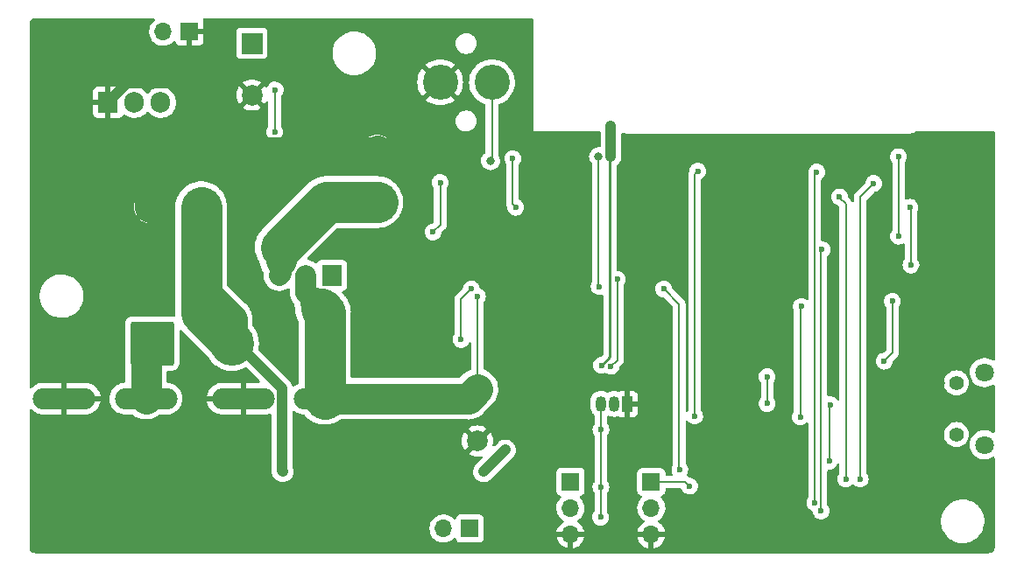
<source format=gbl>
%TF.GenerationSoftware,KiCad,Pcbnew,6.0.5-a6ca702e91~116~ubuntu20.04.1*%
%TF.CreationDate,2022-06-27T23:16:15-06:00*%
%TF.ProjectId,trailer-power-controller,74726169-6c65-4722-9d70-6f7765722d63,rev?*%
%TF.SameCoordinates,Original*%
%TF.FileFunction,Copper,L2,Bot*%
%TF.FilePolarity,Positive*%
%FSLAX46Y46*%
G04 Gerber Fmt 4.6, Leading zero omitted, Abs format (unit mm)*
G04 Created by KiCad (PCBNEW 6.0.5-a6ca702e91~116~ubuntu20.04.1) date 2022-06-27 23:16:15*
%MOMM*%
%LPD*%
G01*
G04 APERTURE LIST*
G04 Aperture macros list*
%AMRoundRect*
0 Rectangle with rounded corners*
0 $1 Rounding radius*
0 $2 $3 $4 $5 $6 $7 $8 $9 X,Y pos of 4 corners*
0 Add a 4 corners polygon primitive as box body*
4,1,4,$2,$3,$4,$5,$6,$7,$8,$9,$2,$3,0*
0 Add four circle primitives for the rounded corners*
1,1,$1+$1,$2,$3*
1,1,$1+$1,$4,$5*
1,1,$1+$1,$6,$7*
1,1,$1+$1,$8,$9*
0 Add four rect primitives between the rounded corners*
20,1,$1+$1,$2,$3,$4,$5,0*
20,1,$1+$1,$4,$5,$6,$7,0*
20,1,$1+$1,$6,$7,$8,$9,0*
20,1,$1+$1,$8,$9,$2,$3,0*%
G04 Aperture macros list end*
%TA.AperFunction,ComponentPad*%
%ADD10C,3.400000*%
%TD*%
%TA.AperFunction,ComponentPad*%
%ADD11O,1.700000X1.700000*%
%TD*%
%TA.AperFunction,ComponentPad*%
%ADD12R,1.700000X1.700000*%
%TD*%
%TA.AperFunction,ComponentPad*%
%ADD13O,1.050000X1.500000*%
%TD*%
%TA.AperFunction,ComponentPad*%
%ADD14R,1.050000X1.500000*%
%TD*%
%TA.AperFunction,ComponentPad*%
%ADD15O,1.905000X2.000000*%
%TD*%
%TA.AperFunction,ComponentPad*%
%ADD16R,1.905000X2.000000*%
%TD*%
%TA.AperFunction,ComponentPad*%
%ADD17R,2.000000X2.000000*%
%TD*%
%TA.AperFunction,ComponentPad*%
%ADD18C,2.000000*%
%TD*%
%TA.AperFunction,ComponentPad*%
%ADD19O,6.030000X2.070000*%
%TD*%
%TA.AperFunction,ComponentPad*%
%ADD20RoundRect,0.265625X-1.859375X-1.859375X1.859375X-1.859375X1.859375X1.859375X-1.859375X1.859375X0*%
%TD*%
%TA.AperFunction,ComponentPad*%
%ADD21C,4.250000*%
%TD*%
%TA.AperFunction,ComponentPad*%
%ADD22C,1.408000*%
%TD*%
%TA.AperFunction,ComponentPad*%
%ADD23C,1.800000*%
%TD*%
%TA.AperFunction,ViaPad*%
%ADD24C,0.600000*%
%TD*%
%TA.AperFunction,ViaPad*%
%ADD25C,1.000000*%
%TD*%
%TA.AperFunction,ViaPad*%
%ADD26C,0.800000*%
%TD*%
%TA.AperFunction,Conductor*%
%ADD27C,1.000000*%
%TD*%
%TA.AperFunction,Conductor*%
%ADD28C,0.250000*%
%TD*%
%TA.AperFunction,Conductor*%
%ADD29C,2.000000*%
%TD*%
%TA.AperFunction,Conductor*%
%ADD30C,3.000000*%
%TD*%
%TA.AperFunction,Conductor*%
%ADD31C,4.000000*%
%TD*%
%TA.AperFunction,Conductor*%
%ADD32C,0.200000*%
%TD*%
G04 APERTURE END LIST*
D10*
%TO.P,BZ1,1,-*%
%TO.N,Net-(BZ1-Pad1)*%
X91000000Y-64300000D03*
%TO.P,BZ1,2,+*%
%TO.N,GND*%
X86000000Y-64300000D03*
%TD*%
D11*
%TO.P,J9,2,Pin_2*%
%TO.N,+3V3*%
X59235000Y-59400000D03*
D12*
%TO.P,J9,1,Pin_1*%
%TO.N,GND*%
X61775000Y-59400000D03*
%TD*%
D13*
%TO.P,U4,3,VDD*%
%TO.N,+3V3*%
X101530000Y-95440000D03*
%TO.P,U4,2,DQ*%
%TO.N,/TEMP_INTERAL*%
X102800000Y-95440000D03*
D14*
%TO.P,U4,1,GND*%
%TO.N,GND*%
X104070000Y-95440000D03*
%TD*%
D15*
%TO.P,U3,3,VI*%
%TO.N,/VEHICLE+*%
X58980000Y-66250000D03*
%TO.P,U3,2,VO*%
%TO.N,+3V3*%
X56440000Y-66250000D03*
D16*
%TO.P,U3,1,GND*%
%TO.N,GND*%
X53900000Y-66250000D03*
%TD*%
D17*
%TO.P,C18,1*%
%TO.N,Net-(C18-Pad1)*%
X79900000Y-75900000D03*
D18*
%TO.P,C18,2*%
%TO.N,GND*%
X79900000Y-70900000D03*
%TD*%
D19*
%TO.P,J1,1*%
%TO.N,Net-(J1-Pad1)*%
X57550000Y-94925000D03*
%TO.P,J1,2*%
%TO.N,GND*%
X49650000Y-94925000D03*
%TD*%
%TO.P,J7,1*%
%TO.N,/BATTERY+*%
X74850000Y-94925000D03*
%TO.P,J7,2*%
%TO.N,GND*%
X66950000Y-94925000D03*
%TD*%
D11*
%TO.P,J5,3,Pin_3*%
%TO.N,GND*%
X98590000Y-108055000D03*
%TO.P,J5,2,Pin_2*%
%TO.N,/TEMP_AUX*%
X98590000Y-105515000D03*
D12*
%TO.P,J5,1,Pin_1*%
%TO.N,+3V3*%
X98590000Y-102975000D03*
%TD*%
D18*
%TO.P,C10,2*%
%TO.N,GND*%
X67800000Y-65532323D03*
D17*
%TO.P,C10,1*%
%TO.N,+3V3*%
X67800000Y-60532323D03*
%TD*%
D12*
%TO.P,J6,1,Pin_1*%
%TO.N,/RELAY_OUT*%
X88870000Y-107500000D03*
D11*
%TO.P,J6,2,Pin_2*%
%TO.N,/VEHICLE+*%
X86330000Y-107500000D03*
%TD*%
%TO.P,J4,3,Pin_3*%
%TO.N,GND*%
X106400000Y-108080000D03*
%TO.P,J4,2,Pin_2*%
%TO.N,/TEMP_EXTERNAL*%
X106400000Y-105540000D03*
D12*
%TO.P,J4,1,Pin_1*%
%TO.N,+3V3*%
X106400000Y-103000000D03*
%TD*%
D20*
%TO.P,J3,1,Pin_1*%
%TO.N,Net-(J1-Pad1)*%
X58150000Y-89600000D03*
D21*
%TO.P,J3,2,Pin_2*%
%TO.N,/VEHICLE+*%
X65850000Y-89600000D03*
%TD*%
D17*
%TO.P,C21,1*%
%TO.N,/BATTERY+*%
X89600000Y-94032323D03*
D18*
%TO.P,C21,2*%
%TO.N,GND*%
X89600000Y-99032323D03*
%TD*%
D16*
%TO.P,Q5,1,G*%
%TO.N,Net-(Q3-Pad3)*%
X75540000Y-82987323D03*
D15*
%TO.P,Q5,2,D*%
%TO.N,/BATTERY+*%
X73000000Y-82987323D03*
%TO.P,Q5,3,S*%
%TO.N,Net-(C18-Pad1)*%
X70460000Y-82987323D03*
%TD*%
D22*
%TO.P,J2,P$6*%
%TO.N,N/C*%
X135900000Y-98400000D03*
%TO.P,J2,P$7*%
X135900000Y-93400000D03*
D23*
%TO.P,J2,P$8*%
X138600000Y-99400000D03*
%TO.P,J2,P$9*%
X138600000Y-92400000D03*
%TD*%
D17*
%TO.P,C4,1*%
%TO.N,/VEHICLE+*%
X62900000Y-76400000D03*
D18*
%TO.P,C4,2*%
%TO.N,GND*%
X57900000Y-76400000D03*
%TD*%
D24*
%TO.N,GND*%
X83400000Y-90300000D03*
D25*
X136500000Y-100300000D03*
X134275000Y-93425000D03*
%TO.N,Net-(C18-Pad1)*%
X72450000Y-79250000D03*
X75467677Y-76632323D03*
D24*
%TO.N,/VEHICLE+*%
X70800000Y-102000000D03*
%TO.N,GND*%
X113300000Y-73500000D03*
X120500000Y-72900000D03*
X120800000Y-78900000D03*
X112100000Y-80100000D03*
X112800000Y-85400000D03*
X118200000Y-85400000D03*
X128900000Y-101000000D03*
X121100000Y-99800000D03*
X70000000Y-76100000D03*
X66600000Y-82300000D03*
X70600000Y-89000000D03*
X63500000Y-68500000D03*
X74200000Y-59100000D03*
X80800000Y-59100000D03*
X87100000Y-59100000D03*
X93300000Y-59100000D03*
X53900000Y-81700000D03*
X51800000Y-72900000D03*
X47100000Y-77200000D03*
X47100000Y-67800000D03*
X76400000Y-105300000D03*
X67900000Y-105000000D03*
X49300000Y-101200000D03*
X57500000Y-103100000D03*
X50200000Y-107600000D03*
X58500000Y-108600000D03*
X97900000Y-92000000D03*
X107200000Y-91200000D03*
X108100000Y-97000000D03*
X112800000Y-95700000D03*
X111200000Y-108500000D03*
X116700000Y-108700000D03*
X124700000Y-108700000D03*
X132500000Y-108200000D03*
X138800000Y-101400000D03*
X138900000Y-86800000D03*
X139000000Y-82700000D03*
X138800000Y-79400000D03*
X138800000Y-75300000D03*
X138100000Y-70000000D03*
X134500000Y-70000000D03*
X131400000Y-70000000D03*
X128700000Y-70200000D03*
X103775000Y-70125000D03*
X107375000Y-70125000D03*
X111305000Y-70295000D03*
X115305000Y-70295000D03*
X119205000Y-70295000D03*
X123405000Y-70295000D03*
X116700000Y-77795000D03*
X115600000Y-76600000D03*
X118400000Y-76600000D03*
X115700000Y-79300000D03*
X118300000Y-79300000D03*
X106000000Y-75300000D03*
X96700000Y-75200000D03*
X97000000Y-81800000D03*
X105300000Y-85100000D03*
X90700000Y-87200000D03*
%TO.N,/USB_DTR*%
X117600000Y-95400000D03*
X117600000Y-92800000D03*
%TO.N,+3V3*%
X101530000Y-97930000D03*
X110100000Y-103400000D03*
X101530000Y-103470000D03*
X101500000Y-106400000D03*
X101600000Y-91700000D03*
X70050000Y-65050000D03*
X70000000Y-69100000D03*
%TO.N,Net-(R7-Pad2)*%
X129700000Y-85500000D03*
X128900000Y-91300000D03*
%TO.N,Net-(R8-Pad2)*%
X130300000Y-71500000D03*
X130300000Y-79200000D03*
%TO.N,Net-(R3-Pad2)*%
X131500000Y-82000000D03*
X131400000Y-76400000D03*
%TO.N,/TEMP_AUX*%
X122900000Y-80500000D03*
X122800000Y-105800000D03*
%TO.N,/TEMP_EXTERNAL*%
X107600000Y-84300000D03*
X109163245Y-101799500D03*
%TO.N,/TEMP_INTERAL*%
X102500000Y-91800000D03*
X103099500Y-83364068D03*
%TO.N,/CHARGE_EN*%
X88000000Y-89200000D03*
X89000000Y-84300000D03*
%TO.N,/BATTERY+*%
X89600000Y-85000000D03*
%TO.N,/LOAD_SENSE*%
X93300000Y-76400000D03*
X93000000Y-71700000D03*
%TO.N,/VEHICLE+*%
X85300000Y-78800000D03*
X86000000Y-74000000D03*
%TO.N,/RELAY_EN*%
X122400000Y-73000000D03*
X122200000Y-105000000D03*
%TO.N,/USB_RTS*%
X123700000Y-95500000D03*
X123600000Y-101000000D03*
%TO.N,Net-(R1-Pad1)*%
X126600000Y-102700000D03*
X127900000Y-74100000D03*
%TO.N,Net-(U1-Pad34)*%
X124600000Y-75400000D03*
X125200000Y-102700000D03*
%TO.N,/IO0*%
X120800000Y-96700000D03*
X120900000Y-86000000D03*
%TO.N,/EN*%
X110900000Y-72900000D03*
X110600000Y-96600000D03*
%TO.N,/BUZZER*%
X101360313Y-84083023D03*
D26*
X101300000Y-71500000D03*
%TO.N,Net-(BZ1-Pad1)*%
X90864122Y-71899500D03*
%TO.N,/VEHICLE+*%
X92300000Y-99900000D03*
X90200000Y-102000000D03*
%TO.N,+3V3*%
X102500000Y-68500000D03*
X102500000Y-71500000D03*
%TO.N,GND*%
X60500000Y-64400000D03*
%TD*%
D27*
%TO.N,GND*%
X55750000Y-64400000D02*
X60500000Y-64400000D01*
D28*
%TO.N,+3V3*%
X102500000Y-71500000D02*
X102400000Y-71600000D01*
X102400000Y-71600000D02*
X102400000Y-90900000D01*
X102400000Y-90900000D02*
X101600000Y-91700000D01*
D29*
%TO.N,Net-(C18-Pad1)*%
X70600000Y-80300000D02*
X70600000Y-82847323D01*
X70600000Y-82847323D02*
X70460000Y-82987323D01*
D30*
X70600000Y-80300000D02*
X70600000Y-81569626D01*
D31*
X75000000Y-75900000D02*
X70600000Y-80300000D01*
X79900000Y-75900000D02*
X75000000Y-75900000D01*
%TO.N,/BATTERY+*%
X74850000Y-94925000D02*
X74850000Y-86550000D01*
X74850000Y-86550000D02*
X74486834Y-86186834D01*
D30*
%TO.N,GND*%
X79700499Y-71099501D02*
X79900000Y-70900000D01*
X61786286Y-71099501D02*
X79700499Y-71099501D01*
X57900000Y-74985787D02*
X61786286Y-71099501D01*
X57900000Y-76400000D02*
X57900000Y-74985787D01*
D31*
%TO.N,/VEHICLE+*%
X62900000Y-86650000D02*
X62900000Y-76400000D01*
X65850000Y-89600000D02*
X62900000Y-86650000D01*
X62900000Y-86650000D02*
X62900000Y-84300000D01*
D27*
X70700000Y-93900000D02*
X70700000Y-101900000D01*
X70700000Y-101900000D02*
X70800000Y-102000000D01*
X65850000Y-89600000D02*
X66400000Y-89600000D01*
X66400000Y-89600000D02*
X70700000Y-93900000D01*
D30*
%TO.N,/BATTERY+*%
X74850000Y-94925000D02*
X88707323Y-94925000D01*
X88707323Y-94925000D02*
X89600000Y-94032323D01*
D29*
X73000000Y-82987323D02*
X73000000Y-84700000D01*
X73000000Y-84700000D02*
X73900000Y-85600000D01*
D30*
X74850000Y-86550000D02*
X73900000Y-85600000D01*
%TO.N,/VEHICLE+*%
X65850000Y-89600000D02*
X65850000Y-87250000D01*
X62900000Y-84300000D02*
X62900000Y-76400000D01*
X65850000Y-87250000D02*
X62900000Y-84300000D01*
%TO.N,Net-(J1-Pad1)*%
X57550000Y-94925000D02*
X57550000Y-90200000D01*
X57550000Y-90200000D02*
X58150000Y-89600000D01*
D32*
%TO.N,/USB_RTS*%
X123600000Y-101000000D02*
X123600000Y-95600000D01*
X123600000Y-95600000D02*
X123700000Y-95500000D01*
%TO.N,/USB_DTR*%
X117600000Y-95400000D02*
X117600000Y-92800000D01*
%TO.N,+3V3*%
X101530000Y-95440000D02*
X101530000Y-106370000D01*
X101530000Y-106370000D02*
X101500000Y-106400000D01*
X110100000Y-103400000D02*
X109700000Y-103000000D01*
X109700000Y-103000000D02*
X106400000Y-103000000D01*
%TO.N,/TEMP_INTERAL*%
X103099500Y-91200500D02*
X103099500Y-83364068D01*
%TO.N,/BUZZER*%
X101300000Y-71500000D02*
X101300000Y-84022710D01*
%TO.N,/TEMP_INTERAL*%
X102500000Y-91800000D02*
X103099500Y-91200500D01*
%TO.N,/BUZZER*%
X101300000Y-84022710D02*
X101360313Y-84083023D01*
%TO.N,+3V3*%
X70000000Y-69100000D02*
X70000000Y-65100000D01*
X70000000Y-65100000D02*
X70050000Y-65050000D01*
%TO.N,Net-(R7-Pad2)*%
X129700000Y-85500000D02*
X129700000Y-90500000D01*
X129700000Y-90500000D02*
X128900000Y-91300000D01*
%TO.N,Net-(R8-Pad2)*%
X130300000Y-71500000D02*
X130300000Y-79200000D01*
%TO.N,Net-(R3-Pad2)*%
X131500000Y-82000000D02*
X131500000Y-76500000D01*
X131500000Y-76500000D02*
X131400000Y-76400000D01*
%TO.N,/TEMP_AUX*%
X122800000Y-105800000D02*
X122800000Y-80600000D01*
X122800000Y-80600000D02*
X122900000Y-80500000D01*
%TO.N,/TEMP_EXTERNAL*%
X107600000Y-84300000D02*
X109100000Y-85800000D01*
X109100000Y-101736255D02*
X109163245Y-101799500D01*
X109100000Y-85800000D02*
X109100000Y-101736255D01*
%TO.N,/CHARGE_EN*%
X88000000Y-89200000D02*
X88000000Y-85300000D01*
X88000000Y-85300000D02*
X89000000Y-84300000D01*
%TO.N,/BATTERY+*%
X89600000Y-94032323D02*
X89600000Y-85000000D01*
%TO.N,/LOAD_SENSE*%
X93000000Y-71700000D02*
X93000000Y-76100000D01*
%TO.N,Net-(BZ1-Pad1)*%
X91000000Y-71763622D02*
X90864122Y-71899500D01*
%TO.N,/LOAD_SENSE*%
X93000000Y-76100000D02*
X93300000Y-76400000D01*
%TO.N,Net-(BZ1-Pad1)*%
X91000000Y-64300000D02*
X91000000Y-71763622D01*
%TO.N,/VEHICLE+*%
X86000000Y-74000000D02*
X86000000Y-78100000D01*
X86000000Y-78100000D02*
X85300000Y-78800000D01*
%TO.N,/RELAY_EN*%
X122200000Y-105000000D02*
X122200000Y-73200000D01*
X122200000Y-73200000D02*
X122400000Y-73000000D01*
%TO.N,/EN*%
X110600000Y-73200000D02*
X110900000Y-72900000D01*
X110600000Y-96600000D02*
X110600000Y-73200000D01*
%TO.N,Net-(R1-Pad1)*%
X126600000Y-102700000D02*
X126600000Y-75400000D01*
X126600000Y-75400000D02*
X127900000Y-74100000D01*
%TO.N,Net-(U1-Pad34)*%
X125200000Y-102700000D02*
X125200000Y-76100000D01*
X125200000Y-76100000D02*
X124600000Y-75500000D01*
X124600000Y-75500000D02*
X124600000Y-75400000D01*
%TO.N,/IO0*%
X120800000Y-96700000D02*
X120800000Y-86100000D01*
X120800000Y-86100000D02*
X120900000Y-86000000D01*
D27*
%TO.N,/VEHICLE+*%
X92300000Y-99900000D02*
X90200000Y-102000000D01*
%TO.N,+3V3*%
X102500000Y-68500000D02*
X102500000Y-71500000D01*
%TO.N,GND*%
X53900000Y-66250000D02*
X55750000Y-64400000D01*
%TD*%
%TA.AperFunction,Conductor*%
%TO.N,GND*%
G36*
X58382867Y-58128502D02*
G01*
X58429360Y-58182158D01*
X58439464Y-58252432D01*
X58409970Y-58317012D01*
X58390399Y-58335260D01*
X58329965Y-58380635D01*
X58290128Y-58422322D01*
X58237658Y-58477229D01*
X58175629Y-58542138D01*
X58049743Y-58726680D01*
X57955688Y-58929305D01*
X57895989Y-59144570D01*
X57872251Y-59366695D01*
X57872548Y-59371848D01*
X57872548Y-59371851D01*
X57882330Y-59541500D01*
X57885110Y-59589715D01*
X57886247Y-59594761D01*
X57886248Y-59594767D01*
X57900606Y-59658475D01*
X57934222Y-59807639D01*
X58018266Y-60014616D01*
X58020965Y-60019020D01*
X58113719Y-60170381D01*
X58134987Y-60205088D01*
X58281250Y-60373938D01*
X58453126Y-60516632D01*
X58646000Y-60629338D01*
X58854692Y-60709030D01*
X58859760Y-60710061D01*
X58859763Y-60710062D01*
X58967017Y-60731883D01*
X59073597Y-60753567D01*
X59078772Y-60753757D01*
X59078774Y-60753757D01*
X59291673Y-60761564D01*
X59291677Y-60761564D01*
X59296837Y-60761753D01*
X59301957Y-60761097D01*
X59301959Y-60761097D01*
X59513288Y-60734025D01*
X59513289Y-60734025D01*
X59518416Y-60733368D01*
X59523366Y-60731883D01*
X59727429Y-60670661D01*
X59727434Y-60670659D01*
X59732384Y-60669174D01*
X59932994Y-60570896D01*
X60114860Y-60441173D01*
X60182331Y-60373938D01*
X60223479Y-60332933D01*
X60285851Y-60299017D01*
X60356658Y-60304205D01*
X60413419Y-60346851D01*
X60430401Y-60377954D01*
X60471676Y-60488054D01*
X60480214Y-60503649D01*
X60556715Y-60605724D01*
X60569276Y-60618285D01*
X60671351Y-60694786D01*
X60686946Y-60703324D01*
X60807394Y-60748478D01*
X60822649Y-60752105D01*
X60873514Y-60757631D01*
X60880328Y-60758000D01*
X61502885Y-60758000D01*
X61518124Y-60753525D01*
X61519329Y-60752135D01*
X61521000Y-60744452D01*
X61521000Y-60739884D01*
X62029000Y-60739884D01*
X62033475Y-60755123D01*
X62034865Y-60756328D01*
X62042548Y-60757999D01*
X62669669Y-60757999D01*
X62676490Y-60757629D01*
X62727352Y-60752105D01*
X62742604Y-60748479D01*
X62863054Y-60703324D01*
X62878649Y-60694786D01*
X62980724Y-60618285D01*
X62993285Y-60605724D01*
X63069786Y-60503649D01*
X63078324Y-60488054D01*
X63123478Y-60367606D01*
X63127105Y-60352351D01*
X63132631Y-60301486D01*
X63133000Y-60294672D01*
X63133000Y-59672115D01*
X63128525Y-59656876D01*
X63127135Y-59655671D01*
X63119452Y-59654000D01*
X62047115Y-59654000D01*
X62031876Y-59658475D01*
X62030671Y-59659865D01*
X62029000Y-59667548D01*
X62029000Y-60739884D01*
X61521000Y-60739884D01*
X61521000Y-59272000D01*
X61541002Y-59203879D01*
X61594658Y-59157386D01*
X61647000Y-59146000D01*
X63114884Y-59146000D01*
X63130123Y-59141525D01*
X63131328Y-59140135D01*
X63132999Y-59132452D01*
X63132999Y-58505331D01*
X63132629Y-58498510D01*
X63127105Y-58447648D01*
X63123479Y-58432396D01*
X63078321Y-58311939D01*
X63069052Y-58295008D01*
X63053883Y-58225651D01*
X63078620Y-58159103D01*
X63135408Y-58116493D01*
X63179572Y-58108500D01*
X94874000Y-58108500D01*
X94942121Y-58128502D01*
X94988614Y-58182158D01*
X95000000Y-58234500D01*
X95000000Y-69000000D01*
X101365500Y-69000000D01*
X101433621Y-69020002D01*
X101480114Y-69073658D01*
X101491500Y-69126000D01*
X101491500Y-70465500D01*
X101471498Y-70533621D01*
X101417842Y-70580114D01*
X101365500Y-70591500D01*
X101204513Y-70591500D01*
X101198061Y-70592872D01*
X101198056Y-70592872D01*
X101111113Y-70611353D01*
X101017712Y-70631206D01*
X101011682Y-70633891D01*
X101011681Y-70633891D01*
X100849278Y-70706197D01*
X100849276Y-70706198D01*
X100843248Y-70708882D01*
X100688747Y-70821134D01*
X100684326Y-70826044D01*
X100684325Y-70826045D01*
X100616717Y-70901132D01*
X100560960Y-70963056D01*
X100465473Y-71128444D01*
X100406458Y-71310072D01*
X100405768Y-71316633D01*
X100405768Y-71316635D01*
X100400942Y-71362556D01*
X100386496Y-71500000D01*
X100387186Y-71506565D01*
X100405588Y-71681646D01*
X100406458Y-71689928D01*
X100465473Y-71871556D01*
X100468776Y-71877278D01*
X100468777Y-71877279D01*
X100483245Y-71902338D01*
X100560960Y-72036944D01*
X100565378Y-72041851D01*
X100565379Y-72041852D01*
X100659136Y-72145980D01*
X100689854Y-72209987D01*
X100691500Y-72230290D01*
X100691500Y-83591149D01*
X100671411Y-83659404D01*
X100635367Y-83715333D01*
X100635363Y-83715342D01*
X100631548Y-83721261D01*
X100629139Y-83727881D01*
X100629138Y-83727882D01*
X100574649Y-83877589D01*
X100569510Y-83891708D01*
X100546776Y-84071663D01*
X100564476Y-84252183D01*
X100621731Y-84424296D01*
X100625378Y-84430318D01*
X100625379Y-84430320D01*
X100707402Y-84565756D01*
X100715693Y-84579447D01*
X100841695Y-84709925D01*
X100993472Y-84809245D01*
X101000076Y-84811701D01*
X101000078Y-84811702D01*
X101156871Y-84870013D01*
X101156873Y-84870013D01*
X101163481Y-84872471D01*
X101247308Y-84883656D01*
X101336293Y-84895530D01*
X101336297Y-84895530D01*
X101343274Y-84896461D01*
X101350285Y-84895823D01*
X101350289Y-84895823D01*
X101492772Y-84882855D01*
X101523913Y-84880021D01*
X101530613Y-84877844D01*
X101530618Y-84877843D01*
X101601564Y-84854791D01*
X101672532Y-84852764D01*
X101733330Y-84889426D01*
X101764655Y-84953139D01*
X101766500Y-84974624D01*
X101766500Y-90585405D01*
X101746498Y-90653526D01*
X101729595Y-90674501D01*
X101538907Y-90865188D01*
X101476595Y-90899213D01*
X101462983Y-90901402D01*
X101432288Y-90904628D01*
X101432286Y-90904628D01*
X101425288Y-90905364D01*
X101253579Y-90963818D01*
X101206234Y-90992945D01*
X101105095Y-91055166D01*
X101105092Y-91055168D01*
X101099088Y-91058862D01*
X101094053Y-91063793D01*
X101094050Y-91063795D01*
X101003607Y-91152364D01*
X100969493Y-91185771D01*
X100871235Y-91338238D01*
X100868826Y-91344858D01*
X100868824Y-91344861D01*
X100811606Y-91502066D01*
X100809197Y-91508685D01*
X100786463Y-91688640D01*
X100804163Y-91869160D01*
X100861418Y-92041273D01*
X100865065Y-92047295D01*
X100865066Y-92047297D01*
X100944085Y-92177773D01*
X100955380Y-92196424D01*
X100960269Y-92201487D01*
X100960270Y-92201488D01*
X101011799Y-92254847D01*
X101081382Y-92326902D01*
X101233159Y-92426222D01*
X101239763Y-92428678D01*
X101239765Y-92428679D01*
X101396558Y-92486990D01*
X101396560Y-92486990D01*
X101403168Y-92489448D01*
X101486995Y-92500633D01*
X101575980Y-92512507D01*
X101575984Y-92512507D01*
X101582961Y-92513438D01*
X101589972Y-92512800D01*
X101589976Y-92512800D01*
X101732459Y-92499832D01*
X101763600Y-92496998D01*
X101770302Y-92494820D01*
X101770304Y-92494820D01*
X101825060Y-92477029D01*
X101923290Y-92445112D01*
X101994255Y-92443084D01*
X102031217Y-92459513D01*
X102043597Y-92467614D01*
X102089477Y-92497637D01*
X102133159Y-92526222D01*
X102139763Y-92528678D01*
X102139765Y-92528679D01*
X102296558Y-92586990D01*
X102296560Y-92586990D01*
X102303168Y-92589448D01*
X102386995Y-92600633D01*
X102475980Y-92612507D01*
X102475984Y-92612507D01*
X102482961Y-92613438D01*
X102489972Y-92612800D01*
X102489976Y-92612800D01*
X102632459Y-92599832D01*
X102663600Y-92596998D01*
X102670302Y-92594820D01*
X102670304Y-92594820D01*
X102829409Y-92543124D01*
X102829412Y-92543123D01*
X102836108Y-92540947D01*
X102972715Y-92459513D01*
X102985860Y-92451677D01*
X102985862Y-92451676D01*
X102991912Y-92448069D01*
X103123266Y-92322982D01*
X103223643Y-92171902D01*
X103269407Y-92051428D01*
X103285555Y-92008920D01*
X103285556Y-92008918D01*
X103288055Y-92002338D01*
X103298115Y-91930760D01*
X103303420Y-91893009D01*
X103332708Y-91828335D01*
X103339099Y-91821450D01*
X103495734Y-91664815D01*
X103508125Y-91653948D01*
X103526937Y-91639513D01*
X103533487Y-91634487D01*
X103557974Y-91602575D01*
X103557980Y-91602569D01*
X103625996Y-91513929D01*
X103625997Y-91513927D01*
X103631024Y-91507376D01*
X103692338Y-91359351D01*
X103697549Y-91319770D01*
X103708000Y-91240385D01*
X103708000Y-91240380D01*
X103713250Y-91200500D01*
X103709078Y-91168807D01*
X103708000Y-91152364D01*
X103708000Y-83947316D01*
X103729052Y-83877589D01*
X103790055Y-83785771D01*
X103823143Y-83735970D01*
X103887555Y-83566406D01*
X103895815Y-83507633D01*
X103912248Y-83390707D01*
X103912248Y-83390704D01*
X103912799Y-83386785D01*
X103913116Y-83364068D01*
X103892897Y-83183813D01*
X103890580Y-83177159D01*
X103835564Y-83019174D01*
X103835562Y-83019171D01*
X103833245Y-83012516D01*
X103737126Y-82858692D01*
X103692187Y-82813438D01*
X103614278Y-82734983D01*
X103614274Y-82734980D01*
X103609315Y-82729986D01*
X103456166Y-82632795D01*
X103425384Y-82621834D01*
X103291925Y-82574311D01*
X103291920Y-82574310D01*
X103285290Y-82571949D01*
X103278302Y-82571116D01*
X103278299Y-82571115D01*
X103144581Y-82555170D01*
X103079308Y-82527242D01*
X103039495Y-82468459D01*
X103033500Y-82430056D01*
X103033500Y-72425526D01*
X103053502Y-72357405D01*
X103080543Y-72327334D01*
X103209025Y-72224032D01*
X103336154Y-72072526D01*
X103339121Y-72067128D01*
X103339125Y-72067123D01*
X103417905Y-71923820D01*
X103431433Y-71899213D01*
X103440207Y-71871556D01*
X103489373Y-71716564D01*
X103489373Y-71716563D01*
X103491235Y-71710694D01*
X103508500Y-71556773D01*
X103508500Y-69296272D01*
X103528502Y-69228151D01*
X103582158Y-69181658D01*
X103652432Y-69171554D01*
X103678532Y-69178216D01*
X103869703Y-69249519D01*
X103869706Y-69249520D01*
X103873921Y-69251092D01*
X103878311Y-69252047D01*
X103878318Y-69252049D01*
X104033229Y-69285747D01*
X104084770Y-69296959D01*
X104259535Y-69309459D01*
X104271446Y-69310884D01*
X104282648Y-69312769D01*
X104282655Y-69312770D01*
X104287448Y-69313576D01*
X104293724Y-69313653D01*
X104295140Y-69313670D01*
X104295143Y-69313670D01*
X104300000Y-69313729D01*
X104327624Y-69309773D01*
X104345486Y-69308500D01*
X131046750Y-69308500D01*
X131067655Y-69310246D01*
X131082656Y-69312770D01*
X131082659Y-69312770D01*
X131087448Y-69313576D01*
X131093687Y-69313652D01*
X131095140Y-69313670D01*
X131095143Y-69313670D01*
X131100000Y-69313729D01*
X131114790Y-69311611D01*
X131123643Y-69310662D01*
X131310742Y-69297280D01*
X131315230Y-69296959D01*
X131366771Y-69285747D01*
X131521682Y-69252049D01*
X131521689Y-69252047D01*
X131526079Y-69251092D01*
X131530294Y-69249520D01*
X131530297Y-69249519D01*
X131627167Y-69213388D01*
X131728254Y-69175685D01*
X131917640Y-69072272D01*
X131980611Y-69025132D01*
X132047133Y-69000321D01*
X132056121Y-69000000D01*
X139465500Y-69000000D01*
X139533621Y-69020002D01*
X139580114Y-69073658D01*
X139591500Y-69126000D01*
X139591500Y-91128102D01*
X139571498Y-91196223D01*
X139517842Y-91242716D01*
X139447568Y-91252820D01*
X139390779Y-91228431D01*
X139390485Y-91228874D01*
X139388061Y-91227263D01*
X139387406Y-91226982D01*
X139386179Y-91226013D01*
X139386177Y-91226012D01*
X139382123Y-91222810D01*
X139377607Y-91220317D01*
X139377604Y-91220315D01*
X139183879Y-91113373D01*
X139183875Y-91113371D01*
X139179355Y-91110876D01*
X139174486Y-91109152D01*
X139174482Y-91109150D01*
X138965903Y-91035288D01*
X138965899Y-91035287D01*
X138961028Y-91033562D01*
X138955935Y-91032655D01*
X138955932Y-91032654D01*
X138738095Y-90993851D01*
X138738089Y-90993850D01*
X138733006Y-90992945D01*
X138660096Y-90992054D01*
X138506581Y-90990179D01*
X138506579Y-90990179D01*
X138501411Y-90990116D01*
X138272464Y-91025150D01*
X138052314Y-91097106D01*
X138047726Y-91099494D01*
X138047722Y-91099496D01*
X137870613Y-91191693D01*
X137846872Y-91204052D01*
X137842739Y-91207155D01*
X137842736Y-91207157D01*
X137668153Y-91338238D01*
X137661655Y-91343117D01*
X137639445Y-91366358D01*
X137516163Y-91495366D01*
X137501639Y-91510564D01*
X137498725Y-91514836D01*
X137498724Y-91514837D01*
X137472173Y-91553760D01*
X137371119Y-91701899D01*
X137273602Y-91911981D01*
X137211707Y-92135169D01*
X137187095Y-92365469D01*
X137187392Y-92370622D01*
X137187392Y-92370625D01*
X137196505Y-92528679D01*
X137200427Y-92596697D01*
X137201564Y-92601743D01*
X137201565Y-92601749D01*
X137233741Y-92744523D01*
X137251346Y-92822642D01*
X137253288Y-92827424D01*
X137253289Y-92827428D01*
X137336540Y-93032450D01*
X137338484Y-93037237D01*
X137390615Y-93122307D01*
X137432534Y-93190712D01*
X137459501Y-93234719D01*
X137611147Y-93409784D01*
X137789349Y-93557730D01*
X137989322Y-93674584D01*
X137994147Y-93676426D01*
X137994148Y-93676427D01*
X138010725Y-93682757D01*
X138205694Y-93757209D01*
X138210760Y-93758240D01*
X138210761Y-93758240D01*
X138229306Y-93762013D01*
X138432656Y-93803385D01*
X138563324Y-93808176D01*
X138658949Y-93811683D01*
X138658953Y-93811683D01*
X138664113Y-93811872D01*
X138669233Y-93811216D01*
X138669235Y-93811216D01*
X138759847Y-93799608D01*
X138893847Y-93782442D01*
X138898795Y-93780957D01*
X138898802Y-93780956D01*
X139110747Y-93717369D01*
X139115690Y-93715886D01*
X139170986Y-93688797D01*
X139319049Y-93616262D01*
X139319052Y-93616260D01*
X139323684Y-93613991D01*
X139392332Y-93565025D01*
X139459405Y-93541752D01*
X139528414Y-93558435D01*
X139577448Y-93609779D01*
X139591500Y-93667604D01*
X139591500Y-98128102D01*
X139571498Y-98196223D01*
X139517842Y-98242716D01*
X139447568Y-98252820D01*
X139390779Y-98228431D01*
X139390485Y-98228874D01*
X139388061Y-98227263D01*
X139387406Y-98226982D01*
X139386179Y-98226013D01*
X139386177Y-98226012D01*
X139382123Y-98222810D01*
X139377607Y-98220317D01*
X139377604Y-98220315D01*
X139183879Y-98113373D01*
X139183875Y-98113371D01*
X139179355Y-98110876D01*
X139174486Y-98109152D01*
X139174482Y-98109150D01*
X138965903Y-98035288D01*
X138965899Y-98035287D01*
X138961028Y-98033562D01*
X138955935Y-98032655D01*
X138955932Y-98032654D01*
X138738095Y-97993851D01*
X138738089Y-97993850D01*
X138733006Y-97992945D01*
X138660096Y-97992054D01*
X138506581Y-97990179D01*
X138506579Y-97990179D01*
X138501411Y-97990116D01*
X138272464Y-98025150D01*
X138052314Y-98097106D01*
X138047726Y-98099494D01*
X138047722Y-98099496D01*
X137886675Y-98183332D01*
X137846872Y-98204052D01*
X137842739Y-98207155D01*
X137842736Y-98207157D01*
X137665790Y-98340012D01*
X137661655Y-98343117D01*
X137658083Y-98346855D01*
X137521181Y-98490115D01*
X137501639Y-98510564D01*
X137371119Y-98701899D01*
X137368944Y-98706585D01*
X137368937Y-98706597D01*
X137281724Y-98894481D01*
X137273976Y-98903311D01*
X137274335Y-98905956D01*
X137271182Y-98920707D01*
X137260537Y-98959092D01*
X137211707Y-99135169D01*
X137187095Y-99365469D01*
X137187392Y-99370622D01*
X137187392Y-99370625D01*
X137195102Y-99504335D01*
X137200427Y-99596697D01*
X137201564Y-99601743D01*
X137201565Y-99601749D01*
X137204924Y-99616653D01*
X137251346Y-99822642D01*
X137253288Y-99827424D01*
X137253289Y-99827428D01*
X137336540Y-100032450D01*
X137338484Y-100037237D01*
X137459501Y-100234719D01*
X137611147Y-100409784D01*
X137789349Y-100557730D01*
X137989322Y-100674584D01*
X138205694Y-100757209D01*
X138210760Y-100758240D01*
X138210761Y-100758240D01*
X138210948Y-100758278D01*
X138432656Y-100803385D01*
X138563324Y-100808176D01*
X138658949Y-100811683D01*
X138658953Y-100811683D01*
X138664113Y-100811872D01*
X138669233Y-100811216D01*
X138669235Y-100811216D01*
X138742270Y-100801860D01*
X138893847Y-100782442D01*
X138898795Y-100780957D01*
X138898802Y-100780956D01*
X139110747Y-100717369D01*
X139115690Y-100715886D01*
X139122606Y-100712498D01*
X139319049Y-100616262D01*
X139319052Y-100616260D01*
X139323684Y-100613991D01*
X139392332Y-100565025D01*
X139459405Y-100541752D01*
X139528414Y-100558435D01*
X139577448Y-100609779D01*
X139591500Y-100667604D01*
X139591500Y-109350633D01*
X139590000Y-109370018D01*
X139586309Y-109393724D01*
X139587473Y-109402626D01*
X139587489Y-109402750D01*
X139587760Y-109433192D01*
X139585430Y-109453870D01*
X139580766Y-109495264D01*
X139574487Y-109522771D01*
X139547515Y-109599853D01*
X139535273Y-109625274D01*
X139491822Y-109694426D01*
X139474230Y-109716485D01*
X139416485Y-109774230D01*
X139394426Y-109791822D01*
X139325274Y-109835273D01*
X139299853Y-109847515D01*
X139222772Y-109874487D01*
X139195264Y-109880766D01*
X139139774Y-109887018D01*
X139124132Y-109886923D01*
X139124121Y-109887800D01*
X139115149Y-109887690D01*
X139106276Y-109886309D01*
X139097374Y-109887473D01*
X139097372Y-109887473D01*
X139086385Y-109888910D01*
X139074714Y-109890436D01*
X139058379Y-109891500D01*
X46849367Y-109891500D01*
X46829982Y-109890000D01*
X46815148Y-109887690D01*
X46815145Y-109887690D01*
X46806276Y-109886309D01*
X46797374Y-109887473D01*
X46797250Y-109887489D01*
X46766808Y-109887760D01*
X46746130Y-109885430D01*
X46704736Y-109880766D01*
X46677229Y-109874487D01*
X46600147Y-109847515D01*
X46574726Y-109835273D01*
X46505574Y-109791822D01*
X46483515Y-109774230D01*
X46425770Y-109716485D01*
X46408178Y-109694426D01*
X46364727Y-109625274D01*
X46352485Y-109599853D01*
X46325513Y-109522772D01*
X46319234Y-109495266D01*
X46313170Y-109441451D01*
X46312888Y-109416640D01*
X46313576Y-109412552D01*
X46313729Y-109400000D01*
X46309773Y-109372376D01*
X46308500Y-109354514D01*
X46308500Y-107466695D01*
X84967251Y-107466695D01*
X84967548Y-107471848D01*
X84967548Y-107471851D01*
X84975771Y-107614470D01*
X84980110Y-107689715D01*
X84981247Y-107694761D01*
X84981248Y-107694767D01*
X85001088Y-107782799D01*
X85029222Y-107907639D01*
X85113266Y-108114616D01*
X85115965Y-108119020D01*
X85192198Y-108243421D01*
X85229987Y-108305088D01*
X85376250Y-108473938D01*
X85499994Y-108576672D01*
X85537428Y-108607750D01*
X85548126Y-108616632D01*
X85741000Y-108729338D01*
X85745825Y-108731180D01*
X85745826Y-108731181D01*
X85762743Y-108737641D01*
X85949692Y-108809030D01*
X85954760Y-108810061D01*
X85954763Y-108810062D01*
X86043109Y-108828036D01*
X86168597Y-108853567D01*
X86173772Y-108853757D01*
X86173774Y-108853757D01*
X86386673Y-108861564D01*
X86386677Y-108861564D01*
X86391837Y-108861753D01*
X86396957Y-108861097D01*
X86396959Y-108861097D01*
X86608288Y-108834025D01*
X86608289Y-108834025D01*
X86613416Y-108833368D01*
X86618366Y-108831883D01*
X86822429Y-108770661D01*
X86822434Y-108770659D01*
X86827384Y-108769174D01*
X87027994Y-108670896D01*
X87209860Y-108541173D01*
X87318091Y-108433319D01*
X87380462Y-108399404D01*
X87451268Y-108404592D01*
X87508030Y-108447238D01*
X87525012Y-108478341D01*
X87569385Y-108596705D01*
X87656739Y-108713261D01*
X87773295Y-108800615D01*
X87909684Y-108851745D01*
X87971866Y-108858500D01*
X89768134Y-108858500D01*
X89830316Y-108851745D01*
X89966705Y-108800615D01*
X90083261Y-108713261D01*
X90170615Y-108596705D01*
X90221745Y-108460316D01*
X90228500Y-108398134D01*
X90228500Y-108322966D01*
X97258257Y-108322966D01*
X97288565Y-108457446D01*
X97291645Y-108467275D01*
X97371770Y-108664603D01*
X97376413Y-108673794D01*
X97487694Y-108855388D01*
X97493777Y-108863699D01*
X97633213Y-109024667D01*
X97640580Y-109031883D01*
X97804434Y-109167916D01*
X97812881Y-109173831D01*
X97996756Y-109281279D01*
X98006042Y-109285729D01*
X98205001Y-109361703D01*
X98214899Y-109364579D01*
X98318250Y-109385606D01*
X98332299Y-109384410D01*
X98336000Y-109374065D01*
X98336000Y-109373517D01*
X98844000Y-109373517D01*
X98848064Y-109387359D01*
X98861478Y-109389393D01*
X98868184Y-109388534D01*
X98878262Y-109386392D01*
X99082255Y-109325191D01*
X99091842Y-109321433D01*
X99283095Y-109227739D01*
X99291945Y-109222464D01*
X99465328Y-109098792D01*
X99473200Y-109092139D01*
X99624052Y-108941812D01*
X99630730Y-108933965D01*
X99755003Y-108761020D01*
X99760313Y-108752183D01*
X99854670Y-108561267D01*
X99858469Y-108551672D01*
X99920360Y-108347966D01*
X105068257Y-108347966D01*
X105098565Y-108482446D01*
X105101645Y-108492275D01*
X105181770Y-108689603D01*
X105186413Y-108698794D01*
X105297694Y-108880388D01*
X105303777Y-108888699D01*
X105443213Y-109049667D01*
X105450580Y-109056883D01*
X105614434Y-109192916D01*
X105622881Y-109198831D01*
X105806756Y-109306279D01*
X105816042Y-109310729D01*
X106015001Y-109386703D01*
X106024899Y-109389579D01*
X106128250Y-109410606D01*
X106142299Y-109409410D01*
X106146000Y-109399065D01*
X106146000Y-109398517D01*
X106654000Y-109398517D01*
X106658064Y-109412359D01*
X106671478Y-109414393D01*
X106678184Y-109413534D01*
X106688262Y-109411392D01*
X106892255Y-109350191D01*
X106901842Y-109346433D01*
X107093095Y-109252739D01*
X107101945Y-109247464D01*
X107275328Y-109123792D01*
X107283200Y-109117139D01*
X107434052Y-108966812D01*
X107440730Y-108958965D01*
X107565003Y-108786020D01*
X107570313Y-108777183D01*
X107664670Y-108586267D01*
X107668469Y-108576672D01*
X107730377Y-108372910D01*
X107732555Y-108362837D01*
X107733986Y-108351962D01*
X107731775Y-108337778D01*
X107718617Y-108334000D01*
X106672115Y-108334000D01*
X106656876Y-108338475D01*
X106655671Y-108339865D01*
X106654000Y-108347548D01*
X106654000Y-109398517D01*
X106146000Y-109398517D01*
X106146000Y-108352115D01*
X106141525Y-108336876D01*
X106140135Y-108335671D01*
X106132452Y-108334000D01*
X105083225Y-108334000D01*
X105069694Y-108337973D01*
X105068257Y-108347966D01*
X99920360Y-108347966D01*
X99920377Y-108347910D01*
X99922555Y-108337837D01*
X99923986Y-108326962D01*
X99921775Y-108312778D01*
X99908617Y-108309000D01*
X98862115Y-108309000D01*
X98846876Y-108313475D01*
X98845671Y-108314865D01*
X98844000Y-108322548D01*
X98844000Y-109373517D01*
X98336000Y-109373517D01*
X98336000Y-108327115D01*
X98331525Y-108311876D01*
X98330135Y-108310671D01*
X98322452Y-108309000D01*
X97273225Y-108309000D01*
X97259694Y-108312973D01*
X97258257Y-108322966D01*
X90228500Y-108322966D01*
X90228500Y-106601866D01*
X90221745Y-106539684D01*
X90170615Y-106403295D01*
X90083261Y-106286739D01*
X89966705Y-106199385D01*
X89830316Y-106148255D01*
X89768134Y-106141500D01*
X87971866Y-106141500D01*
X87909684Y-106148255D01*
X87773295Y-106199385D01*
X87656739Y-106286739D01*
X87569385Y-106403295D01*
X87566233Y-106411703D01*
X87524919Y-106521907D01*
X87482277Y-106578671D01*
X87415716Y-106603371D01*
X87346367Y-106588163D01*
X87313743Y-106562476D01*
X87263151Y-106506875D01*
X87263142Y-106506866D01*
X87259670Y-106503051D01*
X87255619Y-106499852D01*
X87255615Y-106499848D01*
X87088414Y-106367800D01*
X87088410Y-106367798D01*
X87084359Y-106364598D01*
X86888789Y-106256638D01*
X86883920Y-106254914D01*
X86883916Y-106254912D01*
X86683087Y-106183795D01*
X86683083Y-106183794D01*
X86678212Y-106182069D01*
X86673119Y-106181162D01*
X86673116Y-106181161D01*
X86463373Y-106143800D01*
X86463367Y-106143799D01*
X86458284Y-106142894D01*
X86384452Y-106141992D01*
X86240081Y-106140228D01*
X86240079Y-106140228D01*
X86234911Y-106140165D01*
X86014091Y-106173955D01*
X85801756Y-106243357D01*
X85771443Y-106259137D01*
X85690088Y-106301488D01*
X85603607Y-106346507D01*
X85599474Y-106349610D01*
X85599471Y-106349612D01*
X85463533Y-106451677D01*
X85424965Y-106480635D01*
X85396874Y-106510031D01*
X85278175Y-106634242D01*
X85270629Y-106642138D01*
X85267715Y-106646410D01*
X85267714Y-106646411D01*
X85203004Y-106741273D01*
X85144743Y-106826680D01*
X85050688Y-107029305D01*
X84990989Y-107244570D01*
X84967251Y-107466695D01*
X46308500Y-107466695D01*
X46308500Y-105481695D01*
X97227251Y-105481695D01*
X97227548Y-105486848D01*
X97227548Y-105486851D01*
X97234827Y-105613091D01*
X97240110Y-105704715D01*
X97241247Y-105709761D01*
X97241248Y-105709767D01*
X97261584Y-105800000D01*
X97289222Y-105922639D01*
X97327461Y-106016811D01*
X97364937Y-106109103D01*
X97373266Y-106129616D01*
X97380549Y-106141500D01*
X97475486Y-106296424D01*
X97489987Y-106320088D01*
X97636250Y-106488938D01*
X97808126Y-106631632D01*
X97838724Y-106649512D01*
X97881955Y-106674774D01*
X97930679Y-106726412D01*
X97943750Y-106796195D01*
X97917019Y-106861967D01*
X97876562Y-106895327D01*
X97868457Y-106899546D01*
X97859738Y-106905036D01*
X97689433Y-107032905D01*
X97681726Y-107039748D01*
X97534590Y-107193717D01*
X97528104Y-107201727D01*
X97408098Y-107377649D01*
X97403000Y-107386623D01*
X97313338Y-107579783D01*
X97309775Y-107589470D01*
X97254389Y-107789183D01*
X97255912Y-107797607D01*
X97268292Y-107801000D01*
X99908344Y-107801000D01*
X99921875Y-107797027D01*
X99923180Y-107787947D01*
X99881214Y-107620875D01*
X99877894Y-107611124D01*
X99792972Y-107415814D01*
X99788105Y-107406739D01*
X99672426Y-107227926D01*
X99666136Y-107219757D01*
X99522806Y-107062240D01*
X99515273Y-107055215D01*
X99348139Y-106923222D01*
X99339556Y-106917520D01*
X99302602Y-106897120D01*
X99252631Y-106846687D01*
X99237859Y-106777245D01*
X99262975Y-106710839D01*
X99290327Y-106684232D01*
X99343350Y-106646411D01*
X99469860Y-106556173D01*
X99485140Y-106540947D01*
X99599348Y-106427137D01*
X99628096Y-106398489D01*
X99652275Y-106364841D01*
X99755435Y-106221277D01*
X99758453Y-106217077D01*
X99787147Y-106159020D01*
X99855136Y-106021453D01*
X99855137Y-106021451D01*
X99857430Y-106016811D01*
X99910990Y-105840524D01*
X99920865Y-105808023D01*
X99920865Y-105808021D01*
X99922370Y-105803069D01*
X99951529Y-105581590D01*
X99953156Y-105515000D01*
X99934852Y-105292361D01*
X99880431Y-105075702D01*
X99791354Y-104870840D01*
X99722512Y-104764426D01*
X99672822Y-104687617D01*
X99672820Y-104687614D01*
X99670014Y-104683277D01*
X99665577Y-104678401D01*
X99522798Y-104521488D01*
X99491746Y-104457642D01*
X99500141Y-104387143D01*
X99545317Y-104332375D01*
X99571761Y-104318706D01*
X99678297Y-104278767D01*
X99686705Y-104275615D01*
X99803261Y-104188261D01*
X99890615Y-104071705D01*
X99941745Y-103935316D01*
X99948500Y-103873134D01*
X99948500Y-102076866D01*
X99941745Y-102014684D01*
X99890615Y-101878295D01*
X99803261Y-101761739D01*
X99686705Y-101674385D01*
X99550316Y-101623255D01*
X99488134Y-101616500D01*
X97691866Y-101616500D01*
X97629684Y-101623255D01*
X97493295Y-101674385D01*
X97376739Y-101761739D01*
X97289385Y-101878295D01*
X97238255Y-102014684D01*
X97231500Y-102076866D01*
X97231500Y-103873134D01*
X97238255Y-103935316D01*
X97289385Y-104071705D01*
X97376739Y-104188261D01*
X97493295Y-104275615D01*
X97501704Y-104278767D01*
X97501705Y-104278768D01*
X97610451Y-104319535D01*
X97667216Y-104362176D01*
X97691916Y-104428738D01*
X97676709Y-104498087D01*
X97657316Y-104524568D01*
X97530629Y-104657138D01*
X97404743Y-104841680D01*
X97390959Y-104871375D01*
X97328320Y-105006321D01*
X97310688Y-105044305D01*
X97250989Y-105259570D01*
X97227251Y-105481695D01*
X46308500Y-105481695D01*
X46308500Y-96047639D01*
X46328502Y-95979518D01*
X46382158Y-95933025D01*
X46452432Y-95922921D01*
X46517012Y-95952415D01*
X46526048Y-95961066D01*
X46630686Y-96071717D01*
X46638199Y-96078482D01*
X46827405Y-96223141D01*
X46835884Y-96228605D01*
X47045791Y-96341156D01*
X47055037Y-96345195D01*
X47280234Y-96422737D01*
X47290015Y-96425248D01*
X47525789Y-96465974D01*
X47533661Y-96466829D01*
X47558031Y-96467936D01*
X47560864Y-96468000D01*
X49377885Y-96468000D01*
X49393124Y-96463525D01*
X49394329Y-96462135D01*
X49396000Y-96454452D01*
X49396000Y-96449885D01*
X49904000Y-96449885D01*
X49908475Y-96465124D01*
X49909865Y-96466329D01*
X49917548Y-96468000D01*
X51689875Y-96468000D01*
X51694907Y-96467798D01*
X51872458Y-96453513D01*
X51882410Y-96451901D01*
X52113717Y-96395086D01*
X52123287Y-96391903D01*
X52342534Y-96298838D01*
X52351476Y-96294163D01*
X52553022Y-96167243D01*
X52561095Y-96161203D01*
X52739759Y-96003689D01*
X52746762Y-95996437D01*
X52897943Y-95812386D01*
X52903697Y-95804108D01*
X53023513Y-95598245D01*
X53027868Y-95589154D01*
X53113222Y-95366799D01*
X53116073Y-95357110D01*
X53149577Y-95196736D01*
X53148454Y-95182675D01*
X53138346Y-95179000D01*
X49922115Y-95179000D01*
X49906876Y-95183475D01*
X49905671Y-95184865D01*
X49904000Y-95192548D01*
X49904000Y-96449885D01*
X49396000Y-96449885D01*
X49396000Y-94979043D01*
X54022422Y-94979043D01*
X54023003Y-94984063D01*
X54023003Y-94984067D01*
X54028117Y-95028264D01*
X54050970Y-95225776D01*
X54052349Y-95230650D01*
X54052350Y-95230654D01*
X54117172Y-95459728D01*
X54118599Y-95464771D01*
X54120733Y-95469346D01*
X54120735Y-95469353D01*
X54179497Y-95595366D01*
X54223569Y-95689879D01*
X54226410Y-95694059D01*
X54226412Y-95694063D01*
X54279312Y-95771902D01*
X54363179Y-95895309D01*
X54533837Y-96075775D01*
X54731153Y-96226635D01*
X54735611Y-96229025D01*
X54735612Y-96229026D01*
X54809723Y-96268764D01*
X54950051Y-96344007D01*
X55184898Y-96424871D01*
X55189881Y-96425732D01*
X55189886Y-96425733D01*
X55366701Y-96456274D01*
X55429654Y-96467148D01*
X55433611Y-96467328D01*
X55433614Y-96467328D01*
X55458009Y-96468436D01*
X55458028Y-96468436D01*
X55459428Y-96468500D01*
X56219858Y-96468500D01*
X56287979Y-96488502D01*
X56297431Y-96495210D01*
X56378164Y-96558285D01*
X56424118Y-96594188D01*
X56427922Y-96596384D01*
X56427929Y-96596389D01*
X56612295Y-96702832D01*
X56667381Y-96734636D01*
X56927824Y-96839862D01*
X56932097Y-96840927D01*
X56932099Y-96840928D01*
X57196107Y-96906753D01*
X57196112Y-96906754D01*
X57200376Y-96907817D01*
X57204744Y-96908276D01*
X57204749Y-96908277D01*
X57475364Y-96936719D01*
X57475367Y-96936719D01*
X57479733Y-96937178D01*
X57484121Y-96937025D01*
X57484127Y-96937025D01*
X57756061Y-96927529D01*
X57756067Y-96927528D01*
X57760458Y-96927375D01*
X57764781Y-96926613D01*
X57764788Y-96926612D01*
X57940494Y-96895630D01*
X58037087Y-96878598D01*
X58304235Y-96791797D01*
X58308188Y-96789869D01*
X58308193Y-96789867D01*
X58421432Y-96734636D01*
X58556702Y-96668660D01*
X58560341Y-96666205D01*
X58560347Y-96666202D01*
X58738963Y-96545724D01*
X58789576Y-96511585D01*
X58801485Y-96500862D01*
X58865491Y-96470146D01*
X58885793Y-96468500D01*
X59592404Y-96468500D01*
X59594912Y-96468298D01*
X59594917Y-96468298D01*
X59772537Y-96454007D01*
X59772541Y-96454006D01*
X59777579Y-96453601D01*
X59782487Y-96452396D01*
X59782490Y-96452395D01*
X60013875Y-96395561D01*
X60018789Y-96394354D01*
X60023441Y-96392379D01*
X60023445Y-96392378D01*
X60242766Y-96299282D01*
X60247424Y-96297305D01*
X60338902Y-96239698D01*
X60453322Y-96167644D01*
X60453325Y-96167642D01*
X60457601Y-96164949D01*
X60643913Y-96000693D01*
X60801567Y-95808762D01*
X60926507Y-95594094D01*
X60962626Y-95500000D01*
X61013703Y-95366941D01*
X61013704Y-95366938D01*
X61015518Y-95362212D01*
X61050217Y-95196114D01*
X63448041Y-95196114D01*
X63450880Y-95220646D01*
X63452842Y-95230557D01*
X63517691Y-95459728D01*
X63521205Y-95469179D01*
X63621867Y-95685050D01*
X63626846Y-95693814D01*
X63760723Y-95890808D01*
X63767047Y-95898672D01*
X63930692Y-96071723D01*
X63938199Y-96078482D01*
X64127405Y-96223141D01*
X64135884Y-96228605D01*
X64345791Y-96341156D01*
X64355037Y-96345195D01*
X64580234Y-96422737D01*
X64590015Y-96425248D01*
X64825789Y-96465974D01*
X64833661Y-96466829D01*
X64858031Y-96467936D01*
X64860864Y-96468000D01*
X66677885Y-96468000D01*
X66693124Y-96463525D01*
X66694329Y-96462135D01*
X66696000Y-96454452D01*
X66696000Y-95197115D01*
X66691525Y-95181876D01*
X66690135Y-95180671D01*
X66682452Y-95179000D01*
X63464176Y-95179000D01*
X63450090Y-95183136D01*
X63448041Y-95196114D01*
X61050217Y-95196114D01*
X61066310Y-95119081D01*
X61070251Y-95032312D01*
X61072441Y-94984067D01*
X61077578Y-94870957D01*
X61052390Y-94653264D01*
X63450423Y-94653264D01*
X63451546Y-94667325D01*
X63461654Y-94671000D01*
X66677885Y-94671000D01*
X66693124Y-94666525D01*
X66694329Y-94665135D01*
X66696000Y-94657452D01*
X66696000Y-93400115D01*
X66691525Y-93384876D01*
X66690135Y-93383671D01*
X66682452Y-93382000D01*
X64910125Y-93382000D01*
X64905093Y-93382202D01*
X64727542Y-93396487D01*
X64717590Y-93398099D01*
X64486283Y-93454914D01*
X64476713Y-93458097D01*
X64257466Y-93551162D01*
X64248524Y-93555837D01*
X64046978Y-93682757D01*
X64038905Y-93688797D01*
X63860241Y-93846311D01*
X63853238Y-93853563D01*
X63702057Y-94037614D01*
X63696303Y-94045892D01*
X63576487Y-94251755D01*
X63572132Y-94260846D01*
X63486778Y-94483201D01*
X63483927Y-94492890D01*
X63450423Y-94653264D01*
X61052390Y-94653264D01*
X61049030Y-94624224D01*
X61041927Y-94599120D01*
X60982779Y-94390098D01*
X60982778Y-94390096D01*
X60981401Y-94385229D01*
X60979267Y-94380654D01*
X60979265Y-94380647D01*
X60884380Y-94177168D01*
X60876431Y-94160121D01*
X60736821Y-93954691D01*
X60566163Y-93774225D01*
X60368847Y-93623365D01*
X60351865Y-93614259D01*
X60154412Y-93508386D01*
X60149949Y-93505993D01*
X59915102Y-93425129D01*
X59910119Y-93424268D01*
X59910114Y-93424267D01*
X59674262Y-93383528D01*
X59674256Y-93383527D01*
X59670346Y-93382852D01*
X59670124Y-93382842D01*
X59605334Y-93355923D01*
X59564905Y-93297561D01*
X59558500Y-93257899D01*
X59558500Y-92359500D01*
X59578502Y-92291379D01*
X59632158Y-92244886D01*
X59684500Y-92233500D01*
X60094318Y-92233500D01*
X60098914Y-92233235D01*
X60104110Y-92232035D01*
X60104113Y-92232035D01*
X60261275Y-92195751D01*
X60268136Y-92194167D01*
X60424498Y-92118579D01*
X60560227Y-92010227D01*
X60668579Y-91874498D01*
X60744167Y-91718136D01*
X60758986Y-91653948D01*
X60782035Y-91554113D01*
X60782035Y-91554110D01*
X60783235Y-91548914D01*
X60783500Y-91544318D01*
X60783500Y-88376940D01*
X60803502Y-88308819D01*
X60857158Y-88262326D01*
X60927432Y-88252222D01*
X60992012Y-88281716D01*
X61006583Y-88296623D01*
X61067767Y-88370582D01*
X61070654Y-88373293D01*
X61152675Y-88450316D01*
X61155517Y-88453071D01*
X63486488Y-90784042D01*
X63506014Y-90809282D01*
X63658245Y-91068236D01*
X63658250Y-91068244D01*
X63660168Y-91071506D01*
X63662469Y-91074521D01*
X63850510Y-91320915D01*
X63850515Y-91320921D01*
X63852810Y-91323928D01*
X63894749Y-91366980D01*
X64067418Y-91544229D01*
X64074382Y-91551378D01*
X64177564Y-91634487D01*
X64318722Y-91748184D01*
X64318727Y-91748188D01*
X64321675Y-91750562D01*
X64591106Y-91918595D01*
X64878772Y-92053041D01*
X64882382Y-92054224D01*
X64882386Y-92054226D01*
X65176910Y-92150776D01*
X65180507Y-92151955D01*
X65491940Y-92213903D01*
X65495712Y-92214190D01*
X65495720Y-92214191D01*
X65804782Y-92237701D01*
X65804787Y-92237701D01*
X65808559Y-92237988D01*
X66125779Y-92223860D01*
X66129517Y-92223238D01*
X66129525Y-92223237D01*
X66290613Y-92196424D01*
X66439004Y-92171725D01*
X66743697Y-92082338D01*
X67035444Y-91956993D01*
X67087250Y-91926902D01*
X67138423Y-91897179D01*
X67207375Y-91880260D01*
X67274527Y-91903306D01*
X67290803Y-91917038D01*
X68415407Y-93041641D01*
X68540671Y-93166905D01*
X68574696Y-93229217D01*
X68569632Y-93300032D01*
X68527085Y-93356868D01*
X68460565Y-93381679D01*
X68451576Y-93382000D01*
X67222115Y-93382000D01*
X67206876Y-93386475D01*
X67205671Y-93387865D01*
X67204000Y-93395548D01*
X67204000Y-96449885D01*
X67208475Y-96465124D01*
X67209865Y-96466329D01*
X67217548Y-96468000D01*
X68989875Y-96468000D01*
X68994907Y-96467798D01*
X69172458Y-96453513D01*
X69182410Y-96451901D01*
X69413717Y-96395086D01*
X69423287Y-96391903D01*
X69516268Y-96352435D01*
X69586789Y-96344231D01*
X69650551Y-96375455D01*
X69687310Y-96436195D01*
X69691500Y-96468419D01*
X69691500Y-101838157D01*
X69690763Y-101851764D01*
X69688662Y-101871109D01*
X69686676Y-101889388D01*
X69687213Y-101895523D01*
X69691050Y-101939388D01*
X69691379Y-101944214D01*
X69691500Y-101946686D01*
X69691500Y-101949769D01*
X69691801Y-101952837D01*
X69695690Y-101992506D01*
X69695812Y-101993819D01*
X69696990Y-102007285D01*
X69703913Y-102086413D01*
X69705400Y-102091532D01*
X69705920Y-102096833D01*
X69732791Y-102185834D01*
X69733126Y-102186967D01*
X69755943Y-102265500D01*
X69759091Y-102276336D01*
X69761544Y-102281068D01*
X69763084Y-102286169D01*
X69765978Y-102291612D01*
X69806731Y-102368260D01*
X69807343Y-102369426D01*
X69847271Y-102446453D01*
X69850108Y-102451926D01*
X69853431Y-102456089D01*
X69855934Y-102460796D01*
X69914755Y-102532918D01*
X69915446Y-102533774D01*
X69946738Y-102572973D01*
X69949242Y-102575477D01*
X69949884Y-102576195D01*
X69953585Y-102580528D01*
X69980935Y-102614062D01*
X69985683Y-102617990D01*
X69985684Y-102617991D01*
X70016259Y-102643285D01*
X70025038Y-102651273D01*
X70122075Y-102748309D01*
X70124442Y-102750253D01*
X70124445Y-102750256D01*
X70149596Y-102770915D01*
X70236261Y-102842102D01*
X70410563Y-102935562D01*
X70519219Y-102968782D01*
X70593800Y-102991584D01*
X70593802Y-102991584D01*
X70599698Y-102993387D01*
X70657551Y-102999264D01*
X70790334Y-103012752D01*
X70790339Y-103012752D01*
X70796462Y-103013374D01*
X70920525Y-103001646D01*
X70987229Y-102995341D01*
X70987231Y-102995341D01*
X70993362Y-102994761D01*
X71174007Y-102940909D01*
X71176993Y-102940019D01*
X71176995Y-102940018D01*
X71182896Y-102938259D01*
X71357846Y-102846018D01*
X71367516Y-102838188D01*
X71506757Y-102725432D01*
X71506758Y-102725431D01*
X71511547Y-102721553D01*
X71544796Y-102681646D01*
X71634205Y-102574335D01*
X71634208Y-102574330D01*
X71638146Y-102569604D01*
X71657919Y-102533339D01*
X71705291Y-102446453D01*
X71732821Y-102395959D01*
X71791964Y-102207232D01*
X71792630Y-102201105D01*
X71812659Y-102016736D01*
X71812659Y-102016732D01*
X71813324Y-102010611D01*
X71796087Y-101813587D01*
X71740909Y-101623663D01*
X71722635Y-101588409D01*
X71708500Y-101530424D01*
X71708500Y-100264993D01*
X88732160Y-100264993D01*
X88737887Y-100272643D01*
X88909042Y-100377528D01*
X88917837Y-100382010D01*
X89127988Y-100469057D01*
X89137373Y-100472106D01*
X89358554Y-100525208D01*
X89368301Y-100526751D01*
X89595070Y-100544598D01*
X89604930Y-100544598D01*
X89831699Y-100526751D01*
X89841443Y-100525208D01*
X89942758Y-100500884D01*
X90013666Y-100504431D01*
X90071401Y-100545751D01*
X90097631Y-100611724D01*
X90084029Y-100681406D01*
X90061268Y-100712498D01*
X89451691Y-101322075D01*
X89357897Y-101436261D01*
X89264438Y-101610563D01*
X89243279Y-101679771D01*
X89210147Y-101788140D01*
X89206613Y-101799698D01*
X89186626Y-101996462D01*
X89196269Y-102098469D01*
X89203718Y-102177267D01*
X89205239Y-102193362D01*
X89209374Y-102207232D01*
X89253457Y-102355106D01*
X89261741Y-102382896D01*
X89353982Y-102557846D01*
X89357858Y-102562632D01*
X89357859Y-102562634D01*
X89459897Y-102688640D01*
X89478447Y-102711547D01*
X89630396Y-102838146D01*
X89804041Y-102932822D01*
X89898405Y-102962394D01*
X89986886Y-102990122D01*
X89986889Y-102990123D01*
X89992768Y-102991965D01*
X89998891Y-102992630D01*
X89998895Y-102992631D01*
X90183263Y-103012659D01*
X90183267Y-103012659D01*
X90189388Y-103013324D01*
X90386413Y-102996087D01*
X90392330Y-102994368D01*
X90392335Y-102994367D01*
X90533738Y-102953285D01*
X90576336Y-102940909D01*
X90751926Y-102849892D01*
X90786037Y-102822662D01*
X90870223Y-102755458D01*
X90870230Y-102755451D01*
X90872973Y-102753262D01*
X93048309Y-100577926D01*
X93074738Y-100545751D01*
X93138188Y-100468504D01*
X93142102Y-100463739D01*
X93235562Y-100289437D01*
X93293387Y-100100302D01*
X93313373Y-99903538D01*
X93303083Y-99794678D01*
X93295341Y-99712770D01*
X93295340Y-99712766D01*
X93294761Y-99706638D01*
X93268079Y-99617132D01*
X93240019Y-99523007D01*
X93240018Y-99523005D01*
X93238259Y-99517104D01*
X93146018Y-99342154D01*
X93090639Y-99273766D01*
X93025432Y-99193243D01*
X93025431Y-99193242D01*
X93021553Y-99188453D01*
X93007680Y-99176895D01*
X92874335Y-99065795D01*
X92874330Y-99065792D01*
X92869604Y-99061854D01*
X92848061Y-99050108D01*
X92701364Y-98970126D01*
X92701365Y-98970126D01*
X92695959Y-98967179D01*
X92507231Y-98908036D01*
X92501108Y-98907371D01*
X92501104Y-98907370D01*
X92316736Y-98887341D01*
X92316732Y-98887341D01*
X92310611Y-98886676D01*
X92113587Y-98903913D01*
X92107670Y-98905632D01*
X92107665Y-98905633D01*
X91979433Y-98942889D01*
X91923663Y-98959092D01*
X91748074Y-99050108D01*
X91743255Y-99053955D01*
X91635092Y-99140301D01*
X91627027Y-99146739D01*
X91280175Y-99493591D01*
X91217863Y-99527617D01*
X91147048Y-99522552D01*
X91090212Y-99480005D01*
X91065401Y-99413485D01*
X91068561Y-99375081D01*
X91092885Y-99273766D01*
X91094428Y-99264022D01*
X91112275Y-99037253D01*
X91112275Y-99027393D01*
X91094428Y-98800624D01*
X91092885Y-98790877D01*
X91039783Y-98569696D01*
X91036734Y-98560311D01*
X90949687Y-98350160D01*
X90945205Y-98341365D01*
X90842568Y-98173878D01*
X90832110Y-98164416D01*
X90823334Y-98168199D01*
X88738920Y-100252613D01*
X88732160Y-100264993D01*
X71708500Y-100264993D01*
X71708500Y-99037253D01*
X88087725Y-99037253D01*
X88105572Y-99264022D01*
X88107115Y-99273769D01*
X88160217Y-99494950D01*
X88163266Y-99504335D01*
X88250313Y-99714486D01*
X88254795Y-99723281D01*
X88357432Y-99890768D01*
X88367890Y-99900230D01*
X88376666Y-99896447D01*
X89227978Y-99045135D01*
X89235592Y-99031191D01*
X89235461Y-99029358D01*
X89231210Y-99022743D01*
X88379710Y-98171243D01*
X88367330Y-98164483D01*
X88359680Y-98170210D01*
X88254795Y-98341365D01*
X88250313Y-98350160D01*
X88163266Y-98560311D01*
X88160217Y-98569696D01*
X88107115Y-98790877D01*
X88105572Y-98800624D01*
X88087725Y-99027393D01*
X88087725Y-99037253D01*
X71708500Y-99037253D01*
X71708500Y-97800213D01*
X88732093Y-97800213D01*
X88735876Y-97808989D01*
X89587188Y-98660301D01*
X89601132Y-98667915D01*
X89602965Y-98667784D01*
X89609580Y-98663533D01*
X90461080Y-97812033D01*
X90467840Y-97799653D01*
X90462113Y-97792003D01*
X90290958Y-97687118D01*
X90282163Y-97682636D01*
X90072012Y-97595589D01*
X90062627Y-97592540D01*
X89841446Y-97539438D01*
X89831699Y-97537895D01*
X89604930Y-97520048D01*
X89595070Y-97520048D01*
X89368301Y-97537895D01*
X89358554Y-97539438D01*
X89137373Y-97592540D01*
X89127988Y-97595589D01*
X88917837Y-97682636D01*
X88909042Y-97687118D01*
X88741555Y-97789755D01*
X88732093Y-97800213D01*
X71708500Y-97800213D01*
X71708500Y-96234890D01*
X71728502Y-96166769D01*
X71782158Y-96120276D01*
X71852432Y-96110172D01*
X71911029Y-96134794D01*
X72027130Y-96223560D01*
X72027137Y-96223564D01*
X72031153Y-96226635D01*
X72035611Y-96229025D01*
X72035612Y-96229026D01*
X72109723Y-96268764D01*
X72250051Y-96344007D01*
X72484898Y-96424871D01*
X72489881Y-96425732D01*
X72489886Y-96425733D01*
X72666701Y-96456274D01*
X72729654Y-96467148D01*
X72733611Y-96467328D01*
X72733614Y-96467328D01*
X72758009Y-96468436D01*
X72758028Y-96468436D01*
X72759428Y-96468500D01*
X72811981Y-96468500D01*
X72880102Y-96488502D01*
X72909066Y-96514185D01*
X73017767Y-96645582D01*
X73247860Y-96861654D01*
X73251062Y-96863981D01*
X73251064Y-96863982D01*
X73271181Y-96878598D01*
X73503221Y-97047184D01*
X73506690Y-97049091D01*
X73506693Y-97049093D01*
X73672157Y-97140058D01*
X73779821Y-97199247D01*
X73783490Y-97200700D01*
X73783495Y-97200702D01*
X74069628Y-97313990D01*
X74073298Y-97315443D01*
X74379025Y-97393940D01*
X74692179Y-97433500D01*
X75007821Y-97433500D01*
X75320975Y-97393940D01*
X75626702Y-97315443D01*
X75630372Y-97313990D01*
X75916505Y-97200702D01*
X75916510Y-97200700D01*
X75920179Y-97199247D01*
X76027843Y-97140058D01*
X76193307Y-97049093D01*
X76193310Y-97049091D01*
X76196779Y-97047184D01*
X76240609Y-97015340D01*
X76320131Y-96957564D01*
X76394192Y-96933500D01*
X88651428Y-96933500D01*
X88658022Y-96933673D01*
X88738064Y-96937868D01*
X88738070Y-96937868D01*
X88742461Y-96938098D01*
X88746838Y-96937715D01*
X88746842Y-96937715D01*
X88863837Y-96927479D01*
X88866030Y-96927307D01*
X88983150Y-96919118D01*
X88983156Y-96919117D01*
X88987535Y-96918811D01*
X88997216Y-96916753D01*
X89012423Y-96914481D01*
X89017898Y-96914002D01*
X89017911Y-96914000D01*
X89022289Y-96913617D01*
X89026568Y-96912629D01*
X89026575Y-96912628D01*
X89141018Y-96886207D01*
X89143163Y-96885732D01*
X89257986Y-96861325D01*
X89257993Y-96861323D01*
X89262293Y-96860409D01*
X89271604Y-96857020D01*
X89286342Y-96852655D01*
X89295986Y-96850428D01*
X89409723Y-96806769D01*
X89411754Y-96806010D01*
X89522105Y-96765846D01*
X89522114Y-96765842D01*
X89526249Y-96764337D01*
X89534987Y-96759691D01*
X89548975Y-96753317D01*
X89554109Y-96751346D01*
X89554121Y-96751341D01*
X89558225Y-96749765D01*
X89664844Y-96690664D01*
X89666711Y-96689652D01*
X89770381Y-96634530D01*
X89770390Y-96634524D01*
X89774265Y-96632464D01*
X89777822Y-96629879D01*
X89777828Y-96629876D01*
X89782276Y-96626645D01*
X89795250Y-96618379D01*
X89803902Y-96613583D01*
X89901167Y-96540289D01*
X89902921Y-96538991D01*
X89937064Y-96514185D01*
X90001515Y-96467358D01*
X90008643Y-96460475D01*
X90020335Y-96450490D01*
X90024716Y-96447188D01*
X90024717Y-96447187D01*
X90028235Y-96444536D01*
X90114311Y-96358460D01*
X90115879Y-96356918D01*
X90127541Y-96345656D01*
X90203575Y-96272231D01*
X90209676Y-96264422D01*
X90219871Y-96252900D01*
X90756767Y-95716004D01*
X100496500Y-95716004D01*
X100511277Y-95866713D01*
X100569858Y-96060742D01*
X100665010Y-96239698D01*
X100668904Y-96244472D01*
X100668905Y-96244474D01*
X100688716Y-96268764D01*
X100793110Y-96396763D01*
X100797857Y-96400690D01*
X100797859Y-96400692D01*
X100828129Y-96425733D01*
X100862307Y-96454007D01*
X100875815Y-96465182D01*
X100915553Y-96524016D01*
X100921500Y-96562267D01*
X100921500Y-97345164D01*
X100901498Y-97413285D01*
X100900188Y-97415090D01*
X100899493Y-97415771D01*
X100897894Y-97418253D01*
X100897892Y-97418255D01*
X100847146Y-97496998D01*
X100801235Y-97568238D01*
X100798826Y-97574858D01*
X100798824Y-97574861D01*
X100791280Y-97595589D01*
X100739197Y-97738685D01*
X100716463Y-97918640D01*
X100734163Y-98099160D01*
X100791418Y-98271273D01*
X100795065Y-98277295D01*
X100795066Y-98277297D01*
X100881730Y-98420398D01*
X100881733Y-98420401D01*
X100885380Y-98426424D01*
X100890275Y-98431492D01*
X100894571Y-98437071D01*
X100892243Y-98438864D01*
X100919071Y-98490115D01*
X100921500Y-98514734D01*
X100921500Y-102885164D01*
X100901498Y-102953285D01*
X100900188Y-102955090D01*
X100899493Y-102955771D01*
X100897894Y-102958253D01*
X100897892Y-102958255D01*
X100824652Y-103071902D01*
X100801235Y-103108238D01*
X100798826Y-103114858D01*
X100798824Y-103114861D01*
X100759471Y-103222982D01*
X100739197Y-103278685D01*
X100716463Y-103458640D01*
X100734163Y-103639160D01*
X100791418Y-103811273D01*
X100795065Y-103817295D01*
X100795066Y-103817297D01*
X100881730Y-103960398D01*
X100881733Y-103960401D01*
X100885380Y-103966424D01*
X100890275Y-103971492D01*
X100894571Y-103977071D01*
X100892243Y-103978864D01*
X100919071Y-104030115D01*
X100921500Y-104054734D01*
X100921500Y-105781876D01*
X100901498Y-105849997D01*
X100883656Y-105871901D01*
X100874527Y-105880840D01*
X100874522Y-105880847D01*
X100869493Y-105885771D01*
X100771235Y-106038238D01*
X100768826Y-106044858D01*
X100768824Y-106044861D01*
X100724983Y-106165314D01*
X100709197Y-106208685D01*
X100686463Y-106388640D01*
X100704163Y-106569160D01*
X100761418Y-106741273D01*
X100765065Y-106747295D01*
X100765066Y-106747297D01*
X100849653Y-106886967D01*
X100855380Y-106896424D01*
X100860269Y-106901487D01*
X100860270Y-106901488D01*
X100882537Y-106924546D01*
X100981382Y-107026902D01*
X101133159Y-107126222D01*
X101139763Y-107128678D01*
X101139765Y-107128679D01*
X101296558Y-107186990D01*
X101296560Y-107186990D01*
X101303168Y-107189448D01*
X101386995Y-107200633D01*
X101475980Y-107212507D01*
X101475984Y-107212507D01*
X101482961Y-107213438D01*
X101489972Y-107212800D01*
X101489976Y-107212800D01*
X101632459Y-107199832D01*
X101663600Y-107196998D01*
X101670302Y-107194820D01*
X101670304Y-107194820D01*
X101829409Y-107143124D01*
X101829412Y-107143123D01*
X101836108Y-107140947D01*
X101975412Y-107057905D01*
X101985860Y-107051677D01*
X101985862Y-107051676D01*
X101991912Y-107048069D01*
X102123266Y-106922982D01*
X102223643Y-106771902D01*
X102278183Y-106628327D01*
X102285555Y-106608920D01*
X102285556Y-106608918D01*
X102288055Y-106602338D01*
X102291542Y-106577529D01*
X102312748Y-106426639D01*
X102312748Y-106426636D01*
X102313299Y-106422717D01*
X102313616Y-106400000D01*
X102293397Y-106219745D01*
X102291080Y-106213091D01*
X102236064Y-106055106D01*
X102236062Y-106055103D01*
X102233745Y-106048448D01*
X102209045Y-106008920D01*
X102157646Y-105926663D01*
X102138500Y-105859894D01*
X102138500Y-105506695D01*
X105037251Y-105506695D01*
X105037548Y-105511848D01*
X105037548Y-105511851D01*
X105048960Y-105709767D01*
X105050110Y-105729715D01*
X105051247Y-105734761D01*
X105051248Y-105734767D01*
X105067758Y-105808023D01*
X105099222Y-105947639D01*
X105156310Y-106088230D01*
X105178481Y-106142831D01*
X105183266Y-106154616D01*
X105299987Y-106345088D01*
X105446250Y-106513938D01*
X105618126Y-106656632D01*
X105665358Y-106684232D01*
X105691955Y-106699774D01*
X105740679Y-106751412D01*
X105753750Y-106821195D01*
X105727019Y-106886967D01*
X105686562Y-106920327D01*
X105678457Y-106924546D01*
X105669738Y-106930036D01*
X105499433Y-107057905D01*
X105491726Y-107064748D01*
X105344590Y-107218717D01*
X105338104Y-107226727D01*
X105218098Y-107402649D01*
X105213000Y-107411623D01*
X105123338Y-107604783D01*
X105119775Y-107614470D01*
X105064389Y-107814183D01*
X105065912Y-107822607D01*
X105078292Y-107826000D01*
X107718344Y-107826000D01*
X107731875Y-107822027D01*
X107733180Y-107812947D01*
X107691214Y-107645875D01*
X107687894Y-107636124D01*
X107602972Y-107440814D01*
X107598105Y-107431739D01*
X107482426Y-107252926D01*
X107476136Y-107244757D01*
X107332806Y-107087240D01*
X107325273Y-107080215D01*
X107158139Y-106948222D01*
X107149556Y-106942520D01*
X107131773Y-106932703D01*
X134390743Y-106932703D01*
X134391302Y-106936947D01*
X134391302Y-106936951D01*
X134403461Y-107029305D01*
X134428268Y-107217734D01*
X134429401Y-107221874D01*
X134429401Y-107221876D01*
X134435326Y-107243534D01*
X134504129Y-107495036D01*
X134505813Y-107498984D01*
X134564309Y-107636124D01*
X134616923Y-107759476D01*
X134764561Y-108006161D01*
X134944313Y-108230528D01*
X135045933Y-108326962D01*
X135124513Y-108401531D01*
X135152851Y-108428423D01*
X135337722Y-108561267D01*
X135359161Y-108576672D01*
X135386317Y-108596186D01*
X135390112Y-108598195D01*
X135390113Y-108598196D01*
X135411869Y-108609715D01*
X135640392Y-108730712D01*
X135910373Y-108829511D01*
X136191264Y-108890755D01*
X136219841Y-108893004D01*
X136414282Y-108908307D01*
X136414291Y-108908307D01*
X136416739Y-108908500D01*
X136572271Y-108908500D01*
X136574407Y-108908354D01*
X136574418Y-108908354D01*
X136782548Y-108894165D01*
X136782554Y-108894164D01*
X136786825Y-108893873D01*
X136791020Y-108893004D01*
X136791022Y-108893004D01*
X136980539Y-108853757D01*
X137068342Y-108835574D01*
X137339343Y-108739607D01*
X137572547Y-108619242D01*
X137591005Y-108609715D01*
X137591006Y-108609715D01*
X137594812Y-108607750D01*
X137598313Y-108605289D01*
X137598317Y-108605287D01*
X137759116Y-108492275D01*
X137830023Y-108442441D01*
X137969557Y-108312778D01*
X138037479Y-108249661D01*
X138037481Y-108249658D01*
X138040622Y-108246740D01*
X138222713Y-108024268D01*
X138372927Y-107779142D01*
X138435708Y-107636124D01*
X138486757Y-107519830D01*
X138488483Y-107515898D01*
X138567244Y-107239406D01*
X138607751Y-106954784D01*
X138607786Y-106948222D01*
X138609235Y-106671583D01*
X138609235Y-106671576D01*
X138609257Y-106667297D01*
X138606508Y-106646411D01*
X138585175Y-106484373D01*
X138571732Y-106382266D01*
X138566216Y-106362101D01*
X138529186Y-106226744D01*
X138495871Y-106104964D01*
X138456157Y-106011857D01*
X138384763Y-105844476D01*
X138384761Y-105844472D01*
X138383077Y-105840524D01*
X138255227Y-105626902D01*
X138237643Y-105597521D01*
X138237640Y-105597517D01*
X138235439Y-105593839D01*
X138055687Y-105369472D01*
X137906307Y-105227716D01*
X137850258Y-105174527D01*
X137850255Y-105174525D01*
X137847149Y-105171577D01*
X137613683Y-105003814D01*
X137591843Y-104992250D01*
X137568654Y-104979972D01*
X137359608Y-104869288D01*
X137213104Y-104815675D01*
X137093658Y-104771964D01*
X137093656Y-104771963D01*
X137089627Y-104770489D01*
X136808736Y-104709245D01*
X136777685Y-104706801D01*
X136585718Y-104691693D01*
X136585709Y-104691693D01*
X136583261Y-104691500D01*
X136427729Y-104691500D01*
X136425593Y-104691646D01*
X136425582Y-104691646D01*
X136217452Y-104705835D01*
X136217446Y-104705836D01*
X136213175Y-104706127D01*
X136208980Y-104706996D01*
X136208978Y-104706996D01*
X136072416Y-104735277D01*
X135931658Y-104764426D01*
X135660657Y-104860393D01*
X135405188Y-104992250D01*
X135401687Y-104994711D01*
X135401683Y-104994713D01*
X135331121Y-105044305D01*
X135169977Y-105157559D01*
X135157493Y-105169160D01*
X134972278Y-105341273D01*
X134959378Y-105353260D01*
X134777287Y-105575732D01*
X134627073Y-105820858D01*
X134625347Y-105824791D01*
X134625346Y-105824792D01*
X134604667Y-105871901D01*
X134511517Y-106084102D01*
X134510342Y-106088229D01*
X134510341Y-106088230D01*
X134490176Y-106159020D01*
X134432756Y-106360594D01*
X134404495Y-106559171D01*
X134398419Y-106601866D01*
X134392249Y-106645216D01*
X134392227Y-106649505D01*
X134392226Y-106649512D01*
X134390768Y-106927841D01*
X134390743Y-106932703D01*
X107131773Y-106932703D01*
X107112602Y-106922120D01*
X107062631Y-106871687D01*
X107047859Y-106802245D01*
X107072975Y-106735839D01*
X107100327Y-106709232D01*
X107165073Y-106663049D01*
X107279860Y-106581173D01*
X107298623Y-106562476D01*
X107418305Y-106443211D01*
X107438096Y-106423489D01*
X107452128Y-106403962D01*
X107565435Y-106246277D01*
X107568453Y-106242077D01*
X107583102Y-106212438D01*
X107665136Y-106046453D01*
X107665137Y-106046451D01*
X107667430Y-106041811D01*
X107732370Y-105828069D01*
X107761529Y-105606590D01*
X107763156Y-105540000D01*
X107744852Y-105317361D01*
X107690431Y-105100702D01*
X107601354Y-104895840D01*
X107520261Y-104770489D01*
X107482822Y-104712617D01*
X107482820Y-104712614D01*
X107480014Y-104708277D01*
X107461215Y-104687617D01*
X107332798Y-104546488D01*
X107301746Y-104482642D01*
X107310141Y-104412143D01*
X107355317Y-104357375D01*
X107381761Y-104343706D01*
X107488297Y-104303767D01*
X107496705Y-104300615D01*
X107613261Y-104213261D01*
X107700615Y-104096705D01*
X107751745Y-103960316D01*
X107758500Y-103898134D01*
X107758500Y-103734500D01*
X107778502Y-103666379D01*
X107832158Y-103619886D01*
X107884500Y-103608500D01*
X109226376Y-103608500D01*
X109294497Y-103628502D01*
X109340990Y-103682158D01*
X109345934Y-103694727D01*
X109361418Y-103741273D01*
X109365065Y-103747295D01*
X109365066Y-103747297D01*
X109439206Y-103869717D01*
X109455380Y-103896424D01*
X109581382Y-104026902D01*
X109649848Y-104071705D01*
X109699034Y-104103891D01*
X109733159Y-104126222D01*
X109739763Y-104128678D01*
X109739765Y-104128679D01*
X109896558Y-104186990D01*
X109896560Y-104186990D01*
X109903168Y-104189448D01*
X109986995Y-104200633D01*
X110075980Y-104212507D01*
X110075984Y-104212507D01*
X110082961Y-104213438D01*
X110089972Y-104212800D01*
X110089976Y-104212800D01*
X110232459Y-104199832D01*
X110263600Y-104196998D01*
X110270302Y-104194820D01*
X110270304Y-104194820D01*
X110429409Y-104143124D01*
X110429412Y-104143123D01*
X110436108Y-104140947D01*
X110566367Y-104063297D01*
X110585860Y-104051677D01*
X110585862Y-104051676D01*
X110591912Y-104048069D01*
X110723266Y-103922982D01*
X110823643Y-103771902D01*
X110865423Y-103661917D01*
X110885555Y-103608920D01*
X110885556Y-103608918D01*
X110888055Y-103602338D01*
X110907265Y-103465653D01*
X110912748Y-103426639D01*
X110912748Y-103426636D01*
X110913299Y-103422717D01*
X110913616Y-103400000D01*
X110893397Y-103219745D01*
X110891080Y-103213091D01*
X110836064Y-103055106D01*
X110836062Y-103055103D01*
X110833745Y-103048448D01*
X110785103Y-102970603D01*
X110741359Y-102900598D01*
X110737626Y-102894624D01*
X110705379Y-102862151D01*
X110614778Y-102770915D01*
X110614774Y-102770912D01*
X110609815Y-102765918D01*
X110589873Y-102753262D01*
X110535501Y-102718757D01*
X110456666Y-102668727D01*
X110427463Y-102658328D01*
X110292425Y-102610243D01*
X110292420Y-102610242D01*
X110285790Y-102607881D01*
X110278804Y-102607048D01*
X110278800Y-102607047D01*
X110224302Y-102600549D01*
X110202563Y-102597957D01*
X110137291Y-102570030D01*
X110136558Y-102569364D01*
X110133987Y-102566013D01*
X110102075Y-102541526D01*
X110102072Y-102541523D01*
X110092117Y-102533884D01*
X110013429Y-102473504D01*
X110013427Y-102473503D01*
X110006876Y-102468476D01*
X109899470Y-102423987D01*
X109844189Y-102379439D01*
X109821768Y-102312075D01*
X109842739Y-102237852D01*
X109886888Y-102171402D01*
X109946420Y-102014684D01*
X109948800Y-102008420D01*
X109948801Y-102008418D01*
X109951300Y-102001838D01*
X109952917Y-101990334D01*
X109975993Y-101826139D01*
X109975993Y-101826136D01*
X109976544Y-101822217D01*
X109976861Y-101799500D01*
X109956642Y-101619245D01*
X109953619Y-101610563D01*
X109899309Y-101454606D01*
X109899307Y-101454603D01*
X109896990Y-101447948D01*
X109837839Y-101353285D01*
X109804604Y-101300098D01*
X109800871Y-101294124D01*
X109795909Y-101289127D01*
X109745094Y-101237956D01*
X109711287Y-101175525D01*
X109708500Y-101149172D01*
X109708500Y-97140058D01*
X109728502Y-97071937D01*
X109782158Y-97025444D01*
X109852432Y-97015340D01*
X109917012Y-97044834D01*
X109942275Y-97074785D01*
X109955380Y-97096424D01*
X110081382Y-97226902D01*
X110126261Y-97256270D01*
X110214467Y-97313990D01*
X110233159Y-97326222D01*
X110239763Y-97328678D01*
X110239765Y-97328679D01*
X110396558Y-97386990D01*
X110396560Y-97386990D01*
X110403168Y-97389448D01*
X110486995Y-97400633D01*
X110575980Y-97412507D01*
X110575984Y-97412507D01*
X110582961Y-97413438D01*
X110589972Y-97412800D01*
X110589976Y-97412800D01*
X110732459Y-97399832D01*
X110763600Y-97396998D01*
X110770302Y-97394820D01*
X110770304Y-97394820D01*
X110929409Y-97343124D01*
X110929412Y-97343123D01*
X110936108Y-97340947D01*
X111091912Y-97248069D01*
X111223266Y-97122982D01*
X111323643Y-96971902D01*
X111388055Y-96802338D01*
X111389345Y-96793158D01*
X111404034Y-96688640D01*
X119986463Y-96688640D01*
X120004163Y-96869160D01*
X120061418Y-97041273D01*
X120065065Y-97047295D01*
X120065066Y-97047297D01*
X120121244Y-97140058D01*
X120155380Y-97196424D01*
X120160269Y-97201487D01*
X120160270Y-97201488D01*
X120211799Y-97254847D01*
X120281382Y-97326902D01*
X120313729Y-97348069D01*
X120389477Y-97397637D01*
X120433159Y-97426222D01*
X120439763Y-97428678D01*
X120439765Y-97428679D01*
X120596558Y-97486990D01*
X120596560Y-97486990D01*
X120603168Y-97489448D01*
X120686995Y-97500633D01*
X120775980Y-97512507D01*
X120775984Y-97512507D01*
X120782961Y-97513438D01*
X120789972Y-97512800D01*
X120789976Y-97512800D01*
X120932459Y-97499832D01*
X120963600Y-97496998D01*
X120970302Y-97494820D01*
X120970304Y-97494820D01*
X121129409Y-97443124D01*
X121129412Y-97443123D01*
X121136108Y-97440947D01*
X121275729Y-97357716D01*
X121285860Y-97351677D01*
X121285862Y-97351676D01*
X121291912Y-97348069D01*
X121303179Y-97337340D01*
X121378608Y-97265510D01*
X121441732Y-97233017D01*
X121512403Y-97239810D01*
X121568183Y-97283733D01*
X121591500Y-97356755D01*
X121591500Y-104415164D01*
X121571498Y-104483285D01*
X121570188Y-104485090D01*
X121569493Y-104485771D01*
X121567894Y-104488253D01*
X121567892Y-104488255D01*
X121544490Y-104524568D01*
X121471235Y-104638238D01*
X121468826Y-104644858D01*
X121468824Y-104644861D01*
X121423432Y-104769575D01*
X121409197Y-104808685D01*
X121386463Y-104988640D01*
X121404163Y-105169160D01*
X121461418Y-105341273D01*
X121465065Y-105347295D01*
X121465066Y-105347297D01*
X121480520Y-105372814D01*
X121555380Y-105496424D01*
X121560269Y-105501487D01*
X121560270Y-105501488D01*
X121570080Y-105511646D01*
X121681382Y-105626902D01*
X121833159Y-105726222D01*
X121912121Y-105755588D01*
X121968993Y-105798078D01*
X121993596Y-105861388D01*
X122004163Y-105969160D01*
X122061418Y-106141273D01*
X122065065Y-106147295D01*
X122065066Y-106147297D01*
X122149515Y-106286739D01*
X122155380Y-106296424D01*
X122160269Y-106301487D01*
X122160270Y-106301488D01*
X122203745Y-106346507D01*
X122281382Y-106426902D01*
X122287278Y-106430760D01*
X122408417Y-106510031D01*
X122433159Y-106526222D01*
X122439763Y-106528678D01*
X122439765Y-106528679D01*
X122596558Y-106586990D01*
X122596560Y-106586990D01*
X122603168Y-106589448D01*
X122686995Y-106600633D01*
X122775980Y-106612507D01*
X122775984Y-106612507D01*
X122782961Y-106613438D01*
X122789972Y-106612800D01*
X122789976Y-106612800D01*
X122932459Y-106599832D01*
X122963600Y-106596998D01*
X122970302Y-106594820D01*
X122970304Y-106594820D01*
X123129409Y-106543124D01*
X123129412Y-106543123D01*
X123136108Y-106540947D01*
X123291912Y-106448069D01*
X123423266Y-106322982D01*
X123523643Y-106171902D01*
X123572811Y-106042469D01*
X123585555Y-106008920D01*
X123585556Y-106008918D01*
X123588055Y-106002338D01*
X123589035Y-105995366D01*
X123612748Y-105826639D01*
X123612748Y-105826636D01*
X123613299Y-105822717D01*
X123613616Y-105800000D01*
X123593397Y-105619745D01*
X123591080Y-105613091D01*
X123536064Y-105455106D01*
X123536062Y-105455103D01*
X123533745Y-105448448D01*
X123437626Y-105294624D01*
X123435215Y-105292196D01*
X123409117Y-105227716D01*
X123408500Y-105215263D01*
X123408500Y-101934088D01*
X123428502Y-101865967D01*
X123482158Y-101819474D01*
X123551164Y-101809195D01*
X123567731Y-101811406D01*
X123575982Y-101812507D01*
X123575984Y-101812507D01*
X123582961Y-101813438D01*
X123589972Y-101812800D01*
X123589976Y-101812800D01*
X123733933Y-101799698D01*
X123763600Y-101796998D01*
X123770302Y-101794820D01*
X123770304Y-101794820D01*
X123929409Y-101743124D01*
X123929412Y-101743123D01*
X123936108Y-101740947D01*
X124091912Y-101648069D01*
X124223266Y-101522982D01*
X124323643Y-101371902D01*
X124347712Y-101308541D01*
X124390601Y-101251963D01*
X124457270Y-101227554D01*
X124526552Y-101243064D01*
X124576450Y-101293568D01*
X124591500Y-101353285D01*
X124591500Y-102115164D01*
X124571498Y-102183285D01*
X124570188Y-102185090D01*
X124569493Y-102185771D01*
X124567894Y-102188253D01*
X124567892Y-102188255D01*
X124560797Y-102199265D01*
X124471235Y-102338238D01*
X124468826Y-102344858D01*
X124468824Y-102344861D01*
X124423832Y-102468476D01*
X124409197Y-102508685D01*
X124386463Y-102688640D01*
X124404163Y-102869160D01*
X124461418Y-103041273D01*
X124465065Y-103047295D01*
X124465066Y-103047297D01*
X124512189Y-103125106D01*
X124555380Y-103196424D01*
X124560269Y-103201487D01*
X124560270Y-103201488D01*
X124592368Y-103234726D01*
X124681382Y-103326902D01*
X124687278Y-103330760D01*
X124793088Y-103400000D01*
X124833159Y-103426222D01*
X124839763Y-103428678D01*
X124839765Y-103428679D01*
X124996558Y-103486990D01*
X124996560Y-103486990D01*
X125003168Y-103489448D01*
X125086995Y-103500633D01*
X125175980Y-103512507D01*
X125175984Y-103512507D01*
X125182961Y-103513438D01*
X125189972Y-103512800D01*
X125189976Y-103512800D01*
X125332459Y-103499832D01*
X125363600Y-103496998D01*
X125370302Y-103494820D01*
X125370304Y-103494820D01*
X125529409Y-103443124D01*
X125529412Y-103443123D01*
X125536108Y-103440947D01*
X125691912Y-103348069D01*
X125814839Y-103231007D01*
X125877964Y-103198515D01*
X125948635Y-103205308D01*
X125992367Y-103234726D01*
X126076483Y-103321830D01*
X126076488Y-103321834D01*
X126081382Y-103326902D01*
X126087278Y-103330760D01*
X126193088Y-103400000D01*
X126233159Y-103426222D01*
X126239763Y-103428678D01*
X126239765Y-103428679D01*
X126396558Y-103486990D01*
X126396560Y-103486990D01*
X126403168Y-103489448D01*
X126486995Y-103500633D01*
X126575980Y-103512507D01*
X126575984Y-103512507D01*
X126582961Y-103513438D01*
X126589972Y-103512800D01*
X126589976Y-103512800D01*
X126732459Y-103499832D01*
X126763600Y-103496998D01*
X126770302Y-103494820D01*
X126770304Y-103494820D01*
X126929409Y-103443124D01*
X126929412Y-103443123D01*
X126936108Y-103440947D01*
X127091912Y-103348069D01*
X127223266Y-103222982D01*
X127323643Y-103071902D01*
X127366814Y-102958255D01*
X127385555Y-102908920D01*
X127385556Y-102908918D01*
X127388055Y-102902338D01*
X127389139Y-102894624D01*
X127412748Y-102726639D01*
X127412748Y-102726636D01*
X127413299Y-102722717D01*
X127413616Y-102700000D01*
X127393397Y-102519745D01*
X127391080Y-102513091D01*
X127336064Y-102355106D01*
X127336062Y-102355103D01*
X127333745Y-102348448D01*
X127237626Y-102194624D01*
X127235215Y-102192196D01*
X127209117Y-102127716D01*
X127208500Y-102115263D01*
X127208500Y-98400000D01*
X134682868Y-98400000D01*
X134701359Y-98611353D01*
X134702783Y-98616666D01*
X134702783Y-98616668D01*
X134726880Y-98706597D01*
X134756270Y-98816284D01*
X134758592Y-98821264D01*
X134758593Y-98821266D01*
X134843607Y-99003579D01*
X134843610Y-99003584D01*
X134845933Y-99008566D01*
X134875021Y-99050108D01*
X134944429Y-99149232D01*
X134967623Y-99182357D01*
X135117643Y-99332377D01*
X135122151Y-99335534D01*
X135122154Y-99335536D01*
X135194383Y-99386111D01*
X135291434Y-99454067D01*
X135296416Y-99456390D01*
X135296421Y-99456393D01*
X135478734Y-99541407D01*
X135483716Y-99543730D01*
X135489024Y-99545152D01*
X135489026Y-99545153D01*
X135683332Y-99597217D01*
X135683334Y-99597217D01*
X135688647Y-99598641D01*
X135900000Y-99617132D01*
X136111353Y-99598641D01*
X136116666Y-99597217D01*
X136116668Y-99597217D01*
X136310974Y-99545153D01*
X136310976Y-99545152D01*
X136316284Y-99543730D01*
X136321266Y-99541407D01*
X136503579Y-99456393D01*
X136503584Y-99456390D01*
X136508566Y-99454067D01*
X136605617Y-99386111D01*
X136677846Y-99335536D01*
X136677849Y-99335534D01*
X136682357Y-99332377D01*
X136832377Y-99182357D01*
X136855572Y-99149232D01*
X136924979Y-99050108D01*
X136954067Y-99008566D01*
X136956390Y-99003584D01*
X136956393Y-99003579D01*
X137035569Y-98833785D01*
X137043167Y-98825156D01*
X137042833Y-98822727D01*
X137045730Y-98808819D01*
X137097217Y-98616668D01*
X137097217Y-98616666D01*
X137098641Y-98611353D01*
X137117132Y-98400000D01*
X137098641Y-98188647D01*
X137081685Y-98125366D01*
X137045153Y-97989026D01*
X137045152Y-97989024D01*
X137043730Y-97983716D01*
X137018682Y-97930000D01*
X136956393Y-97796421D01*
X136956390Y-97796416D01*
X136954067Y-97791434D01*
X136832377Y-97617643D01*
X136682357Y-97467623D01*
X136677849Y-97464466D01*
X136677846Y-97464464D01*
X136581494Y-97396998D01*
X136508566Y-97345933D01*
X136503584Y-97343610D01*
X136503579Y-97343607D01*
X136321266Y-97258593D01*
X136321264Y-97258592D01*
X136316284Y-97256270D01*
X136310976Y-97254848D01*
X136310974Y-97254847D01*
X136116668Y-97202783D01*
X136116666Y-97202783D01*
X136111353Y-97201359D01*
X135900000Y-97182868D01*
X135688647Y-97201359D01*
X135683334Y-97202783D01*
X135683332Y-97202783D01*
X135489026Y-97254847D01*
X135489024Y-97254848D01*
X135483716Y-97256270D01*
X135478736Y-97258592D01*
X135478734Y-97258593D01*
X135296421Y-97343607D01*
X135296416Y-97343610D01*
X135291434Y-97345933D01*
X135218506Y-97396998D01*
X135122154Y-97464464D01*
X135122151Y-97464466D01*
X135117643Y-97467623D01*
X134967623Y-97617643D01*
X134845933Y-97791434D01*
X134843610Y-97796416D01*
X134843607Y-97796421D01*
X134781318Y-97930000D01*
X134756270Y-97983716D01*
X134754848Y-97989024D01*
X134754847Y-97989026D01*
X134718315Y-98125366D01*
X134701359Y-98188647D01*
X134682868Y-98400000D01*
X127208500Y-98400000D01*
X127208500Y-93400000D01*
X134682868Y-93400000D01*
X134701359Y-93611353D01*
X134702783Y-93616666D01*
X134702783Y-93616668D01*
X134751802Y-93799608D01*
X134756270Y-93816284D01*
X134758592Y-93821264D01*
X134758593Y-93821266D01*
X134843607Y-94003579D01*
X134843610Y-94003584D01*
X134845933Y-94008566D01*
X134871869Y-94045606D01*
X134963990Y-94177168D01*
X134967623Y-94182357D01*
X135117643Y-94332377D01*
X135122151Y-94335534D01*
X135122154Y-94335536D01*
X135165503Y-94365889D01*
X135291434Y-94454067D01*
X135296416Y-94456390D01*
X135296421Y-94456393D01*
X135478734Y-94541407D01*
X135483716Y-94543730D01*
X135489024Y-94545152D01*
X135489026Y-94545153D01*
X135683332Y-94597217D01*
X135683334Y-94597217D01*
X135688647Y-94598641D01*
X135900000Y-94617132D01*
X136111353Y-94598641D01*
X136116666Y-94597217D01*
X136116668Y-94597217D01*
X136310974Y-94545153D01*
X136310976Y-94545152D01*
X136316284Y-94543730D01*
X136321266Y-94541407D01*
X136503579Y-94456393D01*
X136503584Y-94456390D01*
X136508566Y-94454067D01*
X136634497Y-94365889D01*
X136677846Y-94335536D01*
X136677849Y-94335534D01*
X136682357Y-94332377D01*
X136832377Y-94182357D01*
X136836011Y-94177168D01*
X136928131Y-94045606D01*
X136954067Y-94008566D01*
X136956390Y-94003584D01*
X136956393Y-94003579D01*
X137041407Y-93821266D01*
X137041408Y-93821264D01*
X137043730Y-93816284D01*
X137048199Y-93799608D01*
X137097217Y-93616668D01*
X137097217Y-93616666D01*
X137098641Y-93611353D01*
X137117132Y-93400000D01*
X137098641Y-93188647D01*
X137097217Y-93183332D01*
X137045153Y-92989026D01*
X137045152Y-92989024D01*
X137043730Y-92983716D01*
X137040059Y-92975844D01*
X136956393Y-92796421D01*
X136956390Y-92796416D01*
X136954067Y-92791434D01*
X136832377Y-92617643D01*
X136682357Y-92467623D01*
X136677849Y-92464466D01*
X136677846Y-92464464D01*
X136605617Y-92413889D01*
X136508566Y-92345933D01*
X136503584Y-92343610D01*
X136503579Y-92343607D01*
X136321266Y-92258593D01*
X136321264Y-92258592D01*
X136316284Y-92256270D01*
X136310976Y-92254848D01*
X136310974Y-92254847D01*
X136116668Y-92202783D01*
X136116666Y-92202783D01*
X136111353Y-92201359D01*
X135900000Y-92182868D01*
X135688647Y-92201359D01*
X135683334Y-92202783D01*
X135683332Y-92202783D01*
X135489026Y-92254847D01*
X135489024Y-92254848D01*
X135483716Y-92256270D01*
X135478736Y-92258592D01*
X135478734Y-92258593D01*
X135296421Y-92343607D01*
X135296416Y-92343610D01*
X135291434Y-92345933D01*
X135194383Y-92413889D01*
X135122154Y-92464464D01*
X135122151Y-92464466D01*
X135117643Y-92467623D01*
X134967623Y-92617643D01*
X134845933Y-92791434D01*
X134843610Y-92796416D01*
X134843607Y-92796421D01*
X134759941Y-92975844D01*
X134756270Y-92983716D01*
X134754848Y-92989024D01*
X134754847Y-92989026D01*
X134702783Y-93183332D01*
X134701359Y-93188647D01*
X134682868Y-93400000D01*
X127208500Y-93400000D01*
X127208500Y-91288640D01*
X128086463Y-91288640D01*
X128104163Y-91469160D01*
X128161418Y-91641273D01*
X128165065Y-91647295D01*
X128165066Y-91647297D01*
X128185869Y-91681646D01*
X128255380Y-91796424D01*
X128381382Y-91926902D01*
X128387278Y-91930760D01*
X128508741Y-92010243D01*
X128533159Y-92026222D01*
X128539763Y-92028678D01*
X128539765Y-92028679D01*
X128696558Y-92086990D01*
X128696560Y-92086990D01*
X128703168Y-92089448D01*
X128786995Y-92100633D01*
X128875980Y-92112507D01*
X128875984Y-92112507D01*
X128882961Y-92113438D01*
X128889972Y-92112800D01*
X128889976Y-92112800D01*
X129032459Y-92099832D01*
X129063600Y-92096998D01*
X129070302Y-92094820D01*
X129070304Y-92094820D01*
X129229409Y-92043124D01*
X129229412Y-92043123D01*
X129236108Y-92040947D01*
X129391912Y-91948069D01*
X129523266Y-91822982D01*
X129623643Y-91671902D01*
X129688055Y-91502338D01*
X129691779Y-91475844D01*
X129703420Y-91393009D01*
X129732708Y-91328335D01*
X129739099Y-91321450D01*
X130096234Y-90964315D01*
X130108625Y-90953448D01*
X130127437Y-90939013D01*
X130133987Y-90933987D01*
X130158474Y-90902075D01*
X130158478Y-90902071D01*
X130231524Y-90806876D01*
X130292838Y-90658851D01*
X130295759Y-90636662D01*
X130308500Y-90539885D01*
X130308500Y-90539880D01*
X130313750Y-90500000D01*
X130309578Y-90468307D01*
X130308500Y-90451864D01*
X130308500Y-86083248D01*
X130329552Y-86013521D01*
X130357293Y-85971768D01*
X130423643Y-85871902D01*
X130474716Y-85737452D01*
X130485555Y-85708920D01*
X130485556Y-85708918D01*
X130488055Y-85702338D01*
X130489903Y-85689187D01*
X130512748Y-85526639D01*
X130512748Y-85526636D01*
X130513299Y-85522717D01*
X130513492Y-85508864D01*
X130513561Y-85503962D01*
X130513561Y-85503957D01*
X130513616Y-85500000D01*
X130493397Y-85319745D01*
X130489882Y-85309651D01*
X130436064Y-85155106D01*
X130436062Y-85155103D01*
X130433745Y-85148448D01*
X130357631Y-85026639D01*
X130341359Y-85000598D01*
X130337626Y-84994624D01*
X130323941Y-84980843D01*
X130214778Y-84870915D01*
X130214774Y-84870912D01*
X130209815Y-84865918D01*
X130198697Y-84858862D01*
X130137058Y-84819745D01*
X130056666Y-84768727D01*
X130027463Y-84758328D01*
X129892425Y-84710243D01*
X129892420Y-84710242D01*
X129885790Y-84707881D01*
X129878802Y-84707048D01*
X129878799Y-84707047D01*
X129755698Y-84692368D01*
X129705680Y-84686404D01*
X129698677Y-84687140D01*
X129698676Y-84687140D01*
X129532288Y-84704628D01*
X129532286Y-84704629D01*
X129525288Y-84705364D01*
X129353579Y-84763818D01*
X129320418Y-84784219D01*
X129205095Y-84855166D01*
X129205092Y-84855168D01*
X129199088Y-84858862D01*
X129194053Y-84863793D01*
X129194050Y-84863795D01*
X129074525Y-84980843D01*
X129069493Y-84985771D01*
X128971235Y-85138238D01*
X128968826Y-85144858D01*
X128968824Y-85144861D01*
X128923079Y-85270545D01*
X128909197Y-85308685D01*
X128886463Y-85488640D01*
X128904163Y-85669160D01*
X128961418Y-85841273D01*
X128965065Y-85847295D01*
X128965066Y-85847297D01*
X129051730Y-85990398D01*
X129051733Y-85990401D01*
X129055380Y-85996424D01*
X129060275Y-86001492D01*
X129064571Y-86007071D01*
X129062243Y-86008864D01*
X129089071Y-86060115D01*
X129091500Y-86084734D01*
X129091500Y-90195761D01*
X129071498Y-90263882D01*
X129054595Y-90284856D01*
X128878416Y-90461035D01*
X128816104Y-90495061D01*
X128802495Y-90497249D01*
X128780802Y-90499529D01*
X128732296Y-90504627D01*
X128732292Y-90504628D01*
X128725288Y-90505364D01*
X128553579Y-90563818D01*
X128547575Y-90567512D01*
X128405095Y-90655166D01*
X128405092Y-90655168D01*
X128399088Y-90658862D01*
X128394053Y-90663793D01*
X128394050Y-90663795D01*
X128274525Y-90780843D01*
X128269493Y-90785771D01*
X128171235Y-90938238D01*
X128168826Y-90944858D01*
X128168824Y-90944861D01*
X128111606Y-91102066D01*
X128109197Y-91108685D01*
X128086463Y-91288640D01*
X127208500Y-91288640D01*
X127208500Y-79188640D01*
X129486463Y-79188640D01*
X129504163Y-79369160D01*
X129561418Y-79541273D01*
X129565065Y-79547295D01*
X129565066Y-79547297D01*
X129650316Y-79688062D01*
X129655380Y-79696424D01*
X129660269Y-79701487D01*
X129660270Y-79701488D01*
X129666444Y-79707881D01*
X129781382Y-79826902D01*
X129787278Y-79830760D01*
X129909508Y-79910745D01*
X129933159Y-79926222D01*
X129939763Y-79928678D01*
X129939765Y-79928679D01*
X130096558Y-79986990D01*
X130096560Y-79986990D01*
X130103168Y-79989448D01*
X130186732Y-80000598D01*
X130275980Y-80012507D01*
X130275984Y-80012507D01*
X130282961Y-80013438D01*
X130289972Y-80012800D01*
X130289976Y-80012800D01*
X130432459Y-79999832D01*
X130463600Y-79996998D01*
X130470302Y-79994820D01*
X130470304Y-79994820D01*
X130629409Y-79943124D01*
X130629412Y-79943123D01*
X130636108Y-79940947D01*
X130656688Y-79928679D01*
X130700983Y-79902274D01*
X130769738Y-79884574D01*
X130837147Y-79906856D01*
X130881809Y-79962045D01*
X130891500Y-80010503D01*
X130891500Y-81415164D01*
X130871498Y-81483285D01*
X130870188Y-81485090D01*
X130869493Y-81485771D01*
X130867894Y-81488253D01*
X130867892Y-81488255D01*
X130853115Y-81511185D01*
X130771235Y-81638238D01*
X130768826Y-81644858D01*
X130768824Y-81644861D01*
X130730084Y-81751299D01*
X130709197Y-81808685D01*
X130686463Y-81988640D01*
X130704163Y-82169160D01*
X130761418Y-82341273D01*
X130765065Y-82347295D01*
X130765066Y-82347297D01*
X130792409Y-82392445D01*
X130855380Y-82496424D01*
X130981382Y-82626902D01*
X131133159Y-82726222D01*
X131139763Y-82728678D01*
X131139765Y-82728679D01*
X131296558Y-82786990D01*
X131296560Y-82786990D01*
X131303168Y-82789448D01*
X131386995Y-82800633D01*
X131475980Y-82812507D01*
X131475984Y-82812507D01*
X131482961Y-82813438D01*
X131489972Y-82812800D01*
X131489976Y-82812800D01*
X131632459Y-82799832D01*
X131663600Y-82796998D01*
X131670302Y-82794820D01*
X131670304Y-82794820D01*
X131829409Y-82743124D01*
X131829412Y-82743123D01*
X131836108Y-82740947D01*
X131991912Y-82648069D01*
X132123266Y-82522982D01*
X132223643Y-82371902D01*
X132288055Y-82202338D01*
X132289035Y-82195366D01*
X132312748Y-82026639D01*
X132312748Y-82026636D01*
X132313299Y-82022717D01*
X132313616Y-82000000D01*
X132293397Y-81819745D01*
X132291080Y-81813091D01*
X132236064Y-81655106D01*
X132236062Y-81655103D01*
X132233745Y-81648448D01*
X132137626Y-81494624D01*
X132135215Y-81492196D01*
X132109117Y-81427716D01*
X132108500Y-81415263D01*
X132108500Y-76830132D01*
X132121983Y-76774400D01*
X132123643Y-76771902D01*
X132158413Y-76680372D01*
X132185555Y-76608920D01*
X132185556Y-76608918D01*
X132188055Y-76602338D01*
X132189035Y-76595366D01*
X132212748Y-76426639D01*
X132212748Y-76426636D01*
X132213299Y-76422717D01*
X132213616Y-76400000D01*
X132193397Y-76219745D01*
X132184226Y-76193410D01*
X132136064Y-76055106D01*
X132136062Y-76055103D01*
X132133745Y-76048448D01*
X132037626Y-75894624D01*
X132025626Y-75882540D01*
X131914778Y-75770915D01*
X131914774Y-75770912D01*
X131909815Y-75765918D01*
X131756666Y-75668727D01*
X131680274Y-75641525D01*
X131592425Y-75610243D01*
X131592420Y-75610242D01*
X131585790Y-75607881D01*
X131578802Y-75607048D01*
X131578799Y-75607047D01*
X131455698Y-75592368D01*
X131405680Y-75586404D01*
X131398677Y-75587140D01*
X131398676Y-75587140D01*
X131232288Y-75604628D01*
X131232286Y-75604629D01*
X131225288Y-75605364D01*
X131136232Y-75635681D01*
X131075105Y-75656490D01*
X131004173Y-75659508D01*
X130942869Y-75623698D01*
X130910657Y-75560429D01*
X130908500Y-75537212D01*
X130908500Y-72083248D01*
X130929552Y-72013521D01*
X131005307Y-71899500D01*
X131023643Y-71871902D01*
X131088055Y-71702338D01*
X131089980Y-71688640D01*
X131112748Y-71526639D01*
X131112748Y-71526636D01*
X131113299Y-71522717D01*
X131113495Y-71508685D01*
X131113561Y-71503962D01*
X131113561Y-71503957D01*
X131113616Y-71500000D01*
X131093397Y-71319745D01*
X131090029Y-71310072D01*
X131036064Y-71155106D01*
X131036062Y-71155103D01*
X131033745Y-71148448D01*
X131027365Y-71138238D01*
X130941359Y-71000598D01*
X130937626Y-70994624D01*
X130909561Y-70966362D01*
X130814778Y-70870915D01*
X130814774Y-70870912D01*
X130809815Y-70865918D01*
X130798697Y-70858862D01*
X130733128Y-70817251D01*
X130656666Y-70768727D01*
X130627463Y-70758328D01*
X130492425Y-70710243D01*
X130492420Y-70710242D01*
X130485790Y-70707881D01*
X130478802Y-70707048D01*
X130478799Y-70707047D01*
X130355698Y-70692368D01*
X130305680Y-70686404D01*
X130298677Y-70687140D01*
X130298676Y-70687140D01*
X130132288Y-70704628D01*
X130132286Y-70704629D01*
X130125288Y-70705364D01*
X129953579Y-70763818D01*
X129947575Y-70767512D01*
X129805095Y-70855166D01*
X129805092Y-70855168D01*
X129799088Y-70858862D01*
X129794053Y-70863793D01*
X129794050Y-70863795D01*
X129674525Y-70980843D01*
X129669493Y-70985771D01*
X129571235Y-71138238D01*
X129568826Y-71144858D01*
X129568824Y-71144861D01*
X129522541Y-71272022D01*
X129509197Y-71308685D01*
X129486463Y-71488640D01*
X129504163Y-71669160D01*
X129561418Y-71841273D01*
X129565065Y-71847295D01*
X129565066Y-71847297D01*
X129651730Y-71990398D01*
X129651733Y-71990401D01*
X129655380Y-71996424D01*
X129660275Y-72001492D01*
X129664571Y-72007071D01*
X129662243Y-72008864D01*
X129689071Y-72060115D01*
X129691500Y-72084734D01*
X129691500Y-78615164D01*
X129671498Y-78683285D01*
X129670188Y-78685090D01*
X129669493Y-78685771D01*
X129667894Y-78688253D01*
X129667892Y-78688255D01*
X129607706Y-78781646D01*
X129571235Y-78838238D01*
X129568826Y-78844858D01*
X129568824Y-78844861D01*
X129551300Y-78893009D01*
X129509197Y-79008685D01*
X129486463Y-79188640D01*
X127208500Y-79188640D01*
X127208500Y-75704239D01*
X127228502Y-75636118D01*
X127245405Y-75615144D01*
X127921282Y-74939267D01*
X127983594Y-74905241D01*
X127998955Y-74902881D01*
X128063600Y-74896998D01*
X128070302Y-74894820D01*
X128070304Y-74894820D01*
X128229409Y-74843124D01*
X128229412Y-74843123D01*
X128236108Y-74840947D01*
X128361970Y-74765918D01*
X128385860Y-74751677D01*
X128385862Y-74751676D01*
X128391912Y-74748069D01*
X128523266Y-74622982D01*
X128623643Y-74471902D01*
X128665423Y-74361917D01*
X128685555Y-74308920D01*
X128685556Y-74308918D01*
X128688055Y-74302338D01*
X128709089Y-74152675D01*
X128712748Y-74126639D01*
X128712748Y-74126636D01*
X128713299Y-74122717D01*
X128713616Y-74100000D01*
X128693397Y-73919745D01*
X128690612Y-73911748D01*
X128636064Y-73755106D01*
X128636062Y-73755103D01*
X128633745Y-73748448D01*
X128621581Y-73728982D01*
X128541359Y-73600598D01*
X128537626Y-73594624D01*
X128486571Y-73543211D01*
X128414778Y-73470915D01*
X128414774Y-73470912D01*
X128409815Y-73465918D01*
X128398697Y-73458862D01*
X128317137Y-73407103D01*
X128256666Y-73368727D01*
X128218582Y-73355166D01*
X128092425Y-73310243D01*
X128092420Y-73310242D01*
X128085790Y-73307881D01*
X128078802Y-73307048D01*
X128078799Y-73307047D01*
X127955698Y-73292368D01*
X127905680Y-73286404D01*
X127898677Y-73287140D01*
X127898676Y-73287140D01*
X127732288Y-73304628D01*
X127732286Y-73304629D01*
X127725288Y-73305364D01*
X127553579Y-73363818D01*
X127547575Y-73367512D01*
X127405095Y-73455166D01*
X127405092Y-73455168D01*
X127399088Y-73458862D01*
X127394053Y-73463793D01*
X127394050Y-73463795D01*
X127293953Y-73561818D01*
X127269493Y-73585771D01*
X127171235Y-73738238D01*
X127168826Y-73744858D01*
X127168824Y-73744861D01*
X127115452Y-73891500D01*
X127109197Y-73908685D01*
X127108314Y-73915675D01*
X127097025Y-74005034D01*
X127068643Y-74070111D01*
X127061114Y-74078337D01*
X126203766Y-74935685D01*
X126191375Y-74946552D01*
X126166013Y-74966013D01*
X126141526Y-74997925D01*
X126141523Y-74997928D01*
X126068476Y-75093124D01*
X126016028Y-75219745D01*
X126007162Y-75241150D01*
X125991500Y-75360115D01*
X125991500Y-75360120D01*
X125986250Y-75400000D01*
X125987328Y-75408188D01*
X125990422Y-75431690D01*
X125991500Y-75448136D01*
X125991500Y-75787316D01*
X125971498Y-75855437D01*
X125917842Y-75901930D01*
X125847568Y-75912034D01*
X125782988Y-75882540D01*
X125749091Y-75835535D01*
X125734683Y-75800751D01*
X125731524Y-75793124D01*
X125714483Y-75770915D01*
X125658483Y-75697936D01*
X125658477Y-75697928D01*
X125658474Y-75697925D01*
X125633987Y-75666013D01*
X125621577Y-75656490D01*
X125608621Y-75646548D01*
X125596230Y-75635681D01*
X125450463Y-75489914D01*
X125416437Y-75427602D01*
X125413708Y-75406974D01*
X125413561Y-75403964D01*
X125413616Y-75400000D01*
X125393397Y-75219745D01*
X125391080Y-75213091D01*
X125336064Y-75055106D01*
X125336062Y-75055103D01*
X125333745Y-75048448D01*
X125244260Y-74905241D01*
X125241359Y-74900598D01*
X125237626Y-74894624D01*
X125223941Y-74880843D01*
X125114778Y-74770915D01*
X125114774Y-74770912D01*
X125109815Y-74765918D01*
X125098697Y-74758862D01*
X125050538Y-74728300D01*
X124956666Y-74668727D01*
X124927463Y-74658328D01*
X124792425Y-74610243D01*
X124792420Y-74610242D01*
X124785790Y-74607881D01*
X124778802Y-74607048D01*
X124778799Y-74607047D01*
X124655698Y-74592368D01*
X124605680Y-74586404D01*
X124598677Y-74587140D01*
X124598676Y-74587140D01*
X124432288Y-74604628D01*
X124432286Y-74604629D01*
X124425288Y-74605364D01*
X124253579Y-74663818D01*
X124247575Y-74667512D01*
X124105095Y-74755166D01*
X124105092Y-74755168D01*
X124099088Y-74758862D01*
X124094053Y-74763793D01*
X124094050Y-74763795D01*
X123974525Y-74880843D01*
X123969493Y-74885771D01*
X123871235Y-75038238D01*
X123868826Y-75044858D01*
X123868824Y-75044861D01*
X123827033Y-75159680D01*
X123809197Y-75208685D01*
X123786463Y-75388640D01*
X123804163Y-75569160D01*
X123861418Y-75741273D01*
X123865065Y-75747295D01*
X123865066Y-75747297D01*
X123951264Y-75889627D01*
X123955380Y-75896424D01*
X123960269Y-75901487D01*
X123960270Y-75901488D01*
X123985861Y-75927988D01*
X124081382Y-76026902D01*
X124134640Y-76061753D01*
X124205602Y-76108189D01*
X124233159Y-76126222D01*
X124239763Y-76128678D01*
X124239765Y-76128679D01*
X124320097Y-76158554D01*
X124403168Y-76189448D01*
X124404527Y-76189629D01*
X124461076Y-76221625D01*
X124554595Y-76315144D01*
X124588621Y-76377456D01*
X124591500Y-76404239D01*
X124591500Y-94961494D01*
X124571498Y-95029615D01*
X124517842Y-95076108D01*
X124447568Y-95086212D01*
X124382988Y-95056718D01*
X124358646Y-95028264D01*
X124337626Y-94994624D01*
X124332664Y-94989627D01*
X124214778Y-94870915D01*
X124214774Y-94870912D01*
X124209815Y-94865918D01*
X124056666Y-94768727D01*
X124003111Y-94749657D01*
X123892425Y-94710243D01*
X123892420Y-94710242D01*
X123885790Y-94707881D01*
X123878802Y-94707048D01*
X123878799Y-94707047D01*
X123737841Y-94690239D01*
X123705680Y-94686404D01*
X123698677Y-94687140D01*
X123698675Y-94687140D01*
X123547670Y-94703011D01*
X123477832Y-94690239D01*
X123425985Y-94641737D01*
X123408500Y-94577701D01*
X123408500Y-81186276D01*
X123428502Y-81118155D01*
X123447608Y-81095030D01*
X123523266Y-81022982D01*
X123623643Y-80871902D01*
X123688055Y-80702338D01*
X123689035Y-80695366D01*
X123712748Y-80526639D01*
X123712748Y-80526636D01*
X123713299Y-80522717D01*
X123713616Y-80500000D01*
X123693397Y-80319745D01*
X123633745Y-80148448D01*
X123537626Y-79994624D01*
X123505274Y-79962045D01*
X123414778Y-79870915D01*
X123414774Y-79870912D01*
X123409815Y-79865918D01*
X123381690Y-79848069D01*
X123348335Y-79826902D01*
X123256666Y-79768727D01*
X123213151Y-79753232D01*
X123092425Y-79710243D01*
X123092420Y-79710242D01*
X123085790Y-79707881D01*
X123078804Y-79707048D01*
X123078800Y-79707047D01*
X122990678Y-79696539D01*
X122919580Y-79688061D01*
X122854308Y-79660135D01*
X122814495Y-79601352D01*
X122808500Y-79562948D01*
X122808500Y-73769371D01*
X122828502Y-73701250D01*
X122869982Y-73661142D01*
X122885866Y-73651673D01*
X122891912Y-73648069D01*
X122897006Y-73643218D01*
X122897010Y-73643215D01*
X122996922Y-73548069D01*
X123023266Y-73522982D01*
X123123643Y-73371902D01*
X123188055Y-73202338D01*
X123189035Y-73195366D01*
X123212748Y-73026639D01*
X123212748Y-73026636D01*
X123213299Y-73022717D01*
X123213616Y-73000000D01*
X123193397Y-72819745D01*
X123191080Y-72813091D01*
X123136064Y-72655106D01*
X123136062Y-72655103D01*
X123133745Y-72648448D01*
X123037626Y-72494624D01*
X123023941Y-72480843D01*
X122914778Y-72370915D01*
X122914774Y-72370912D01*
X122909815Y-72365918D01*
X122898697Y-72358862D01*
X122849008Y-72327329D01*
X122756666Y-72268727D01*
X122718582Y-72255166D01*
X122592425Y-72210243D01*
X122592420Y-72210242D01*
X122585790Y-72207881D01*
X122578802Y-72207048D01*
X122578799Y-72207047D01*
X122439174Y-72190398D01*
X122405680Y-72186404D01*
X122398677Y-72187140D01*
X122398676Y-72187140D01*
X122232288Y-72204628D01*
X122232286Y-72204629D01*
X122225288Y-72205364D01*
X122053579Y-72263818D01*
X122021996Y-72283248D01*
X121905095Y-72355166D01*
X121905092Y-72355168D01*
X121899088Y-72358862D01*
X121894053Y-72363793D01*
X121894050Y-72363795D01*
X121831013Y-72425526D01*
X121769493Y-72485771D01*
X121671235Y-72638238D01*
X121668826Y-72644858D01*
X121668824Y-72644861D01*
X121639021Y-72726744D01*
X121609197Y-72808685D01*
X121586463Y-72988640D01*
X121596838Y-73094453D01*
X121596361Y-73123189D01*
X121591500Y-73160115D01*
X121591500Y-73160120D01*
X121586250Y-73200000D01*
X121587599Y-73210243D01*
X121590422Y-73231690D01*
X121591500Y-73248136D01*
X121591500Y-85252026D01*
X121571498Y-85320147D01*
X121517842Y-85366640D01*
X121447568Y-85376744D01*
X121397986Y-85358411D01*
X121330644Y-85315675D01*
X121256666Y-85268727D01*
X121196666Y-85247362D01*
X121092425Y-85210243D01*
X121092420Y-85210242D01*
X121085790Y-85207881D01*
X121078802Y-85207048D01*
X121078799Y-85207047D01*
X120955698Y-85192368D01*
X120905680Y-85186404D01*
X120898677Y-85187140D01*
X120898676Y-85187140D01*
X120732288Y-85204628D01*
X120732286Y-85204629D01*
X120725288Y-85205364D01*
X120553579Y-85263818D01*
X120508077Y-85291811D01*
X120405095Y-85355166D01*
X120405092Y-85355168D01*
X120399088Y-85358862D01*
X120394053Y-85363793D01*
X120394050Y-85363795D01*
X120280976Y-85474526D01*
X120269493Y-85485771D01*
X120171235Y-85638238D01*
X120168826Y-85644858D01*
X120168824Y-85644861D01*
X120121790Y-85774087D01*
X120109197Y-85808685D01*
X120086463Y-85988640D01*
X120104163Y-86169160D01*
X120161418Y-86341273D01*
X120165065Y-86347296D01*
X120165066Y-86347297D01*
X120173276Y-86360853D01*
X120191500Y-86426124D01*
X120191500Y-96115164D01*
X120171498Y-96183285D01*
X120170188Y-96185090D01*
X120169493Y-96185771D01*
X120167894Y-96188253D01*
X120167892Y-96188255D01*
X120126231Y-96252900D01*
X120071235Y-96338238D01*
X120068826Y-96344858D01*
X120068824Y-96344861D01*
X120012044Y-96500863D01*
X120009197Y-96508685D01*
X119986463Y-96688640D01*
X111404034Y-96688640D01*
X111412748Y-96626639D01*
X111412748Y-96626636D01*
X111413299Y-96622717D01*
X111413616Y-96600000D01*
X111393397Y-96419745D01*
X111391080Y-96413091D01*
X111336064Y-96255106D01*
X111336062Y-96255103D01*
X111333745Y-96248448D01*
X111328278Y-96239698D01*
X111241362Y-96100603D01*
X111237626Y-96094624D01*
X111235215Y-96092196D01*
X111209117Y-96027716D01*
X111208500Y-96015263D01*
X111208500Y-95388640D01*
X116786463Y-95388640D01*
X116804163Y-95569160D01*
X116861418Y-95741273D01*
X116865065Y-95747295D01*
X116865066Y-95747297D01*
X116949214Y-95886242D01*
X116955380Y-95896424D01*
X117081382Y-96026902D01*
X117113729Y-96048069D01*
X117224073Y-96120276D01*
X117233159Y-96126222D01*
X117239763Y-96128678D01*
X117239765Y-96128679D01*
X117396558Y-96186990D01*
X117396560Y-96186990D01*
X117403168Y-96189448D01*
X117486995Y-96200633D01*
X117575980Y-96212507D01*
X117575984Y-96212507D01*
X117582961Y-96213438D01*
X117589972Y-96212800D01*
X117589976Y-96212800D01*
X117732459Y-96199832D01*
X117763600Y-96196998D01*
X117770302Y-96194820D01*
X117770304Y-96194820D01*
X117929409Y-96143124D01*
X117929412Y-96143123D01*
X117936108Y-96140947D01*
X118048230Y-96074109D01*
X118085860Y-96051677D01*
X118085862Y-96051676D01*
X118091912Y-96048069D01*
X118223266Y-95922982D01*
X118323643Y-95771902D01*
X118388055Y-95602338D01*
X118389214Y-95594094D01*
X118412748Y-95426639D01*
X118412748Y-95426636D01*
X118413299Y-95422717D01*
X118413616Y-95400000D01*
X118393397Y-95219745D01*
X118391080Y-95213091D01*
X118336064Y-95055106D01*
X118336062Y-95055103D01*
X118333745Y-95048448D01*
X118237626Y-94894624D01*
X118235215Y-94892196D01*
X118209117Y-94827716D01*
X118208500Y-94815263D01*
X118208500Y-93383248D01*
X118229552Y-93313521D01*
X118279314Y-93238622D01*
X118323643Y-93171902D01*
X118374798Y-93037237D01*
X118385555Y-93008920D01*
X118385556Y-93008918D01*
X118388055Y-93002338D01*
X118391372Y-92978734D01*
X118412748Y-92826639D01*
X118412748Y-92826636D01*
X118413299Y-92822717D01*
X118413616Y-92800000D01*
X118393397Y-92619745D01*
X118391080Y-92613091D01*
X118336064Y-92455106D01*
X118336062Y-92455103D01*
X118333745Y-92448448D01*
X118285116Y-92370625D01*
X118241359Y-92300598D01*
X118237626Y-92294624D01*
X118181099Y-92237701D01*
X118114778Y-92170915D01*
X118114774Y-92170912D01*
X118109815Y-92165918D01*
X118098697Y-92158862D01*
X118001214Y-92096998D01*
X117956666Y-92068727D01*
X117915942Y-92054226D01*
X117792425Y-92010243D01*
X117792420Y-92010242D01*
X117785790Y-92007881D01*
X117778802Y-92007048D01*
X117778799Y-92007047D01*
X117655698Y-91992368D01*
X117605680Y-91986404D01*
X117598677Y-91987140D01*
X117598676Y-91987140D01*
X117432288Y-92004628D01*
X117432286Y-92004629D01*
X117425288Y-92005364D01*
X117253579Y-92063818D01*
X117221744Y-92083403D01*
X117105095Y-92155166D01*
X117105092Y-92155168D01*
X117099088Y-92158862D01*
X117094053Y-92163793D01*
X117094050Y-92163795D01*
X117018287Y-92237988D01*
X116969493Y-92285771D01*
X116871235Y-92438238D01*
X116868826Y-92444858D01*
X116868824Y-92444861D01*
X116811606Y-92602066D01*
X116809197Y-92608685D01*
X116786463Y-92788640D01*
X116804163Y-92969160D01*
X116861418Y-93141273D01*
X116865065Y-93147295D01*
X116865066Y-93147297D01*
X116951730Y-93290398D01*
X116951733Y-93290401D01*
X116955380Y-93296424D01*
X116960275Y-93301492D01*
X116964571Y-93307071D01*
X116962243Y-93308864D01*
X116989071Y-93360115D01*
X116991500Y-93384734D01*
X116991500Y-94815164D01*
X116971498Y-94883285D01*
X116970188Y-94885090D01*
X116969493Y-94885771D01*
X116967894Y-94888253D01*
X116967892Y-94888255D01*
X116902144Y-94990276D01*
X116871235Y-95038238D01*
X116868826Y-95044858D01*
X116868824Y-95044861D01*
X116819588Y-95180135D01*
X116809197Y-95208685D01*
X116786463Y-95388640D01*
X111208500Y-95388640D01*
X111208500Y-73728982D01*
X111228502Y-73660861D01*
X111269982Y-73620754D01*
X111363958Y-73564733D01*
X111385860Y-73551677D01*
X111385862Y-73551676D01*
X111391912Y-73548069D01*
X111523266Y-73422982D01*
X111623643Y-73271902D01*
X111688055Y-73102338D01*
X111695504Y-73049338D01*
X111712748Y-72926639D01*
X111712748Y-72926636D01*
X111713299Y-72922717D01*
X111713616Y-72900000D01*
X111693397Y-72719745D01*
X111691080Y-72713091D01*
X111636064Y-72555106D01*
X111636062Y-72555103D01*
X111633745Y-72548448D01*
X111556936Y-72425526D01*
X111541359Y-72400598D01*
X111537626Y-72394624D01*
X111509120Y-72365918D01*
X111414778Y-72270915D01*
X111414774Y-72270912D01*
X111409815Y-72265918D01*
X111402928Y-72261547D01*
X111322085Y-72210243D01*
X111256666Y-72168727D01*
X111176890Y-72140320D01*
X111092425Y-72110243D01*
X111092420Y-72110242D01*
X111085790Y-72107881D01*
X111078802Y-72107048D01*
X111078799Y-72107047D01*
X110955698Y-72092368D01*
X110905680Y-72086404D01*
X110898677Y-72087140D01*
X110898676Y-72087140D01*
X110732288Y-72104628D01*
X110732286Y-72104629D01*
X110725288Y-72105364D01*
X110553579Y-72163818D01*
X110547575Y-72167512D01*
X110405095Y-72255166D01*
X110405092Y-72255168D01*
X110399088Y-72258862D01*
X110394053Y-72263793D01*
X110394050Y-72263795D01*
X110293621Y-72362143D01*
X110269493Y-72385771D01*
X110171235Y-72538238D01*
X110168826Y-72544858D01*
X110168824Y-72544861D01*
X110111606Y-72702066D01*
X110109197Y-72708685D01*
X110108314Y-72715675D01*
X110093606Y-72832099D01*
X110074812Y-72877790D01*
X110077633Y-72879419D01*
X110073501Y-72886575D01*
X110068476Y-72893124D01*
X110065317Y-72900750D01*
X110065316Y-72900752D01*
X110031809Y-72981646D01*
X110015728Y-73020470D01*
X110007162Y-73041150D01*
X109991500Y-73160115D01*
X109991500Y-73160120D01*
X109986250Y-73200000D01*
X109987599Y-73210243D01*
X109990422Y-73231690D01*
X109991500Y-73248136D01*
X109991500Y-96015164D01*
X109971498Y-96083285D01*
X109970188Y-96085091D01*
X109969493Y-96085771D01*
X109940409Y-96130901D01*
X109886697Y-96177323D01*
X109816411Y-96187338D01*
X109751867Y-96157763D01*
X109713559Y-96097989D01*
X109708500Y-96062643D01*
X109708500Y-85848136D01*
X109709578Y-85831690D01*
X109712672Y-85808188D01*
X109713750Y-85800000D01*
X109708500Y-85760122D01*
X109708500Y-85760115D01*
X109692838Y-85641150D01*
X109631524Y-85493125D01*
X109577179Y-85422301D01*
X109558477Y-85397928D01*
X109558474Y-85397925D01*
X109533987Y-85366013D01*
X109524080Y-85358411D01*
X109508621Y-85346548D01*
X109496230Y-85335681D01*
X108438888Y-84278339D01*
X108404862Y-84216027D01*
X108402768Y-84203289D01*
X108394182Y-84126744D01*
X108393397Y-84119745D01*
X108391080Y-84113091D01*
X108336064Y-83955106D01*
X108336062Y-83955103D01*
X108333745Y-83948448D01*
X108310136Y-83910666D01*
X108241359Y-83800598D01*
X108237626Y-83794624D01*
X108222494Y-83779386D01*
X108114778Y-83670915D01*
X108114774Y-83670912D01*
X108109815Y-83665918D01*
X108098697Y-83658862D01*
X108050433Y-83628233D01*
X107956666Y-83568727D01*
X107922550Y-83556579D01*
X107792425Y-83510243D01*
X107792420Y-83510242D01*
X107785790Y-83507881D01*
X107778802Y-83507048D01*
X107778799Y-83507047D01*
X107635996Y-83490019D01*
X107605680Y-83486404D01*
X107598677Y-83487140D01*
X107598676Y-83487140D01*
X107432288Y-83504628D01*
X107432286Y-83504629D01*
X107425288Y-83505364D01*
X107253579Y-83563818D01*
X107209153Y-83591149D01*
X107105095Y-83655166D01*
X107105092Y-83655168D01*
X107099088Y-83658862D01*
X107094053Y-83663793D01*
X107094050Y-83663795D01*
X106979744Y-83775732D01*
X106969493Y-83785771D01*
X106871235Y-83938238D01*
X106868826Y-83944858D01*
X106868824Y-83944861D01*
X106822672Y-84071663D01*
X106809197Y-84108685D01*
X106786463Y-84288640D01*
X106804163Y-84469160D01*
X106861418Y-84641273D01*
X106865065Y-84647295D01*
X106865066Y-84647297D01*
X106902995Y-84709925D01*
X106955380Y-84796424D01*
X106960269Y-84801487D01*
X106960270Y-84801488D01*
X107019719Y-84863049D01*
X107081382Y-84926902D01*
X107153157Y-84973870D01*
X107223376Y-85019820D01*
X107233159Y-85026222D01*
X107239763Y-85028678D01*
X107239765Y-85028679D01*
X107396558Y-85086990D01*
X107396560Y-85086990D01*
X107403168Y-85089448D01*
X107410153Y-85090380D01*
X107410157Y-85090381D01*
X107468669Y-85098188D01*
X107505986Y-85103167D01*
X107570862Y-85132003D01*
X107578416Y-85138965D01*
X108454595Y-86015144D01*
X108488621Y-86077456D01*
X108491500Y-86104239D01*
X108491500Y-101312177D01*
X108471413Y-101380429D01*
X108434480Y-101437738D01*
X108432071Y-101444358D01*
X108432069Y-101444361D01*
X108401685Y-101527841D01*
X108372442Y-101608185D01*
X108349708Y-101788140D01*
X108367408Y-101968660D01*
X108424663Y-102140773D01*
X108460672Y-102200231D01*
X108478850Y-102268858D01*
X108457040Y-102336421D01*
X108402164Y-102381468D01*
X108352895Y-102391500D01*
X107884500Y-102391500D01*
X107816379Y-102371498D01*
X107769886Y-102317842D01*
X107758500Y-102265500D01*
X107758500Y-102101866D01*
X107751745Y-102039684D01*
X107700615Y-101903295D01*
X107613261Y-101786739D01*
X107496705Y-101699385D01*
X107360316Y-101648255D01*
X107298134Y-101641500D01*
X105501866Y-101641500D01*
X105439684Y-101648255D01*
X105303295Y-101699385D01*
X105186739Y-101786739D01*
X105099385Y-101903295D01*
X105048255Y-102039684D01*
X105041500Y-102101866D01*
X105041500Y-103898134D01*
X105048255Y-103960316D01*
X105099385Y-104096705D01*
X105186739Y-104213261D01*
X105303295Y-104300615D01*
X105311704Y-104303767D01*
X105311705Y-104303768D01*
X105420451Y-104344535D01*
X105477216Y-104387176D01*
X105501916Y-104453738D01*
X105486709Y-104523087D01*
X105467316Y-104549568D01*
X105364520Y-104657138D01*
X105340629Y-104682138D01*
X105337715Y-104686410D01*
X105337714Y-104686411D01*
X105252556Y-104811249D01*
X105214743Y-104866680D01*
X105199003Y-104900590D01*
X105132293Y-105044305D01*
X105120688Y-105069305D01*
X105060989Y-105284570D01*
X105037251Y-105506695D01*
X102138500Y-105506695D01*
X102138500Y-104053248D01*
X102159552Y-103983521D01*
X102221420Y-103890401D01*
X102253643Y-103841902D01*
X102318055Y-103672338D01*
X102319035Y-103665366D01*
X102342748Y-103496639D01*
X102342748Y-103496636D01*
X102343299Y-103492717D01*
X102343616Y-103470000D01*
X102323397Y-103289745D01*
X102321080Y-103283091D01*
X102266064Y-103125106D01*
X102266062Y-103125103D01*
X102263745Y-103118448D01*
X102167626Y-102964624D01*
X102165215Y-102962196D01*
X102139117Y-102897716D01*
X102138500Y-102885263D01*
X102138500Y-98513248D01*
X102159552Y-98443521D01*
X102210819Y-98366358D01*
X102253643Y-98301902D01*
X102318055Y-98132338D01*
X102319035Y-98125366D01*
X102342748Y-97956639D01*
X102342748Y-97956636D01*
X102343299Y-97952717D01*
X102343616Y-97930000D01*
X102323397Y-97749745D01*
X102321080Y-97743091D01*
X102266064Y-97585106D01*
X102266062Y-97585103D01*
X102263745Y-97578448D01*
X102167626Y-97424624D01*
X102165215Y-97422196D01*
X102139117Y-97357716D01*
X102138500Y-97345263D01*
X102138500Y-96693647D01*
X102158502Y-96625526D01*
X102212158Y-96579033D01*
X102282432Y-96568929D01*
X102324429Y-96582812D01*
X102392139Y-96619423D01*
X102392146Y-96619426D01*
X102397565Y-96622356D01*
X102472596Y-96645582D01*
X102585293Y-96680468D01*
X102585296Y-96680469D01*
X102591180Y-96682290D01*
X102597305Y-96682934D01*
X102597306Y-96682934D01*
X102786622Y-96702832D01*
X102786623Y-96702832D01*
X102792750Y-96703476D01*
X102884531Y-96695123D01*
X102988457Y-96685665D01*
X102988460Y-96685664D01*
X102994596Y-96685106D01*
X103000502Y-96683368D01*
X103000506Y-96683367D01*
X103136558Y-96643324D01*
X103189029Y-96627881D01*
X103189229Y-96628559D01*
X103255273Y-96622044D01*
X103292323Y-96635320D01*
X103306937Y-96643321D01*
X103427394Y-96688478D01*
X103442649Y-96692105D01*
X103493514Y-96697631D01*
X103500328Y-96698000D01*
X103797885Y-96698000D01*
X103813124Y-96693525D01*
X103814329Y-96692135D01*
X103816000Y-96684452D01*
X103816000Y-96679884D01*
X104324000Y-96679884D01*
X104328475Y-96695123D01*
X104329865Y-96696328D01*
X104337548Y-96697999D01*
X104639669Y-96697999D01*
X104646490Y-96697629D01*
X104697352Y-96692105D01*
X104712604Y-96688479D01*
X104833054Y-96643324D01*
X104848649Y-96634786D01*
X104950724Y-96558285D01*
X104963285Y-96545724D01*
X105039786Y-96443649D01*
X105048324Y-96428054D01*
X105093478Y-96307606D01*
X105097105Y-96292351D01*
X105102631Y-96241486D01*
X105103000Y-96234672D01*
X105103000Y-95712115D01*
X105098525Y-95696876D01*
X105097135Y-95695671D01*
X105089452Y-95694000D01*
X104342115Y-95694000D01*
X104326876Y-95698475D01*
X104325671Y-95699865D01*
X104324000Y-95707548D01*
X104324000Y-96679884D01*
X103816000Y-96679884D01*
X103816000Y-95886242D01*
X103816785Y-95872197D01*
X103823494Y-95812386D01*
X103833500Y-95723183D01*
X103833500Y-95167885D01*
X104324000Y-95167885D01*
X104328475Y-95183124D01*
X104329865Y-95184329D01*
X104337548Y-95186000D01*
X105084884Y-95186000D01*
X105100123Y-95181525D01*
X105101328Y-95180135D01*
X105102999Y-95172452D01*
X105102999Y-94645331D01*
X105102629Y-94638510D01*
X105097105Y-94587648D01*
X105093479Y-94572396D01*
X105048324Y-94451946D01*
X105039786Y-94436351D01*
X104963285Y-94334276D01*
X104950724Y-94321715D01*
X104848649Y-94245214D01*
X104833054Y-94236676D01*
X104712606Y-94191522D01*
X104697351Y-94187895D01*
X104646486Y-94182369D01*
X104639672Y-94182000D01*
X104342115Y-94182000D01*
X104326876Y-94186475D01*
X104325671Y-94187865D01*
X104324000Y-94195548D01*
X104324000Y-95167885D01*
X103833500Y-95167885D01*
X103833500Y-95163996D01*
X103818723Y-95013287D01*
X103818032Y-95010998D01*
X103816000Y-94990276D01*
X103816000Y-94200116D01*
X103811525Y-94184877D01*
X103810135Y-94183672D01*
X103802452Y-94182001D01*
X103500331Y-94182001D01*
X103493510Y-94182371D01*
X103442648Y-94187895D01*
X103427396Y-94191521D01*
X103306944Y-94236677D01*
X103291534Y-94245114D01*
X103222177Y-94260284D01*
X103193764Y-94254960D01*
X103184587Y-94252119D01*
X103008820Y-94197710D01*
X103002695Y-94197066D01*
X103002694Y-94197066D01*
X102813378Y-94177168D01*
X102813377Y-94177168D01*
X102807250Y-94176524D01*
X102728709Y-94183672D01*
X102611543Y-94194335D01*
X102611540Y-94194336D01*
X102605404Y-94194894D01*
X102599498Y-94196632D01*
X102599494Y-94196633D01*
X102463442Y-94236676D01*
X102410971Y-94252119D01*
X102405514Y-94254972D01*
X102405511Y-94254973D01*
X102321163Y-94299069D01*
X102231540Y-94345923D01*
X102231538Y-94345923D01*
X102231355Y-94346019D01*
X102231337Y-94345984D01*
X102165559Y-94365889D01*
X102104591Y-94350729D01*
X102095815Y-94345984D01*
X101932435Y-94257644D01*
X101835627Y-94227677D01*
X101744707Y-94199532D01*
X101744704Y-94199531D01*
X101738820Y-94197710D01*
X101732695Y-94197066D01*
X101732694Y-94197066D01*
X101543378Y-94177168D01*
X101543377Y-94177168D01*
X101537250Y-94176524D01*
X101458709Y-94183672D01*
X101341543Y-94194335D01*
X101341540Y-94194336D01*
X101335404Y-94194894D01*
X101329498Y-94196632D01*
X101329494Y-94196633D01*
X101193442Y-94236676D01*
X101140971Y-94252119D01*
X101135514Y-94254972D01*
X101135511Y-94254973D01*
X101051163Y-94299069D01*
X100961355Y-94346019D01*
X100803399Y-94473019D01*
X100673119Y-94628281D01*
X100670155Y-94633673D01*
X100670152Y-94633677D01*
X100578444Y-94800494D01*
X100575477Y-94805891D01*
X100514193Y-94999084D01*
X100513507Y-95005201D01*
X100513506Y-95005205D01*
X100511912Y-95019418D01*
X100496500Y-95156817D01*
X100496500Y-95716004D01*
X90756767Y-95716004D01*
X91069825Y-95402946D01*
X91207977Y-95244020D01*
X91360964Y-95008441D01*
X91479676Y-94753862D01*
X91486691Y-94730919D01*
X91559462Y-94492890D01*
X91561801Y-94485240D01*
X91605744Y-94207803D01*
X91605889Y-94199532D01*
X91609221Y-94008566D01*
X91610646Y-93926949D01*
X91610111Y-93922590D01*
X91576949Y-93652511D01*
X91576948Y-93652507D01*
X91576413Y-93648148D01*
X91525256Y-93457225D01*
X91504848Y-93381062D01*
X91504847Y-93381060D01*
X91503712Y-93376823D01*
X91393957Y-93118256D01*
X91391694Y-93114489D01*
X91391690Y-93114482D01*
X91271000Y-92913621D01*
X91249285Y-92877481D01*
X91183644Y-92796421D01*
X91075283Y-92662608D01*
X91075282Y-92662607D01*
X91072511Y-92659185D01*
X91069292Y-92656183D01*
X91069288Y-92656179D01*
X90887855Y-92486990D01*
X90867077Y-92467614D01*
X90636980Y-92306498D01*
X90501959Y-92237701D01*
X90390622Y-92180971D01*
X90390618Y-92180969D01*
X90386700Y-92178973D01*
X90293475Y-92146873D01*
X90235581Y-92105786D01*
X90209090Y-92039917D01*
X90208500Y-92027740D01*
X90208500Y-85583248D01*
X90229552Y-85513521D01*
X90270108Y-85452479D01*
X90323643Y-85371902D01*
X90388055Y-85202338D01*
X90390191Y-85187140D01*
X90412748Y-85026639D01*
X90412748Y-85026636D01*
X90413299Y-85022717D01*
X90413616Y-85000000D01*
X90393397Y-84819745D01*
X90385276Y-84796424D01*
X90336064Y-84655106D01*
X90336062Y-84655103D01*
X90333745Y-84648448D01*
X90329262Y-84641273D01*
X90241359Y-84500598D01*
X90237626Y-84494624D01*
X90210415Y-84467222D01*
X90114778Y-84370915D01*
X90114774Y-84370912D01*
X90109815Y-84365918D01*
X90085653Y-84350584D01*
X90050538Y-84328300D01*
X89956666Y-84268727D01*
X89892563Y-84245901D01*
X89878182Y-84240780D01*
X89820718Y-84199086D01*
X89795234Y-84136123D01*
X89794182Y-84126745D01*
X89794182Y-84126744D01*
X89793397Y-84119745D01*
X89791080Y-84113091D01*
X89736064Y-83955106D01*
X89736062Y-83955103D01*
X89733745Y-83948448D01*
X89710136Y-83910666D01*
X89641359Y-83800598D01*
X89637626Y-83794624D01*
X89622494Y-83779386D01*
X89514778Y-83670915D01*
X89514774Y-83670912D01*
X89509815Y-83665918D01*
X89498697Y-83658862D01*
X89450433Y-83628233D01*
X89356666Y-83568727D01*
X89322550Y-83556579D01*
X89192425Y-83510243D01*
X89192420Y-83510242D01*
X89185790Y-83507881D01*
X89178802Y-83507048D01*
X89178799Y-83507047D01*
X89035996Y-83490019D01*
X89005680Y-83486404D01*
X88998677Y-83487140D01*
X88998676Y-83487140D01*
X88832288Y-83504628D01*
X88832286Y-83504629D01*
X88825288Y-83505364D01*
X88653579Y-83563818D01*
X88609153Y-83591149D01*
X88505095Y-83655166D01*
X88505092Y-83655168D01*
X88499088Y-83658862D01*
X88494053Y-83663793D01*
X88494050Y-83663795D01*
X88379744Y-83775732D01*
X88369493Y-83785771D01*
X88271235Y-83938238D01*
X88268826Y-83944858D01*
X88268824Y-83944861D01*
X88222672Y-84071663D01*
X88209197Y-84108685D01*
X88208314Y-84115675D01*
X88197025Y-84205034D01*
X88168643Y-84270111D01*
X88161114Y-84278337D01*
X87603766Y-84835685D01*
X87591375Y-84846552D01*
X87566013Y-84866013D01*
X87541526Y-84897925D01*
X87541523Y-84897928D01*
X87541517Y-84897936D01*
X87477900Y-84980843D01*
X87468476Y-84993124D01*
X87408368Y-85138238D01*
X87407162Y-85141150D01*
X87391500Y-85260115D01*
X87391500Y-85260120D01*
X87386250Y-85300000D01*
X87387668Y-85310767D01*
X87390422Y-85331690D01*
X87391500Y-85348136D01*
X87391500Y-88615164D01*
X87371498Y-88683285D01*
X87370188Y-88685090D01*
X87369493Y-88685771D01*
X87367894Y-88688253D01*
X87367892Y-88688255D01*
X87359934Y-88700603D01*
X87271235Y-88838238D01*
X87268826Y-88844858D01*
X87268824Y-88844861D01*
X87254178Y-88885101D01*
X87209197Y-89008685D01*
X87186463Y-89188640D01*
X87204163Y-89369160D01*
X87261418Y-89541273D01*
X87265065Y-89547295D01*
X87265066Y-89547297D01*
X87275978Y-89565314D01*
X87355380Y-89696424D01*
X87481382Y-89826902D01*
X87633159Y-89926222D01*
X87639763Y-89928678D01*
X87639765Y-89928679D01*
X87796558Y-89986990D01*
X87796560Y-89986990D01*
X87803168Y-89989448D01*
X87886995Y-90000633D01*
X87975980Y-90012507D01*
X87975984Y-90012507D01*
X87982961Y-90013438D01*
X87989972Y-90012800D01*
X87989976Y-90012800D01*
X88132459Y-89999832D01*
X88163600Y-89996998D01*
X88170302Y-89994820D01*
X88170304Y-89994820D01*
X88329409Y-89943124D01*
X88329412Y-89943123D01*
X88336108Y-89940947D01*
X88491912Y-89848069D01*
X88623266Y-89722982D01*
X88723643Y-89571902D01*
X88747712Y-89508541D01*
X88790601Y-89451963D01*
X88857270Y-89427554D01*
X88926552Y-89443064D01*
X88976450Y-89493568D01*
X88991500Y-89553285D01*
X88991500Y-92027912D01*
X88971498Y-92096033D01*
X88917842Y-92142526D01*
X88910654Y-92145543D01*
X88766495Y-92200880D01*
X88749098Y-92207558D01*
X88607999Y-92285771D01*
X88551461Y-92317111D01*
X88503421Y-92343740D01*
X88499914Y-92346383D01*
X88499912Y-92346384D01*
X88299193Y-92497637D01*
X88279088Y-92512787D01*
X87912280Y-92879595D01*
X87849968Y-92913621D01*
X87823185Y-92916500D01*
X77484500Y-92916500D01*
X77416379Y-92896498D01*
X77369886Y-92842842D01*
X77358500Y-92790500D01*
X77358500Y-86591383D01*
X77358562Y-86587425D01*
X77362095Y-86475009D01*
X77362095Y-86475003D01*
X77362219Y-86471051D01*
X77351263Y-86355141D01*
X77350953Y-86351196D01*
X77343890Y-86238943D01*
X77343641Y-86234980D01*
X77337347Y-86201984D01*
X77335675Y-86190239D01*
X77334908Y-86182119D01*
X77332515Y-86156808D01*
X77307106Y-86043136D01*
X77306315Y-86039312D01*
X77300165Y-86007071D01*
X77284495Y-85924928D01*
X77281258Y-85914966D01*
X77274119Y-85892993D01*
X77270986Y-85881543D01*
X77268831Y-85871902D01*
X77263660Y-85848767D01*
X77224197Y-85739155D01*
X77222944Y-85735493D01*
X77186956Y-85624734D01*
X77185274Y-85621159D01*
X77185271Y-85621152D01*
X77172656Y-85594343D01*
X77168115Y-85583379D01*
X77158080Y-85555507D01*
X77158076Y-85555499D01*
X77156739Y-85551784D01*
X77154950Y-85548273D01*
X77154947Y-85548266D01*
X77103879Y-85448041D01*
X77102138Y-85444486D01*
X77054251Y-85342720D01*
X77054250Y-85342718D01*
X77052562Y-85339131D01*
X77034561Y-85310764D01*
X77028689Y-85300472D01*
X77013440Y-85270545D01*
X76948000Y-85174252D01*
X76945832Y-85170952D01*
X76935776Y-85155106D01*
X76883432Y-85072625D01*
X76880901Y-85069565D01*
X76862020Y-85046741D01*
X76854893Y-85037249D01*
X76849069Y-85028679D01*
X76836023Y-85009482D01*
X76759014Y-84922133D01*
X76756479Y-84919166D01*
X76682233Y-84829418D01*
X76597337Y-84749696D01*
X76594496Y-84746942D01*
X76546437Y-84698883D01*
X76512411Y-84636571D01*
X76517476Y-84565756D01*
X76560023Y-84508920D01*
X76602283Y-84489126D01*
X76602816Y-84489068D01*
X76739205Y-84437938D01*
X76855761Y-84350584D01*
X76943115Y-84234028D01*
X76994245Y-84097639D01*
X77001000Y-84035457D01*
X77001000Y-81939189D01*
X76994245Y-81877007D01*
X76943115Y-81740618D01*
X76855761Y-81624062D01*
X76739205Y-81536708D01*
X76602816Y-81485578D01*
X76540634Y-81478823D01*
X74539366Y-81478823D01*
X74477184Y-81485578D01*
X74340795Y-81536708D01*
X74224239Y-81624062D01*
X74136885Y-81740618D01*
X74133734Y-81749023D01*
X74133733Y-81749025D01*
X74133272Y-81750256D01*
X74132488Y-81751299D01*
X74129423Y-81756898D01*
X74128615Y-81756456D01*
X74090632Y-81807021D01*
X74024071Y-81831723D01*
X73954722Y-81816517D01*
X73935313Y-81803394D01*
X73867628Y-81747797D01*
X73867625Y-81747795D01*
X73863722Y-81744589D01*
X73758822Y-81683535D01*
X73658290Y-81625024D01*
X73658288Y-81625023D01*
X73653922Y-81622482D01*
X73644020Y-81618681D01*
X73432028Y-81537305D01*
X73432021Y-81537303D01*
X73427298Y-81535490D01*
X73396582Y-81529073D01*
X73380292Y-81524510D01*
X73374485Y-81522453D01*
X73311220Y-81511183D01*
X73307568Y-81510477D01*
X73229207Y-81494107D01*
X73166617Y-81460598D01*
X73132079Y-81398569D01*
X73136559Y-81327714D01*
X73165879Y-81281675D01*
X75658914Y-78788640D01*
X84486463Y-78788640D01*
X84504163Y-78969160D01*
X84561418Y-79141273D01*
X84565065Y-79147295D01*
X84565066Y-79147297D01*
X84585869Y-79181646D01*
X84655380Y-79296424D01*
X84781382Y-79426902D01*
X84933159Y-79526222D01*
X84939763Y-79528678D01*
X84939765Y-79528679D01*
X85096558Y-79586990D01*
X85096560Y-79586990D01*
X85103168Y-79589448D01*
X85186995Y-79600633D01*
X85275980Y-79612507D01*
X85275984Y-79612507D01*
X85282961Y-79613438D01*
X85289972Y-79612800D01*
X85289976Y-79612800D01*
X85432459Y-79599832D01*
X85463600Y-79596998D01*
X85470302Y-79594820D01*
X85470304Y-79594820D01*
X85629409Y-79543124D01*
X85629412Y-79543123D01*
X85636108Y-79540947D01*
X85791912Y-79448069D01*
X85923266Y-79322982D01*
X86023643Y-79171902D01*
X86065423Y-79061917D01*
X86085555Y-79008920D01*
X86085556Y-79008918D01*
X86088055Y-79002338D01*
X86091779Y-78975844D01*
X86103420Y-78893009D01*
X86132708Y-78828335D01*
X86139099Y-78821450D01*
X86396234Y-78564315D01*
X86408625Y-78553448D01*
X86427437Y-78539013D01*
X86433987Y-78533987D01*
X86458474Y-78502075D01*
X86458477Y-78502072D01*
X86531523Y-78406876D01*
X86531524Y-78406875D01*
X86592838Y-78258850D01*
X86608500Y-78139885D01*
X86608500Y-78139878D01*
X86613750Y-78100000D01*
X86609578Y-78068307D01*
X86608500Y-78051864D01*
X86608500Y-74583248D01*
X86629552Y-74513521D01*
X86719742Y-74377773D01*
X86723643Y-74371902D01*
X86788055Y-74202338D01*
X86789035Y-74195366D01*
X86812748Y-74026639D01*
X86812748Y-74026636D01*
X86813299Y-74022717D01*
X86813616Y-74000000D01*
X86793397Y-73819745D01*
X86791080Y-73813091D01*
X86736064Y-73655106D01*
X86736062Y-73655103D01*
X86733745Y-73648448D01*
X86699260Y-73593260D01*
X86641359Y-73500598D01*
X86637626Y-73494624D01*
X86632664Y-73489627D01*
X86514778Y-73370915D01*
X86514774Y-73370912D01*
X86509815Y-73365918D01*
X86502928Y-73361547D01*
X86413237Y-73304628D01*
X86356666Y-73268727D01*
X86298840Y-73248136D01*
X86192425Y-73210243D01*
X86192420Y-73210242D01*
X86185790Y-73207881D01*
X86178802Y-73207048D01*
X86178799Y-73207047D01*
X86051024Y-73191811D01*
X86005680Y-73186404D01*
X85998677Y-73187140D01*
X85998676Y-73187140D01*
X85832288Y-73204628D01*
X85832286Y-73204629D01*
X85825288Y-73205364D01*
X85653579Y-73263818D01*
X85647575Y-73267512D01*
X85505095Y-73355166D01*
X85505092Y-73355168D01*
X85499088Y-73358862D01*
X85494053Y-73363793D01*
X85494050Y-73363795D01*
X85390188Y-73465505D01*
X85369493Y-73485771D01*
X85271235Y-73638238D01*
X85268826Y-73644858D01*
X85268824Y-73644861D01*
X85228698Y-73755106D01*
X85209197Y-73808685D01*
X85186463Y-73988640D01*
X85204163Y-74169160D01*
X85261418Y-74341273D01*
X85265065Y-74347295D01*
X85265066Y-74347297D01*
X85351730Y-74490398D01*
X85351733Y-74490401D01*
X85355380Y-74496424D01*
X85360275Y-74501492D01*
X85364571Y-74507071D01*
X85362243Y-74508864D01*
X85389071Y-74560115D01*
X85391500Y-74584734D01*
X85391500Y-77795761D01*
X85371498Y-77863882D01*
X85354595Y-77884856D01*
X85278416Y-77961035D01*
X85216104Y-77995061D01*
X85202495Y-77997249D01*
X85180802Y-77999529D01*
X85132296Y-78004627D01*
X85132292Y-78004628D01*
X85125288Y-78005364D01*
X84953579Y-78063818D01*
X84908076Y-78091812D01*
X84805095Y-78155166D01*
X84805092Y-78155168D01*
X84799088Y-78158862D01*
X84794053Y-78163793D01*
X84794050Y-78163795D01*
X84689193Y-78266479D01*
X84669493Y-78285771D01*
X84571235Y-78438238D01*
X84568826Y-78444858D01*
X84568824Y-78444861D01*
X84518380Y-78583454D01*
X84509197Y-78608685D01*
X84486463Y-78788640D01*
X75658914Y-78788640D01*
X76002149Y-78445405D01*
X76064461Y-78411379D01*
X76091244Y-78408500D01*
X79978838Y-78408500D01*
X80215020Y-78393641D01*
X80525072Y-78334495D01*
X80825266Y-78236956D01*
X80828852Y-78235269D01*
X80828856Y-78235267D01*
X81107283Y-78104250D01*
X81107290Y-78104246D01*
X81110869Y-78102562D01*
X81377375Y-77933432D01*
X81620582Y-77732233D01*
X81836654Y-77502140D01*
X82022184Y-77246779D01*
X82040514Y-77213438D01*
X82172340Y-76973648D01*
X82172341Y-76973647D01*
X82174247Y-76970179D01*
X82205834Y-76890401D01*
X82288990Y-76680372D01*
X82288990Y-76680371D01*
X82290443Y-76676702D01*
X82368940Y-76370975D01*
X82408500Y-76057821D01*
X82408500Y-75742179D01*
X82368940Y-75429025D01*
X82290443Y-75123298D01*
X82259388Y-75044861D01*
X82175702Y-74833495D01*
X82175700Y-74833490D01*
X82174247Y-74829821D01*
X82137949Y-74763795D01*
X82024093Y-74556693D01*
X82024091Y-74556690D01*
X82022184Y-74553221D01*
X81844690Y-74308920D01*
X81838982Y-74301064D01*
X81838981Y-74301062D01*
X81836654Y-74297860D01*
X81620582Y-74067767D01*
X81550219Y-74009557D01*
X81441655Y-73919745D01*
X81377375Y-73866568D01*
X81110869Y-73697438D01*
X81107290Y-73695754D01*
X81107283Y-73695750D01*
X80828856Y-73564733D01*
X80828852Y-73564731D01*
X80825266Y-73563044D01*
X80525072Y-73465505D01*
X80215020Y-73406359D01*
X79978838Y-73391500D01*
X75041403Y-73391500D01*
X75037445Y-73391438D01*
X74925009Y-73387904D01*
X74925003Y-73387904D01*
X74921051Y-73387780D01*
X74851394Y-73394364D01*
X74805110Y-73398739D01*
X74801165Y-73399049D01*
X74758885Y-73401709D01*
X74684980Y-73406359D01*
X74651998Y-73412651D01*
X74640252Y-73414323D01*
X74633644Y-73414947D01*
X74610750Y-73417111D01*
X74610743Y-73417112D01*
X74606809Y-73417484D01*
X74602940Y-73418349D01*
X74602939Y-73418349D01*
X74493167Y-73442886D01*
X74489291Y-73443689D01*
X74388850Y-73462849D01*
X74374928Y-73465505D01*
X74371161Y-73466729D01*
X74371153Y-73466731D01*
X74342984Y-73475883D01*
X74331539Y-73479014D01*
X74298767Y-73486340D01*
X74295040Y-73487682D01*
X74295029Y-73487685D01*
X74189207Y-73525783D01*
X74185464Y-73527065D01*
X74078491Y-73561823D01*
X74078487Y-73561824D01*
X74074734Y-73563044D01*
X74071145Y-73564733D01*
X74044351Y-73577341D01*
X74033387Y-73581883D01*
X74001785Y-73593260D01*
X73897997Y-73646142D01*
X73894495Y-73647857D01*
X73854856Y-73666510D01*
X73792713Y-73695752D01*
X73792708Y-73695755D01*
X73789131Y-73697438D01*
X73785792Y-73699557D01*
X73760773Y-73715435D01*
X73750469Y-73721313D01*
X73720545Y-73736559D01*
X73717266Y-73738788D01*
X73717260Y-73738791D01*
X73624237Y-73802009D01*
X73620929Y-73804182D01*
X73557805Y-73844242D01*
X73522625Y-73866568D01*
X73496747Y-73887976D01*
X73487256Y-73895102D01*
X73459483Y-73913977D01*
X73372134Y-73990986D01*
X73369172Y-73993516D01*
X73279418Y-74067767D01*
X73276707Y-74070654D01*
X73199684Y-74152675D01*
X73196929Y-74155517D01*
X68770476Y-78581970D01*
X68613977Y-78759482D01*
X68525268Y-78890013D01*
X68439869Y-79015675D01*
X68436559Y-79020545D01*
X68293261Y-79301784D01*
X68291920Y-79305508D01*
X68291919Y-79305511D01*
X68242344Y-79443211D01*
X68186340Y-79598767D01*
X68185478Y-79602624D01*
X68127469Y-79862143D01*
X68117485Y-79906808D01*
X68087780Y-80221051D01*
X68087904Y-80225002D01*
X68087904Y-80225008D01*
X68090882Y-80319745D01*
X68097695Y-80536537D01*
X68098314Y-80540444D01*
X68098314Y-80540446D01*
X68123956Y-80702338D01*
X68147073Y-80848294D01*
X68148177Y-80852094D01*
X68218756Y-81095030D01*
X68235134Y-81151405D01*
X68236703Y-81155031D01*
X68236706Y-81155039D01*
X68311429Y-81327714D01*
X68360490Y-81441087D01*
X68401946Y-81511185D01*
X68487061Y-81655106D01*
X68521166Y-81712775D01*
X68523594Y-81715905D01*
X68523600Y-81715914D01*
X68581307Y-81790308D01*
X68606137Y-81849094D01*
X68606189Y-81849838D01*
X68607102Y-81854134D01*
X68607103Y-81854140D01*
X68634206Y-81981646D01*
X68664591Y-82124596D01*
X68666094Y-82128725D01*
X68666095Y-82128729D01*
X68756740Y-82377773D01*
X68760663Y-82388552D01*
X68892536Y-82636568D01*
X68895121Y-82640126D01*
X68895126Y-82640134D01*
X68937671Y-82698693D01*
X68961530Y-82765560D01*
X68961486Y-82780665D01*
X68949543Y-82970489D01*
X68946822Y-83013736D01*
X68970511Y-83255325D01*
X69032519Y-83490019D01*
X69131254Y-83711779D01*
X69264174Y-83914901D01*
X69427858Y-84094159D01*
X69473601Y-84130414D01*
X69614129Y-84241796D01*
X69614135Y-84241800D01*
X69618098Y-84244941D01*
X69732902Y-84309103D01*
X69816752Y-84355965D01*
X69829998Y-84363368D01*
X70058105Y-84446393D01*
X70063065Y-84447339D01*
X70063075Y-84447342D01*
X70079381Y-84450452D01*
X70082776Y-84451223D01*
X70085515Y-84452193D01*
X70090595Y-84453098D01*
X70090599Y-84453099D01*
X70130013Y-84460120D01*
X70131523Y-84460399D01*
X70291586Y-84490932D01*
X70291592Y-84490933D01*
X70296553Y-84491879D01*
X70301602Y-84492020D01*
X70306644Y-84492568D01*
X70306644Y-84492572D01*
X70311788Y-84493099D01*
X70311804Y-84492931D01*
X70316943Y-84493417D01*
X70322037Y-84494324D01*
X70431360Y-84495659D01*
X70433313Y-84495699D01*
X70468763Y-84496689D01*
X70534151Y-84498516D01*
X70534153Y-84498516D01*
X70539205Y-84498657D01*
X70544216Y-84497988D01*
X70549276Y-84497723D01*
X70549284Y-84497869D01*
X70551940Y-84497708D01*
X70551929Y-84497557D01*
X70557092Y-84497196D01*
X70562263Y-84497259D01*
X70646753Y-84484331D01*
X70649101Y-84483994D01*
X70779820Y-84466552D01*
X70797018Y-84461360D01*
X70797220Y-84461305D01*
X70799744Y-84460919D01*
X70813760Y-84456338D01*
X70816445Y-84455495D01*
X71007357Y-84397855D01*
X71007361Y-84397853D01*
X71012208Y-84396390D01*
X71230388Y-84289977D01*
X71292869Y-84245901D01*
X71360063Y-84222978D01*
X71428984Y-84240022D01*
X71477748Y-84291622D01*
X71491500Y-84348861D01*
X71491500Y-84675984D01*
X71491451Y-84679502D01*
X71488959Y-84768727D01*
X71488666Y-84779205D01*
X71498802Y-84855166D01*
X71499058Y-84857086D01*
X71499758Y-84863639D01*
X71500271Y-84870013D01*
X71504465Y-84922136D01*
X71506060Y-84941965D01*
X71508805Y-84953139D01*
X71513897Y-84973870D01*
X71516426Y-84987258D01*
X71520771Y-85019820D01*
X71522232Y-85024661D01*
X71522233Y-85024663D01*
X71543478Y-85095029D01*
X71545219Y-85101390D01*
X71563963Y-85177706D01*
X71565941Y-85182366D01*
X71576801Y-85207951D01*
X71581438Y-85220761D01*
X71590933Y-85252208D01*
X71593151Y-85256756D01*
X71593154Y-85256763D01*
X71625371Y-85322818D01*
X71628107Y-85328820D01*
X71647075Y-85373504D01*
X71658812Y-85401156D01*
X71672128Y-85422301D01*
X71676319Y-85428956D01*
X71682945Y-85440860D01*
X71697346Y-85470388D01*
X71700265Y-85474525D01*
X71700265Y-85474526D01*
X71742641Y-85534597D01*
X71746301Y-85540086D01*
X71780469Y-85594343D01*
X71788167Y-85606567D01*
X71791508Y-85610356D01*
X71791512Y-85610362D01*
X71809898Y-85631217D01*
X71818344Y-85641912D01*
X71837274Y-85668747D01*
X71856909Y-85690250D01*
X71862632Y-85695973D01*
X71896658Y-85758285D01*
X71899058Y-85774085D01*
X71911383Y-85914966D01*
X71912371Y-85919245D01*
X71912372Y-85919252D01*
X71973061Y-86182119D01*
X71976228Y-86214420D01*
X71975919Y-86224268D01*
X71974614Y-86265783D01*
X72004319Y-86580026D01*
X72005180Y-86583878D01*
X72005181Y-86583884D01*
X72052076Y-86793679D01*
X72073174Y-86888067D01*
X72074514Y-86891789D01*
X72152483Y-87108354D01*
X72180095Y-87185050D01*
X72323393Y-87466289D01*
X72324120Y-87467358D01*
X72341500Y-87530888D01*
X72341500Y-93389104D01*
X72321498Y-93457225D01*
X72264732Y-93505088D01*
X72152576Y-93552695D01*
X72073707Y-93602362D01*
X71946678Y-93682356D01*
X71946675Y-93682358D01*
X71942399Y-93685051D01*
X71938605Y-93688396D01*
X71889182Y-93731968D01*
X71824856Y-93762013D01*
X71754499Y-93752512D01*
X71700447Y-93706480D01*
X71685235Y-93673872D01*
X71670914Y-93626436D01*
X71667218Y-93614194D01*
X71666862Y-93612994D01*
X71640909Y-93523663D01*
X71638455Y-93518929D01*
X71636916Y-93513831D01*
X71634021Y-93508386D01*
X71593316Y-93431831D01*
X71592702Y-93430663D01*
X71552726Y-93353541D01*
X71552725Y-93353540D01*
X71549892Y-93348074D01*
X71546569Y-93343911D01*
X71544066Y-93339204D01*
X71485245Y-93267082D01*
X71484554Y-93266226D01*
X71453262Y-93227027D01*
X71450758Y-93224523D01*
X71450116Y-93223805D01*
X71446415Y-93219472D01*
X71419065Y-93185938D01*
X71402099Y-93171902D01*
X71383738Y-93156713D01*
X71374958Y-93148723D01*
X69921888Y-91695653D01*
X68465116Y-90238882D01*
X68431090Y-90176570D01*
X68430762Y-90124559D01*
X68456831Y-89996998D01*
X68461992Y-89971742D01*
X68487734Y-89655253D01*
X68488313Y-89600000D01*
X68484370Y-89534590D01*
X68469433Y-89286816D01*
X68469432Y-89286809D01*
X68469205Y-89283041D01*
X68419098Y-89008685D01*
X68412837Y-88974401D01*
X68412836Y-88974396D01*
X68412156Y-88970674D01*
X68402287Y-88938888D01*
X68368542Y-88830213D01*
X68317994Y-88667423D01*
X68188082Y-88377680D01*
X68146625Y-88308819D01*
X68026252Y-88108880D01*
X68026251Y-88108878D01*
X68024303Y-88105643D01*
X67885143Y-87927205D01*
X67859023Y-87861187D01*
X67858500Y-87849718D01*
X67858500Y-87305895D01*
X67858673Y-87299301D01*
X67862868Y-87219259D01*
X67862868Y-87219253D01*
X67863098Y-87214862D01*
X67861385Y-87195276D01*
X67852479Y-87093486D01*
X67852307Y-87091293D01*
X67844118Y-86974173D01*
X67844117Y-86974167D01*
X67843811Y-86969788D01*
X67841753Y-86960107D01*
X67839481Y-86944900D01*
X67839002Y-86939425D01*
X67839000Y-86939412D01*
X67838617Y-86935034D01*
X67837628Y-86930748D01*
X67811207Y-86816305D01*
X67810732Y-86814160D01*
X67786325Y-86699337D01*
X67786323Y-86699330D01*
X67785409Y-86695030D01*
X67782020Y-86685719D01*
X67777655Y-86670981D01*
X67775428Y-86661337D01*
X67763755Y-86630926D01*
X67731780Y-86547629D01*
X67731010Y-86545569D01*
X67690846Y-86435218D01*
X67690842Y-86435209D01*
X67689337Y-86431074D01*
X67684691Y-86422336D01*
X67678317Y-86408348D01*
X67676346Y-86403214D01*
X67676341Y-86403202D01*
X67674765Y-86399098D01*
X67615664Y-86292479D01*
X67614652Y-86290612D01*
X67559530Y-86186942D01*
X67559524Y-86186933D01*
X67557464Y-86183058D01*
X67554879Y-86179501D01*
X67554876Y-86179495D01*
X67551645Y-86175047D01*
X67543379Y-86162073D01*
X67542648Y-86160754D01*
X67538583Y-86153421D01*
X67465289Y-86056156D01*
X67463991Y-86054402D01*
X67462282Y-86052049D01*
X67392358Y-85955808D01*
X67385475Y-85948680D01*
X67375490Y-85936988D01*
X67372188Y-85932607D01*
X67372187Y-85932606D01*
X67369536Y-85929088D01*
X67283460Y-85843012D01*
X67281918Y-85841444D01*
X67203386Y-85760122D01*
X67197231Y-85753748D01*
X67189422Y-85747647D01*
X67177900Y-85737452D01*
X65445405Y-84004957D01*
X65411379Y-83942645D01*
X65408500Y-83915862D01*
X65408500Y-76321162D01*
X65393641Y-76084980D01*
X65334495Y-75774928D01*
X65267637Y-75569160D01*
X65238182Y-75478507D01*
X65238182Y-75478506D01*
X65236956Y-75474734D01*
X65220555Y-75439880D01*
X65104250Y-75192717D01*
X65104246Y-75192710D01*
X65102562Y-75189131D01*
X65094652Y-75176666D01*
X65017507Y-75055106D01*
X64933432Y-74922625D01*
X64732233Y-74679418D01*
X64724873Y-74672506D01*
X64655166Y-74607047D01*
X64502140Y-74463346D01*
X64246779Y-74277816D01*
X64121459Y-74208920D01*
X63973648Y-74127660D01*
X63973647Y-74127659D01*
X63970179Y-74125753D01*
X63966510Y-74124300D01*
X63966505Y-74124298D01*
X63680372Y-74011010D01*
X63680371Y-74011010D01*
X63676702Y-74009557D01*
X63370975Y-73931060D01*
X63057821Y-73891500D01*
X62742179Y-73891500D01*
X62429025Y-73931060D01*
X62123298Y-74009557D01*
X62119629Y-74011010D01*
X62119628Y-74011010D01*
X61833495Y-74124298D01*
X61833490Y-74124300D01*
X61829821Y-74125753D01*
X61826353Y-74127659D01*
X61826352Y-74127660D01*
X61678542Y-74208920D01*
X61553221Y-74277816D01*
X61297860Y-74463346D01*
X61144834Y-74607047D01*
X61075128Y-74672506D01*
X61067767Y-74679418D01*
X60866568Y-74922625D01*
X60782493Y-75055106D01*
X60705349Y-75176666D01*
X60697438Y-75189131D01*
X60695754Y-75192710D01*
X60695750Y-75192717D01*
X60579445Y-75439880D01*
X60563044Y-75474734D01*
X60561818Y-75478506D01*
X60561818Y-75478507D01*
X60532363Y-75569160D01*
X60465505Y-75774928D01*
X60406359Y-76084980D01*
X60391500Y-76321162D01*
X60391500Y-86608597D01*
X60391438Y-86612555D01*
X60388711Y-86699337D01*
X60387780Y-86728949D01*
X60398743Y-86844915D01*
X60399045Y-86848759D01*
X60400389Y-86870114D01*
X60384701Y-86939353D01*
X60334069Y-86989122D01*
X60264568Y-87003616D01*
X60246293Y-87000790D01*
X60104113Y-86967965D01*
X60104110Y-86967965D01*
X60098914Y-86966765D01*
X60094318Y-86966500D01*
X56205682Y-86966500D01*
X56201086Y-86966765D01*
X56195890Y-86967965D01*
X56195887Y-86967965D01*
X56041467Y-87003616D01*
X56031864Y-87005833D01*
X55875502Y-87081421D01*
X55739773Y-87189773D01*
X55631421Y-87325502D01*
X55555833Y-87481864D01*
X55554249Y-87488725D01*
X55553278Y-87492933D01*
X55516765Y-87651086D01*
X55516500Y-87655682D01*
X55516500Y-91544318D01*
X55516765Y-91548914D01*
X55517965Y-91554110D01*
X55517965Y-91554113D01*
X55538271Y-91642067D01*
X55541500Y-91670411D01*
X55541500Y-93262503D01*
X55521498Y-93330624D01*
X55467842Y-93377117D01*
X55425605Y-93388097D01*
X55408772Y-93389451D01*
X55327462Y-93395993D01*
X55327457Y-93395994D01*
X55322421Y-93396399D01*
X55317513Y-93397604D01*
X55317510Y-93397605D01*
X55178168Y-93431831D01*
X55081211Y-93455646D01*
X55076559Y-93457621D01*
X55076555Y-93457622D01*
X54935394Y-93517541D01*
X54852576Y-93552695D01*
X54773707Y-93602362D01*
X54646678Y-93682356D01*
X54646675Y-93682358D01*
X54642399Y-93685051D01*
X54456087Y-93849307D01*
X54298433Y-94041238D01*
X54243933Y-94134878D01*
X54184685Y-94236677D01*
X54173493Y-94255906D01*
X54171680Y-94260629D01*
X54087128Y-94480896D01*
X54084482Y-94487788D01*
X54033690Y-94730919D01*
X54033461Y-94735969D01*
X54033460Y-94735974D01*
X54029864Y-94815164D01*
X54022422Y-94979043D01*
X49396000Y-94979043D01*
X49396000Y-94652885D01*
X49904000Y-94652885D01*
X49908475Y-94668124D01*
X49909865Y-94669329D01*
X49917548Y-94671000D01*
X53135824Y-94671000D01*
X53149910Y-94666864D01*
X53151959Y-94653886D01*
X53149120Y-94629354D01*
X53147158Y-94619443D01*
X53082309Y-94390272D01*
X53078795Y-94380821D01*
X52978133Y-94164950D01*
X52973154Y-94156186D01*
X52839277Y-93959192D01*
X52832953Y-93951328D01*
X52669308Y-93778277D01*
X52661801Y-93771518D01*
X52472595Y-93626859D01*
X52464116Y-93621395D01*
X52254209Y-93508844D01*
X52244963Y-93504805D01*
X52019766Y-93427263D01*
X52009985Y-93424752D01*
X51774211Y-93384026D01*
X51766339Y-93383171D01*
X51741969Y-93382064D01*
X51739136Y-93382000D01*
X49922115Y-93382000D01*
X49906876Y-93386475D01*
X49905671Y-93387865D01*
X49904000Y-93395548D01*
X49904000Y-94652885D01*
X49396000Y-94652885D01*
X49396000Y-93400115D01*
X49391525Y-93384876D01*
X49390135Y-93383671D01*
X49382452Y-93382000D01*
X47610125Y-93382000D01*
X47605093Y-93382202D01*
X47427542Y-93396487D01*
X47417590Y-93398099D01*
X47186283Y-93454914D01*
X47176713Y-93458097D01*
X46957466Y-93551162D01*
X46948524Y-93555837D01*
X46746978Y-93682757D01*
X46738905Y-93688797D01*
X46560241Y-93846311D01*
X46553238Y-93853563D01*
X46531864Y-93879584D01*
X46473170Y-93919527D01*
X46402198Y-93921397D01*
X46341482Y-93884600D01*
X46310298Y-93820818D01*
X46308500Y-93799608D01*
X46308500Y-85132703D01*
X47290743Y-85132703D01*
X47291302Y-85136947D01*
X47291302Y-85136951D01*
X47300777Y-85208920D01*
X47328268Y-85417734D01*
X47329401Y-85421874D01*
X47329401Y-85421876D01*
X47342672Y-85470388D01*
X47404129Y-85695036D01*
X47405813Y-85698984D01*
X47514011Y-85952648D01*
X47516923Y-85959476D01*
X47539036Y-85996424D01*
X47662067Y-86201993D01*
X47664561Y-86206161D01*
X47844313Y-86430528D01*
X47941739Y-86522982D01*
X48036130Y-86612555D01*
X48052851Y-86628423D01*
X48286317Y-86796186D01*
X48290112Y-86798195D01*
X48290113Y-86798196D01*
X48311869Y-86809715D01*
X48540392Y-86930712D01*
X48642191Y-86967965D01*
X48740246Y-87003848D01*
X48810373Y-87029511D01*
X49091264Y-87090755D01*
X49112471Y-87092424D01*
X49314282Y-87108307D01*
X49314291Y-87108307D01*
X49316739Y-87108500D01*
X49472271Y-87108500D01*
X49474407Y-87108354D01*
X49474418Y-87108354D01*
X49682548Y-87094165D01*
X49682554Y-87094164D01*
X49686825Y-87093873D01*
X49691020Y-87093004D01*
X49691022Y-87093004D01*
X49827583Y-87064724D01*
X49968342Y-87035574D01*
X50239343Y-86939607D01*
X50346673Y-86884210D01*
X50491005Y-86809715D01*
X50491006Y-86809715D01*
X50494812Y-86807750D01*
X50498313Y-86805289D01*
X50498317Y-86805287D01*
X50655196Y-86695030D01*
X50730023Y-86642441D01*
X50832053Y-86547629D01*
X50937479Y-86449661D01*
X50937481Y-86449658D01*
X50940622Y-86446740D01*
X51122713Y-86224268D01*
X51272927Y-85979142D01*
X51293355Y-85932607D01*
X51386757Y-85719830D01*
X51388483Y-85715898D01*
X51402837Y-85665510D01*
X51453808Y-85486574D01*
X51467244Y-85439406D01*
X51507751Y-85154784D01*
X51507785Y-85148448D01*
X51509235Y-84871583D01*
X51509235Y-84871576D01*
X51509257Y-84867297D01*
X51508579Y-84862143D01*
X51492190Y-84737660D01*
X51471732Y-84582266D01*
X51395871Y-84304964D01*
X51314030Y-84113091D01*
X51284763Y-84044476D01*
X51284761Y-84044472D01*
X51283077Y-84040524D01*
X51185562Y-83877589D01*
X51137643Y-83797521D01*
X51137640Y-83797517D01*
X51135439Y-83793839D01*
X50955687Y-83569472D01*
X50747149Y-83371577D01*
X50513683Y-83203814D01*
X50491843Y-83192250D01*
X50463341Y-83177159D01*
X50259608Y-83069288D01*
X49989627Y-82970489D01*
X49708736Y-82909245D01*
X49677685Y-82906801D01*
X49485718Y-82891693D01*
X49485709Y-82891693D01*
X49483261Y-82891500D01*
X49327729Y-82891500D01*
X49325593Y-82891646D01*
X49325582Y-82891646D01*
X49117452Y-82905835D01*
X49117446Y-82905836D01*
X49113175Y-82906127D01*
X49108980Y-82906996D01*
X49108978Y-82906996D01*
X48972416Y-82935277D01*
X48831658Y-82964426D01*
X48560657Y-83060393D01*
X48305188Y-83192250D01*
X48301687Y-83194711D01*
X48301683Y-83194713D01*
X48291594Y-83201804D01*
X48069977Y-83357559D01*
X48054892Y-83371577D01*
X47905670Y-83510243D01*
X47859378Y-83553260D01*
X47677287Y-83775732D01*
X47527073Y-84020858D01*
X47525347Y-84024791D01*
X47525346Y-84024792D01*
X47430088Y-84241796D01*
X47411517Y-84284102D01*
X47410342Y-84288229D01*
X47410341Y-84288230D01*
X47379531Y-84396390D01*
X47332756Y-84560594D01*
X47292249Y-84845216D01*
X47292227Y-84849505D01*
X47292226Y-84849512D01*
X47290868Y-85108808D01*
X47290743Y-85132703D01*
X46308500Y-85132703D01*
X46308500Y-77632670D01*
X57032160Y-77632670D01*
X57037887Y-77640320D01*
X57209042Y-77745205D01*
X57217837Y-77749687D01*
X57427988Y-77836734D01*
X57437373Y-77839783D01*
X57658554Y-77892885D01*
X57668301Y-77894428D01*
X57895070Y-77912275D01*
X57904930Y-77912275D01*
X58131699Y-77894428D01*
X58141446Y-77892885D01*
X58362627Y-77839783D01*
X58372012Y-77836734D01*
X58582163Y-77749687D01*
X58590958Y-77745205D01*
X58758445Y-77642568D01*
X58767907Y-77632110D01*
X58764124Y-77623334D01*
X57912812Y-76772022D01*
X57898868Y-76764408D01*
X57897035Y-76764539D01*
X57890420Y-76768790D01*
X57038920Y-77620290D01*
X57032160Y-77632670D01*
X46308500Y-77632670D01*
X46308500Y-76404930D01*
X56387725Y-76404930D01*
X56405572Y-76631699D01*
X56407115Y-76641446D01*
X56460217Y-76862627D01*
X56463266Y-76872012D01*
X56550313Y-77082163D01*
X56554795Y-77090958D01*
X56657432Y-77258445D01*
X56667890Y-77267907D01*
X56676666Y-77264124D01*
X57527978Y-76412812D01*
X57534356Y-76401132D01*
X58264408Y-76401132D01*
X58264539Y-76402965D01*
X58268790Y-76409580D01*
X59120290Y-77261080D01*
X59132670Y-77267840D01*
X59140320Y-77262113D01*
X59245205Y-77090958D01*
X59249687Y-77082163D01*
X59336734Y-76872012D01*
X59339783Y-76862627D01*
X59392885Y-76641446D01*
X59394428Y-76631699D01*
X59412275Y-76404930D01*
X59412275Y-76395070D01*
X59394428Y-76168301D01*
X59392885Y-76158554D01*
X59339783Y-75937373D01*
X59336734Y-75927988D01*
X59249687Y-75717837D01*
X59245205Y-75709042D01*
X59142568Y-75541555D01*
X59132110Y-75532093D01*
X59123334Y-75535876D01*
X58272022Y-76387188D01*
X58264408Y-76401132D01*
X57534356Y-76401132D01*
X57535592Y-76398868D01*
X57535461Y-76397035D01*
X57531210Y-76390420D01*
X56679710Y-75538920D01*
X56667330Y-75532160D01*
X56659680Y-75537887D01*
X56554795Y-75709042D01*
X56550313Y-75717837D01*
X56463266Y-75927988D01*
X56460217Y-75937373D01*
X56407115Y-76158554D01*
X56405572Y-76168301D01*
X56387725Y-76395070D01*
X56387725Y-76404930D01*
X46308500Y-76404930D01*
X46308500Y-75167890D01*
X57032093Y-75167890D01*
X57035876Y-75176666D01*
X57887188Y-76027978D01*
X57901132Y-76035592D01*
X57902965Y-76035461D01*
X57909580Y-76031210D01*
X58761080Y-75179710D01*
X58767840Y-75167330D01*
X58762113Y-75159680D01*
X58590958Y-75054795D01*
X58582163Y-75050313D01*
X58372012Y-74963266D01*
X58362627Y-74960217D01*
X58141446Y-74907115D01*
X58131699Y-74905572D01*
X57904930Y-74887725D01*
X57895070Y-74887725D01*
X57668301Y-74905572D01*
X57658554Y-74907115D01*
X57437373Y-74960217D01*
X57427988Y-74963266D01*
X57217837Y-75050313D01*
X57209042Y-75054795D01*
X57041555Y-75157432D01*
X57032093Y-75167890D01*
X46308500Y-75167890D01*
X46308500Y-72132670D01*
X79032160Y-72132670D01*
X79037887Y-72140320D01*
X79209042Y-72245205D01*
X79217837Y-72249687D01*
X79427988Y-72336734D01*
X79437373Y-72339783D01*
X79658554Y-72392885D01*
X79668301Y-72394428D01*
X79895070Y-72412275D01*
X79904930Y-72412275D01*
X80131699Y-72394428D01*
X80141446Y-72392885D01*
X80362627Y-72339783D01*
X80372012Y-72336734D01*
X80582163Y-72249687D01*
X80590958Y-72245205D01*
X80758445Y-72142568D01*
X80767907Y-72132110D01*
X80764124Y-72123334D01*
X79912812Y-71272022D01*
X79898868Y-71264408D01*
X79897035Y-71264539D01*
X79890420Y-71268790D01*
X79038920Y-72120290D01*
X79032160Y-72132670D01*
X46308500Y-72132670D01*
X46308500Y-70904930D01*
X78387725Y-70904930D01*
X78405572Y-71131699D01*
X78407115Y-71141446D01*
X78460217Y-71362627D01*
X78463266Y-71372012D01*
X78550313Y-71582163D01*
X78554795Y-71590958D01*
X78657432Y-71758445D01*
X78667890Y-71767907D01*
X78676666Y-71764124D01*
X79527978Y-70912812D01*
X79534356Y-70901132D01*
X80264408Y-70901132D01*
X80264539Y-70902965D01*
X80268790Y-70909580D01*
X81120290Y-71761080D01*
X81132670Y-71767840D01*
X81140320Y-71762113D01*
X81245205Y-71590958D01*
X81249687Y-71582163D01*
X81336734Y-71372012D01*
X81339783Y-71362627D01*
X81392885Y-71141446D01*
X81394428Y-71131699D01*
X81412275Y-70904930D01*
X81412275Y-70895070D01*
X81394428Y-70668301D01*
X81392885Y-70658554D01*
X81339783Y-70437373D01*
X81336734Y-70427988D01*
X81249687Y-70217837D01*
X81245205Y-70209042D01*
X81142568Y-70041555D01*
X81132110Y-70032093D01*
X81123334Y-70035876D01*
X80272022Y-70887188D01*
X80264408Y-70901132D01*
X79534356Y-70901132D01*
X79535592Y-70898868D01*
X79535461Y-70897035D01*
X79531210Y-70890420D01*
X78679710Y-70038920D01*
X78667330Y-70032160D01*
X78659680Y-70037887D01*
X78554795Y-70209042D01*
X78550313Y-70217837D01*
X78463266Y-70427988D01*
X78460217Y-70437373D01*
X78407115Y-70658554D01*
X78405572Y-70668301D01*
X78387725Y-70895070D01*
X78387725Y-70904930D01*
X46308500Y-70904930D01*
X46308500Y-67294669D01*
X52439501Y-67294669D01*
X52439871Y-67301490D01*
X52445395Y-67352352D01*
X52449021Y-67367604D01*
X52494176Y-67488054D01*
X52502714Y-67503649D01*
X52579215Y-67605724D01*
X52591776Y-67618285D01*
X52693851Y-67694786D01*
X52709446Y-67703324D01*
X52829894Y-67748478D01*
X52845149Y-67752105D01*
X52896014Y-67757631D01*
X52902828Y-67758000D01*
X53627885Y-67758000D01*
X53643124Y-67753525D01*
X53644329Y-67752135D01*
X53646000Y-67744452D01*
X53646000Y-67739884D01*
X54154000Y-67739884D01*
X54158475Y-67755123D01*
X54159865Y-67756328D01*
X54167548Y-67757999D01*
X54897169Y-67757999D01*
X54903990Y-67757629D01*
X54954852Y-67752105D01*
X54970104Y-67748479D01*
X55090554Y-67703324D01*
X55106149Y-67694786D01*
X55208224Y-67618285D01*
X55220785Y-67605724D01*
X55297286Y-67503649D01*
X55305824Y-67488055D01*
X55310160Y-67476487D01*
X55352801Y-67419721D01*
X55419362Y-67395020D01*
X55488711Y-67410226D01*
X55506235Y-67421832D01*
X55624670Y-67515367D01*
X55624675Y-67515370D01*
X55628724Y-67518568D01*
X55633240Y-67521061D01*
X55633243Y-67521063D01*
X55834526Y-67632177D01*
X55834530Y-67632179D01*
X55839050Y-67634674D01*
X55843919Y-67636398D01*
X55843923Y-67636400D01*
X56060640Y-67713144D01*
X56060644Y-67713145D01*
X56065515Y-67714870D01*
X56070608Y-67715777D01*
X56070611Y-67715778D01*
X56296948Y-67756095D01*
X56296954Y-67756096D01*
X56302037Y-67757001D01*
X56383804Y-67758000D01*
X56537093Y-67759873D01*
X56537095Y-67759873D01*
X56542263Y-67759936D01*
X56779744Y-67723596D01*
X56924466Y-67676294D01*
X57003183Y-67650566D01*
X57003189Y-67650563D01*
X57008101Y-67648958D01*
X57012687Y-67646571D01*
X57012691Y-67646569D01*
X57216607Y-67540416D01*
X57221200Y-67538025D01*
X57287755Y-67488054D01*
X57409185Y-67396882D01*
X57409188Y-67396880D01*
X57413320Y-67393777D01*
X57483409Y-67320433D01*
X57575730Y-67223825D01*
X57575731Y-67223824D01*
X57579301Y-67220088D01*
X57604535Y-67183097D01*
X57659444Y-67138096D01*
X57729968Y-67129925D01*
X57793716Y-67161179D01*
X57814411Y-67185660D01*
X57818498Y-67191977D01*
X57980186Y-67369670D01*
X58031539Y-67410226D01*
X58164670Y-67515367D01*
X58164675Y-67515370D01*
X58168724Y-67518568D01*
X58173240Y-67521061D01*
X58173243Y-67521063D01*
X58374526Y-67632177D01*
X58374530Y-67632179D01*
X58379050Y-67634674D01*
X58383919Y-67636398D01*
X58383923Y-67636400D01*
X58600640Y-67713144D01*
X58600644Y-67713145D01*
X58605515Y-67714870D01*
X58610608Y-67715777D01*
X58610611Y-67715778D01*
X58836948Y-67756095D01*
X58836954Y-67756096D01*
X58842037Y-67757001D01*
X58923804Y-67758000D01*
X59077093Y-67759873D01*
X59077095Y-67759873D01*
X59082263Y-67759936D01*
X59319744Y-67723596D01*
X59464466Y-67676294D01*
X59543183Y-67650566D01*
X59543189Y-67650563D01*
X59548101Y-67648958D01*
X59552687Y-67646571D01*
X59552691Y-67646569D01*
X59756607Y-67540416D01*
X59761200Y-67538025D01*
X59827755Y-67488054D01*
X59949185Y-67396882D01*
X59949188Y-67396880D01*
X59953320Y-67393777D01*
X60119301Y-67220088D01*
X60196891Y-67106345D01*
X60251774Y-67025891D01*
X60251775Y-67025890D01*
X60254686Y-67021622D01*
X60269243Y-66990263D01*
X60353658Y-66808405D01*
X60353659Y-66808401D01*
X60355837Y-66803710D01*
X60366574Y-66764993D01*
X66932160Y-66764993D01*
X66937887Y-66772643D01*
X67109042Y-66877528D01*
X67117837Y-66882010D01*
X67327988Y-66969057D01*
X67337373Y-66972106D01*
X67558554Y-67025208D01*
X67568301Y-67026751D01*
X67795070Y-67044598D01*
X67804930Y-67044598D01*
X68031699Y-67026751D01*
X68041446Y-67025208D01*
X68262627Y-66972106D01*
X68272012Y-66969057D01*
X68482163Y-66882010D01*
X68490958Y-66877528D01*
X68658445Y-66774891D01*
X68667907Y-66764433D01*
X68664124Y-66755657D01*
X67812812Y-65904345D01*
X67798868Y-65896731D01*
X67797035Y-65896862D01*
X67790420Y-65901113D01*
X66938920Y-66752613D01*
X66932160Y-66764993D01*
X60366574Y-66764993D01*
X60420040Y-66572202D01*
X60426702Y-66509865D01*
X60440644Y-66379407D01*
X60440644Y-66379399D01*
X60441000Y-66376072D01*
X60441000Y-66141598D01*
X60440723Y-66138222D01*
X60429030Y-65996000D01*
X60426322Y-65963063D01*
X60367794Y-65730056D01*
X60296944Y-65567111D01*
X60283961Y-65537253D01*
X66287725Y-65537253D01*
X66305572Y-65764022D01*
X66307115Y-65773769D01*
X66360217Y-65994950D01*
X66363266Y-66004335D01*
X66450313Y-66214486D01*
X66454795Y-66223281D01*
X66557432Y-66390768D01*
X66567890Y-66400230D01*
X66576666Y-66396447D01*
X67427978Y-65545135D01*
X67434356Y-65533455D01*
X68164408Y-65533455D01*
X68164539Y-65535288D01*
X68168790Y-65541903D01*
X69020290Y-66393403D01*
X69032670Y-66400163D01*
X69040320Y-66394436D01*
X69145205Y-66223281D01*
X69151937Y-66210070D01*
X69153264Y-66210746D01*
X69193635Y-66160646D01*
X69260998Y-66138222D01*
X69329790Y-66155778D01*
X69378170Y-66207738D01*
X69391500Y-66264142D01*
X69391500Y-68515164D01*
X69371498Y-68583285D01*
X69370188Y-68585090D01*
X69369493Y-68585771D01*
X69367894Y-68588253D01*
X69367892Y-68588255D01*
X69275054Y-68732312D01*
X69271235Y-68738238D01*
X69268826Y-68744858D01*
X69268824Y-68744861D01*
X69217398Y-68886154D01*
X69209197Y-68908685D01*
X69186463Y-69088640D01*
X69204163Y-69269160D01*
X69261418Y-69441273D01*
X69265065Y-69447295D01*
X69265066Y-69447297D01*
X69330169Y-69554795D01*
X69355380Y-69596424D01*
X69481382Y-69726902D01*
X69633159Y-69826222D01*
X69639763Y-69828678D01*
X69639765Y-69828679D01*
X69796558Y-69886990D01*
X69796560Y-69886990D01*
X69803168Y-69889448D01*
X69886995Y-69900633D01*
X69975980Y-69912507D01*
X69975984Y-69912507D01*
X69982961Y-69913438D01*
X69989972Y-69912800D01*
X69989976Y-69912800D01*
X70132459Y-69899832D01*
X70163600Y-69896998D01*
X70170302Y-69894820D01*
X70170304Y-69894820D01*
X70329409Y-69843124D01*
X70329412Y-69843123D01*
X70336108Y-69840947D01*
X70491912Y-69748069D01*
X70576108Y-69667890D01*
X79032093Y-69667890D01*
X79035876Y-69676666D01*
X79887188Y-70527978D01*
X79901132Y-70535592D01*
X79902965Y-70535461D01*
X79909580Y-70531210D01*
X80761080Y-69679710D01*
X80767840Y-69667330D01*
X80762113Y-69659680D01*
X80590958Y-69554795D01*
X80582163Y-69550313D01*
X80372012Y-69463266D01*
X80362627Y-69460217D01*
X80141446Y-69407115D01*
X80131699Y-69405572D01*
X79904930Y-69387725D01*
X79895070Y-69387725D01*
X79668301Y-69405572D01*
X79658554Y-69407115D01*
X79437373Y-69460217D01*
X79427988Y-69463266D01*
X79217837Y-69550313D01*
X79209042Y-69554795D01*
X79041555Y-69657432D01*
X79032093Y-69667890D01*
X70576108Y-69667890D01*
X70623266Y-69622982D01*
X70723643Y-69471902D01*
X70783728Y-69313729D01*
X70785555Y-69308920D01*
X70785556Y-69308918D01*
X70788055Y-69302338D01*
X70789035Y-69295366D01*
X70812748Y-69126639D01*
X70812748Y-69126636D01*
X70813299Y-69122717D01*
X70813616Y-69100000D01*
X70793397Y-68919745D01*
X70791080Y-68913091D01*
X70736064Y-68755106D01*
X70736062Y-68755103D01*
X70733745Y-68748448D01*
X70637626Y-68594624D01*
X70635215Y-68592196D01*
X70609117Y-68527716D01*
X70608500Y-68515263D01*
X70608500Y-68042925D01*
X87486645Y-68042925D01*
X87504570Y-68239888D01*
X87560410Y-68429619D01*
X87563263Y-68435077D01*
X87563265Y-68435081D01*
X87605132Y-68515164D01*
X87652040Y-68604890D01*
X87775968Y-68759025D01*
X87780692Y-68762989D01*
X87787933Y-68769065D01*
X87927474Y-68886154D01*
X87932872Y-68889121D01*
X87932877Y-68889125D01*
X88001307Y-68926744D01*
X88100787Y-68981433D01*
X88106654Y-68983294D01*
X88106656Y-68983295D01*
X88159317Y-69000000D01*
X88289306Y-69041235D01*
X88443227Y-69058500D01*
X88549769Y-69058500D01*
X88552825Y-69058200D01*
X88552832Y-69058200D01*
X88611340Y-69052463D01*
X88696833Y-69044080D01*
X88702734Y-69042298D01*
X88702736Y-69042298D01*
X88776583Y-69020002D01*
X88886169Y-68986916D01*
X89060796Y-68894066D01*
X89147062Y-68823709D01*
X89209287Y-68772960D01*
X89209290Y-68772957D01*
X89214062Y-68769065D01*
X89231118Y-68748448D01*
X89336201Y-68621425D01*
X89336203Y-68621421D01*
X89340130Y-68616675D01*
X89434198Y-68442701D01*
X89492682Y-68253768D01*
X89513355Y-68057075D01*
X89495430Y-67860112D01*
X89439590Y-67670381D01*
X89429919Y-67651881D01*
X89389280Y-67574147D01*
X89347960Y-67495110D01*
X89224032Y-67340975D01*
X89217727Y-67335684D01*
X89168847Y-67294669D01*
X89072526Y-67213846D01*
X89067128Y-67210879D01*
X89067123Y-67210875D01*
X88904608Y-67121533D01*
X88904609Y-67121533D01*
X88899213Y-67118567D01*
X88893346Y-67116706D01*
X88893344Y-67116705D01*
X88716564Y-67060627D01*
X88716563Y-67060627D01*
X88710694Y-67058765D01*
X88556773Y-67041500D01*
X88450231Y-67041500D01*
X88447175Y-67041800D01*
X88447168Y-67041800D01*
X88388660Y-67047537D01*
X88303167Y-67055920D01*
X88297266Y-67057702D01*
X88297264Y-67057702D01*
X88223947Y-67079838D01*
X88113831Y-67113084D01*
X87939204Y-67205934D01*
X87852938Y-67276291D01*
X87790713Y-67327040D01*
X87790710Y-67327043D01*
X87785938Y-67330935D01*
X87782011Y-67335682D01*
X87782009Y-67335684D01*
X87663799Y-67478575D01*
X87663797Y-67478579D01*
X87659870Y-67483325D01*
X87565802Y-67657299D01*
X87507318Y-67846232D01*
X87486645Y-68042925D01*
X70608500Y-68042925D01*
X70608500Y-66033424D01*
X84632032Y-66033424D01*
X84638489Y-66042783D01*
X84649871Y-66052765D01*
X84656399Y-66057774D01*
X84890198Y-66213993D01*
X84897335Y-66218114D01*
X85149527Y-66342481D01*
X85157122Y-66345627D01*
X85423391Y-66436014D01*
X85431351Y-66438147D01*
X85707137Y-66493004D01*
X85715295Y-66494078D01*
X85995881Y-66512468D01*
X86004119Y-66512468D01*
X86284705Y-66494078D01*
X86292863Y-66493004D01*
X86568649Y-66438147D01*
X86576609Y-66436014D01*
X86842878Y-66345627D01*
X86850473Y-66342481D01*
X87102665Y-66218114D01*
X87109802Y-66213993D01*
X87343601Y-66057774D01*
X87350129Y-66052765D01*
X87359646Y-66044419D01*
X87368041Y-66031183D01*
X87362206Y-66021416D01*
X86012812Y-64672022D01*
X85998868Y-64664408D01*
X85997035Y-64664539D01*
X85990420Y-64668790D01*
X84639547Y-66019663D01*
X84632032Y-66033424D01*
X70608500Y-66033424D01*
X70608500Y-65688662D01*
X70628502Y-65620541D01*
X70647608Y-65597417D01*
X70668159Y-65577847D01*
X70668166Y-65577839D01*
X70673266Y-65572982D01*
X70773643Y-65421902D01*
X70823415Y-65290877D01*
X70835555Y-65258920D01*
X70835556Y-65258918D01*
X70838055Y-65252338D01*
X70844662Y-65205328D01*
X70862748Y-65076639D01*
X70862748Y-65076636D01*
X70863299Y-65072717D01*
X70863616Y-65050000D01*
X70843397Y-64869745D01*
X70841080Y-64863091D01*
X70786064Y-64705106D01*
X70786062Y-64705103D01*
X70783745Y-64698448D01*
X70687626Y-64544624D01*
X70673941Y-64530843D01*
X70564778Y-64420915D01*
X70564774Y-64420912D01*
X70559815Y-64415918D01*
X70548697Y-64408862D01*
X70500538Y-64378300D01*
X70406666Y-64318727D01*
X70365642Y-64304119D01*
X83787532Y-64304119D01*
X83805922Y-64584705D01*
X83806996Y-64592863D01*
X83861853Y-64868649D01*
X83863986Y-64876609D01*
X83954373Y-65142878D01*
X83957519Y-65150473D01*
X84081886Y-65402665D01*
X84086007Y-65409802D01*
X84242226Y-65643601D01*
X84247235Y-65650129D01*
X84255581Y-65659646D01*
X84268817Y-65668041D01*
X84278584Y-65662206D01*
X85627978Y-64312812D01*
X85634356Y-64301132D01*
X86364408Y-64301132D01*
X86364539Y-64302965D01*
X86368790Y-64309580D01*
X87719663Y-65660453D01*
X87733424Y-65667968D01*
X87742783Y-65661511D01*
X87752765Y-65650129D01*
X87757774Y-65643601D01*
X87913993Y-65409802D01*
X87918114Y-65402665D01*
X88042481Y-65150473D01*
X88045627Y-65142878D01*
X88136014Y-64876609D01*
X88138147Y-64868649D01*
X88193004Y-64592863D01*
X88194078Y-64584705D01*
X88212468Y-64304119D01*
X88212468Y-64300000D01*
X88786761Y-64300000D01*
X88787031Y-64304119D01*
X88802215Y-64535771D01*
X88805696Y-64588886D01*
X88806500Y-64592926D01*
X88806500Y-64592929D01*
X88861344Y-64868649D01*
X88862175Y-64872828D01*
X88863501Y-64876734D01*
X88863502Y-64876738D01*
X88949585Y-65130330D01*
X88955234Y-65146970D01*
X89083279Y-65406619D01*
X89244119Y-65647335D01*
X89246831Y-65650427D01*
X89246836Y-65650434D01*
X89354999Y-65773769D01*
X89435004Y-65864996D01*
X89438093Y-65867705D01*
X89649565Y-66053163D01*
X89649571Y-66053168D01*
X89652665Y-66055881D01*
X89893380Y-66216721D01*
X89897079Y-66218545D01*
X89897084Y-66218548D01*
X89906682Y-66223281D01*
X90153030Y-66344766D01*
X90156924Y-66346088D01*
X90156934Y-66346092D01*
X90306001Y-66396693D01*
X90364078Y-66437530D01*
X90390856Y-66503283D01*
X90391500Y-66516006D01*
X90391500Y-71055712D01*
X90371498Y-71123833D01*
X90339561Y-71157648D01*
X90252869Y-71220634D01*
X90248448Y-71225544D01*
X90248447Y-71225545D01*
X90141015Y-71344861D01*
X90125082Y-71362556D01*
X90121781Y-71368274D01*
X90036679Y-71515675D01*
X90029595Y-71527944D01*
X89970580Y-71709572D01*
X89969890Y-71716133D01*
X89969890Y-71716135D01*
X89969198Y-71722717D01*
X89950618Y-71899500D01*
X89951308Y-71906065D01*
X89968804Y-72072526D01*
X89970580Y-72089428D01*
X90029595Y-72271056D01*
X90125082Y-72436444D01*
X90129500Y-72441351D01*
X90129501Y-72441352D01*
X90248447Y-72573455D01*
X90252869Y-72578366D01*
X90407370Y-72690618D01*
X90413398Y-72693302D01*
X90413400Y-72693303D01*
X90575803Y-72765609D01*
X90581834Y-72768294D01*
X90675234Y-72788147D01*
X90762178Y-72806628D01*
X90762183Y-72806628D01*
X90768635Y-72808000D01*
X90959609Y-72808000D01*
X90966061Y-72806628D01*
X90966066Y-72806628D01*
X91053010Y-72788147D01*
X91146410Y-72768294D01*
X91152441Y-72765609D01*
X91314844Y-72693303D01*
X91314846Y-72693302D01*
X91320874Y-72690618D01*
X91475375Y-72578366D01*
X91479797Y-72573455D01*
X91598743Y-72441352D01*
X91598744Y-72441351D01*
X91603162Y-72436444D01*
X91698649Y-72271056D01*
X91757664Y-72089428D01*
X91759441Y-72072526D01*
X91776936Y-71906065D01*
X91777626Y-71899500D01*
X91759046Y-71722717D01*
X91758354Y-71716135D01*
X91758354Y-71716133D01*
X91757664Y-71709572D01*
X91750863Y-71688640D01*
X92186463Y-71688640D01*
X92204163Y-71869160D01*
X92261418Y-72041273D01*
X92265065Y-72047295D01*
X92265066Y-72047297D01*
X92351730Y-72190398D01*
X92351733Y-72190401D01*
X92355380Y-72196424D01*
X92360275Y-72201492D01*
X92364571Y-72207071D01*
X92362243Y-72208864D01*
X92389071Y-72260115D01*
X92391500Y-72284734D01*
X92391500Y-76051864D01*
X92390422Y-76068307D01*
X92386250Y-76100000D01*
X92391500Y-76139880D01*
X92391500Y-76139885D01*
X92402014Y-76219745D01*
X92407162Y-76258851D01*
X92468476Y-76406876D01*
X92473506Y-76413431D01*
X92477632Y-76420578D01*
X92474874Y-76422170D01*
X92494662Y-76472261D01*
X92504163Y-76569160D01*
X92561418Y-76741273D01*
X92565065Y-76747295D01*
X92565066Y-76747297D01*
X92640596Y-76872012D01*
X92655380Y-76896424D01*
X92781382Y-77026902D01*
X92933159Y-77126222D01*
X92939763Y-77128678D01*
X92939765Y-77128679D01*
X93096558Y-77186990D01*
X93096560Y-77186990D01*
X93103168Y-77189448D01*
X93186995Y-77200633D01*
X93275980Y-77212507D01*
X93275984Y-77212507D01*
X93282961Y-77213438D01*
X93289972Y-77212800D01*
X93289976Y-77212800D01*
X93432459Y-77199832D01*
X93463600Y-77196998D01*
X93470302Y-77194820D01*
X93470304Y-77194820D01*
X93629409Y-77143124D01*
X93629412Y-77143123D01*
X93636108Y-77140947D01*
X93791912Y-77048069D01*
X93923266Y-76922982D01*
X94023643Y-76771902D01*
X94088055Y-76602338D01*
X94089035Y-76595366D01*
X94112748Y-76426639D01*
X94112748Y-76426636D01*
X94113299Y-76422717D01*
X94113616Y-76400000D01*
X94093397Y-76219745D01*
X94084226Y-76193410D01*
X94036064Y-76055106D01*
X94036062Y-76055103D01*
X94033745Y-76048448D01*
X93937626Y-75894624D01*
X93925626Y-75882540D01*
X93814778Y-75770915D01*
X93814774Y-75770912D01*
X93809815Y-75765918D01*
X93772409Y-75742179D01*
X93666986Y-75675276D01*
X93620187Y-75621887D01*
X93608500Y-75568891D01*
X93608500Y-72283248D01*
X93629552Y-72213521D01*
X93698169Y-72110243D01*
X93723643Y-72071902D01*
X93788055Y-71902338D01*
X93789377Y-71892935D01*
X93812748Y-71726639D01*
X93812748Y-71726636D01*
X93813299Y-71722717D01*
X93813467Y-71710694D01*
X93813561Y-71703962D01*
X93813561Y-71703957D01*
X93813616Y-71700000D01*
X93793397Y-71519745D01*
X93791080Y-71513091D01*
X93736064Y-71355106D01*
X93736062Y-71355103D01*
X93733745Y-71348448D01*
X93681313Y-71264539D01*
X93641359Y-71200598D01*
X93637626Y-71194624D01*
X93623941Y-71180843D01*
X93514778Y-71070915D01*
X93514774Y-71070912D01*
X93509815Y-71065918D01*
X93498697Y-71058862D01*
X93450538Y-71028300D01*
X93356666Y-70968727D01*
X93326957Y-70958148D01*
X93192425Y-70910243D01*
X93192420Y-70910242D01*
X93185790Y-70907881D01*
X93178802Y-70907048D01*
X93178799Y-70907047D01*
X93055698Y-70892368D01*
X93005680Y-70886404D01*
X92998677Y-70887140D01*
X92998676Y-70887140D01*
X92832288Y-70904628D01*
X92832286Y-70904629D01*
X92825288Y-70905364D01*
X92653579Y-70963818D01*
X92617895Y-70985771D01*
X92505095Y-71055166D01*
X92505092Y-71055168D01*
X92499088Y-71058862D01*
X92494053Y-71063793D01*
X92494050Y-71063795D01*
X92407606Y-71148448D01*
X92369493Y-71185771D01*
X92271235Y-71338238D01*
X92268826Y-71344858D01*
X92268824Y-71344861D01*
X92213940Y-71495653D01*
X92209197Y-71508685D01*
X92186463Y-71688640D01*
X91750863Y-71688640D01*
X91698649Y-71527944D01*
X91691566Y-71515675D01*
X91625381Y-71401041D01*
X91608500Y-71338041D01*
X91608500Y-66516006D01*
X91628502Y-66447885D01*
X91682158Y-66401392D01*
X91693999Y-66396693D01*
X91843066Y-66346092D01*
X91843076Y-66346088D01*
X91846970Y-66344766D01*
X92093318Y-66223281D01*
X92102916Y-66218548D01*
X92102921Y-66218545D01*
X92106620Y-66216721D01*
X92347335Y-66055881D01*
X92350429Y-66053168D01*
X92350435Y-66053163D01*
X92561907Y-65867705D01*
X92564996Y-65864996D01*
X92645001Y-65773769D01*
X92753164Y-65650434D01*
X92753169Y-65650427D01*
X92755881Y-65647335D01*
X92916721Y-65406619D01*
X93044766Y-65146970D01*
X93050415Y-65130330D01*
X93136498Y-64876738D01*
X93136499Y-64876734D01*
X93137825Y-64872828D01*
X93138657Y-64868649D01*
X93193500Y-64592929D01*
X93193500Y-64592926D01*
X93194304Y-64588886D01*
X93197786Y-64535771D01*
X93212969Y-64304119D01*
X93213239Y-64300000D01*
X93199641Y-64092540D01*
X93194574Y-64015229D01*
X93194573Y-64015225D01*
X93194304Y-64011114D01*
X93179256Y-63935461D01*
X93138631Y-63731222D01*
X93138629Y-63731216D01*
X93137825Y-63727172D01*
X93044766Y-63453030D01*
X93038147Y-63439607D01*
X92918550Y-63197090D01*
X92916721Y-63193381D01*
X92755881Y-62952665D01*
X92753169Y-62949573D01*
X92753164Y-62949566D01*
X92567705Y-62738093D01*
X92564996Y-62735004D01*
X92552754Y-62724268D01*
X92350435Y-62546837D01*
X92350429Y-62546832D01*
X92347335Y-62544119D01*
X92106620Y-62383279D01*
X92102921Y-62381455D01*
X92102916Y-62381452D01*
X91850665Y-62257056D01*
X91850663Y-62257055D01*
X91846970Y-62255234D01*
X91742674Y-62219830D01*
X91576738Y-62163502D01*
X91576734Y-62163501D01*
X91572828Y-62162175D01*
X91568784Y-62161371D01*
X91568778Y-62161369D01*
X91292929Y-62106500D01*
X91292926Y-62106500D01*
X91288886Y-62105696D01*
X91284775Y-62105427D01*
X91284771Y-62105426D01*
X91004119Y-62087031D01*
X91000000Y-62086761D01*
X90995881Y-62087031D01*
X90715229Y-62105426D01*
X90715225Y-62105427D01*
X90711114Y-62105696D01*
X90707074Y-62106500D01*
X90707071Y-62106500D01*
X90431222Y-62161369D01*
X90431216Y-62161371D01*
X90427172Y-62162175D01*
X90423266Y-62163501D01*
X90423262Y-62163502D01*
X90257326Y-62219830D01*
X90153030Y-62255234D01*
X89893381Y-62383279D01*
X89652665Y-62544119D01*
X89649573Y-62546831D01*
X89649566Y-62546836D01*
X89447246Y-62724268D01*
X89435004Y-62735004D01*
X89432295Y-62738093D01*
X89246836Y-62949566D01*
X89246831Y-62949573D01*
X89244119Y-62952665D01*
X89083279Y-63193381D01*
X89081450Y-63197090D01*
X88961854Y-63439607D01*
X88955234Y-63453030D01*
X88862175Y-63727172D01*
X88861371Y-63731216D01*
X88861369Y-63731222D01*
X88820744Y-63935461D01*
X88805696Y-64011114D01*
X88805427Y-64015225D01*
X88805426Y-64015229D01*
X88800359Y-64092540D01*
X88786761Y-64300000D01*
X88212468Y-64300000D01*
X88212468Y-64295881D01*
X88194078Y-64015295D01*
X88193004Y-64007137D01*
X88138147Y-63731351D01*
X88136014Y-63723391D01*
X88045627Y-63457122D01*
X88042481Y-63449527D01*
X87918114Y-63197335D01*
X87913993Y-63190198D01*
X87757774Y-62956399D01*
X87752765Y-62949871D01*
X87744419Y-62940354D01*
X87731183Y-62931959D01*
X87721416Y-62937794D01*
X86372022Y-64287188D01*
X86364408Y-64301132D01*
X85634356Y-64301132D01*
X85635592Y-64298868D01*
X85635461Y-64297035D01*
X85631210Y-64290420D01*
X84280337Y-62939547D01*
X84266576Y-62932032D01*
X84257217Y-62938489D01*
X84247235Y-62949871D01*
X84242226Y-62956399D01*
X84086007Y-63190198D01*
X84081886Y-63197335D01*
X83957519Y-63449527D01*
X83954373Y-63457122D01*
X83863986Y-63723391D01*
X83861853Y-63731351D01*
X83806996Y-64007137D01*
X83805922Y-64015295D01*
X83787532Y-64295881D01*
X83787532Y-64304119D01*
X70365642Y-64304119D01*
X70362401Y-64302965D01*
X70242425Y-64260243D01*
X70242420Y-64260242D01*
X70235790Y-64257881D01*
X70228802Y-64257048D01*
X70228799Y-64257047D01*
X70105698Y-64242368D01*
X70055680Y-64236404D01*
X70048677Y-64237140D01*
X70048676Y-64237140D01*
X69882288Y-64254628D01*
X69882286Y-64254629D01*
X69875288Y-64255364D01*
X69703579Y-64313818D01*
X69697575Y-64317512D01*
X69555095Y-64405166D01*
X69555092Y-64405168D01*
X69549088Y-64408862D01*
X69544053Y-64413793D01*
X69544050Y-64413795D01*
X69424525Y-64530843D01*
X69419493Y-64535771D01*
X69321235Y-64688238D01*
X69315096Y-64705106D01*
X69310019Y-64719054D01*
X69267923Y-64776224D01*
X69201601Y-64801561D01*
X69132110Y-64787019D01*
X69084186Y-64741792D01*
X69042568Y-64673878D01*
X69032110Y-64664416D01*
X69023334Y-64668199D01*
X68172022Y-65519511D01*
X68164408Y-65533455D01*
X67434356Y-65533455D01*
X67435592Y-65531191D01*
X67435461Y-65529358D01*
X67431210Y-65522743D01*
X66579710Y-64671243D01*
X66567330Y-64664483D01*
X66559680Y-64670210D01*
X66454795Y-64841365D01*
X66450313Y-64850160D01*
X66363266Y-65060311D01*
X66360217Y-65069696D01*
X66307115Y-65290877D01*
X66305572Y-65300624D01*
X66287725Y-65527393D01*
X66287725Y-65537253D01*
X60283961Y-65537253D01*
X60274057Y-65514474D01*
X60274055Y-65514471D01*
X60271997Y-65509737D01*
X60161426Y-65338821D01*
X60144310Y-65312363D01*
X60144308Y-65312360D01*
X60141502Y-65308023D01*
X59979814Y-65130330D01*
X59883115Y-65053962D01*
X59795330Y-64984633D01*
X59795325Y-64984630D01*
X59791276Y-64981432D01*
X59786760Y-64978939D01*
X59786757Y-64978937D01*
X59585474Y-64867823D01*
X59585470Y-64867821D01*
X59580950Y-64865326D01*
X59576081Y-64863602D01*
X59576077Y-64863600D01*
X59359360Y-64786856D01*
X59359356Y-64786855D01*
X59354485Y-64785130D01*
X59349392Y-64784223D01*
X59349389Y-64784222D01*
X59123052Y-64743905D01*
X59123046Y-64743904D01*
X59117963Y-64742999D01*
X59030600Y-64741932D01*
X58882907Y-64740127D01*
X58882905Y-64740127D01*
X58877737Y-64740064D01*
X58640256Y-64776404D01*
X58552111Y-64805214D01*
X58416817Y-64849434D01*
X58416811Y-64849437D01*
X58411899Y-64851042D01*
X58407313Y-64853429D01*
X58407309Y-64853431D01*
X58203393Y-64959584D01*
X58198800Y-64961975D01*
X58194657Y-64965085D01*
X58194658Y-64965085D01*
X58051306Y-65072717D01*
X58006680Y-65106223D01*
X57840699Y-65279912D01*
X57815465Y-65316903D01*
X57760556Y-65361904D01*
X57690032Y-65370075D01*
X57626284Y-65338821D01*
X57605589Y-65314340D01*
X57604311Y-65312365D01*
X57601502Y-65308023D01*
X57439814Y-65130330D01*
X57343115Y-65053962D01*
X57255330Y-64984633D01*
X57255325Y-64984630D01*
X57251276Y-64981432D01*
X57246760Y-64978939D01*
X57246757Y-64978937D01*
X57045474Y-64867823D01*
X57045470Y-64867821D01*
X57040950Y-64865326D01*
X57036081Y-64863602D01*
X57036077Y-64863600D01*
X56819360Y-64786856D01*
X56819356Y-64786855D01*
X56814485Y-64785130D01*
X56809392Y-64784223D01*
X56809389Y-64784222D01*
X56583052Y-64743905D01*
X56583046Y-64743904D01*
X56577963Y-64742999D01*
X56490600Y-64741932D01*
X56342907Y-64740127D01*
X56342905Y-64740127D01*
X56337737Y-64740064D01*
X56100256Y-64776404D01*
X56012111Y-64805214D01*
X55876817Y-64849434D01*
X55876811Y-64849437D01*
X55871899Y-64851042D01*
X55867313Y-64853429D01*
X55867309Y-64853431D01*
X55663393Y-64959584D01*
X55658800Y-64961975D01*
X55503300Y-65078728D01*
X55436818Y-65103633D01*
X55367422Y-65088641D01*
X55317148Y-65038511D01*
X55309667Y-65022197D01*
X55305824Y-65011946D01*
X55297286Y-64996351D01*
X55220785Y-64894276D01*
X55208224Y-64881715D01*
X55106149Y-64805214D01*
X55090554Y-64796676D01*
X54970106Y-64751522D01*
X54954851Y-64747895D01*
X54903986Y-64742369D01*
X54897172Y-64742000D01*
X54172115Y-64742000D01*
X54156876Y-64746475D01*
X54155671Y-64747865D01*
X54154000Y-64755548D01*
X54154000Y-67739884D01*
X53646000Y-67739884D01*
X53646000Y-66522115D01*
X53641525Y-66506876D01*
X53640135Y-66505671D01*
X53632452Y-66504000D01*
X52457616Y-66504000D01*
X52442377Y-66508475D01*
X52441172Y-66509865D01*
X52439501Y-66517548D01*
X52439501Y-67294669D01*
X46308500Y-67294669D01*
X46308500Y-65977885D01*
X52439500Y-65977885D01*
X52443975Y-65993124D01*
X52445365Y-65994329D01*
X52453048Y-65996000D01*
X53627885Y-65996000D01*
X53643124Y-65991525D01*
X53644329Y-65990135D01*
X53646000Y-65982452D01*
X53646000Y-64760116D01*
X53641525Y-64744877D01*
X53640135Y-64743672D01*
X53632452Y-64742001D01*
X52902831Y-64742001D01*
X52896010Y-64742371D01*
X52845148Y-64747895D01*
X52829896Y-64751521D01*
X52709446Y-64796676D01*
X52693851Y-64805214D01*
X52591776Y-64881715D01*
X52579215Y-64894276D01*
X52502714Y-64996351D01*
X52494176Y-65011946D01*
X52449022Y-65132394D01*
X52445395Y-65147649D01*
X52439869Y-65198514D01*
X52439500Y-65205328D01*
X52439500Y-65977885D01*
X46308500Y-65977885D01*
X46308500Y-64300213D01*
X66932093Y-64300213D01*
X66935876Y-64308989D01*
X67787188Y-65160301D01*
X67801132Y-65167915D01*
X67802965Y-65167784D01*
X67809580Y-65163533D01*
X68661080Y-64312033D01*
X68667840Y-64299653D01*
X68662113Y-64292003D01*
X68490958Y-64187118D01*
X68482163Y-64182636D01*
X68272012Y-64095589D01*
X68262627Y-64092540D01*
X68041446Y-64039438D01*
X68031699Y-64037895D01*
X67804930Y-64020048D01*
X67795070Y-64020048D01*
X67568301Y-64037895D01*
X67558554Y-64039438D01*
X67337373Y-64092540D01*
X67327988Y-64095589D01*
X67117837Y-64182636D01*
X67109042Y-64187118D01*
X66941555Y-64289755D01*
X66932093Y-64300213D01*
X46308500Y-64300213D01*
X46308500Y-61580457D01*
X66291500Y-61580457D01*
X66298255Y-61642639D01*
X66349385Y-61779028D01*
X66436739Y-61895584D01*
X66553295Y-61982938D01*
X66689684Y-62034068D01*
X66751866Y-62040823D01*
X68848134Y-62040823D01*
X68910316Y-62034068D01*
X69046705Y-61982938D01*
X69163261Y-61895584D01*
X69250615Y-61779028D01*
X69301745Y-61642639D01*
X69302824Y-61632703D01*
X75590743Y-61632703D01*
X75628268Y-61917734D01*
X75704129Y-62195036D01*
X75705813Y-62198984D01*
X75785586Y-62386007D01*
X75816923Y-62459476D01*
X75964561Y-62706161D01*
X76144313Y-62930528D01*
X76352851Y-63128423D01*
X76586317Y-63296186D01*
X76590112Y-63298195D01*
X76590113Y-63298196D01*
X76611869Y-63309715D01*
X76840392Y-63430712D01*
X77110373Y-63529511D01*
X77391264Y-63590755D01*
X77419841Y-63593004D01*
X77614282Y-63608307D01*
X77614291Y-63608307D01*
X77616739Y-63608500D01*
X77772271Y-63608500D01*
X77774407Y-63608354D01*
X77774418Y-63608354D01*
X77982548Y-63594165D01*
X77982554Y-63594164D01*
X77986825Y-63593873D01*
X77991020Y-63593004D01*
X77991022Y-63593004D01*
X78127583Y-63564724D01*
X78268342Y-63535574D01*
X78539343Y-63439607D01*
X78794812Y-63307750D01*
X78798313Y-63305289D01*
X78798317Y-63305287D01*
X78952265Y-63197090D01*
X79030023Y-63142441D01*
X79240622Y-62946740D01*
X79422713Y-62724268D01*
X79517974Y-62568817D01*
X84631959Y-62568817D01*
X84637794Y-62578584D01*
X85987188Y-63927978D01*
X86001132Y-63935592D01*
X86002965Y-63935461D01*
X86009580Y-63931210D01*
X87360453Y-62580337D01*
X87367968Y-62566576D01*
X87361511Y-62557217D01*
X87350129Y-62547235D01*
X87343601Y-62542226D01*
X87109802Y-62386007D01*
X87102665Y-62381886D01*
X86850473Y-62257519D01*
X86842878Y-62254373D01*
X86576609Y-62163986D01*
X86568649Y-62161853D01*
X86292863Y-62106996D01*
X86284705Y-62105922D01*
X86004119Y-62087532D01*
X85995881Y-62087532D01*
X85715295Y-62105922D01*
X85707137Y-62106996D01*
X85431351Y-62161853D01*
X85423391Y-62163986D01*
X85157122Y-62254373D01*
X85149527Y-62257519D01*
X84897335Y-62381886D01*
X84890198Y-62386007D01*
X84656399Y-62542226D01*
X84649871Y-62547235D01*
X84640354Y-62555581D01*
X84631959Y-62568817D01*
X79517974Y-62568817D01*
X79572927Y-62479142D01*
X79688483Y-62215898D01*
X79703787Y-62162175D01*
X79753946Y-61986090D01*
X79767244Y-61939406D01*
X79807751Y-61654784D01*
X79807845Y-61636951D01*
X79809235Y-61371583D01*
X79809235Y-61371576D01*
X79809257Y-61367297D01*
X79771732Y-61082266D01*
X79695871Y-60804964D01*
X79654951Y-60709030D01*
X79584763Y-60544476D01*
X79584761Y-60544472D01*
X79584101Y-60542925D01*
X87486645Y-60542925D01*
X87487204Y-60549065D01*
X87503977Y-60733368D01*
X87504570Y-60739888D01*
X87506308Y-60745794D01*
X87506309Y-60745798D01*
X87524941Y-60809103D01*
X87560410Y-60929619D01*
X87563263Y-60935077D01*
X87563265Y-60935081D01*
X87610720Y-61025853D01*
X87652040Y-61104890D01*
X87775968Y-61259025D01*
X87780692Y-61262989D01*
X87787933Y-61269065D01*
X87927474Y-61386154D01*
X87932872Y-61389121D01*
X87932877Y-61389125D01*
X88076180Y-61467905D01*
X88100787Y-61481433D01*
X88106654Y-61483294D01*
X88106656Y-61483295D01*
X88283436Y-61539373D01*
X88289306Y-61541235D01*
X88443227Y-61558500D01*
X88549769Y-61558500D01*
X88552825Y-61558200D01*
X88552832Y-61558200D01*
X88611340Y-61552463D01*
X88696833Y-61544080D01*
X88702734Y-61542298D01*
X88702736Y-61542298D01*
X88776053Y-61520162D01*
X88886169Y-61486916D01*
X89060796Y-61394066D01*
X89147062Y-61323709D01*
X89209287Y-61272960D01*
X89209290Y-61272957D01*
X89214062Y-61269065D01*
X89226344Y-61254219D01*
X89336201Y-61121425D01*
X89336203Y-61121421D01*
X89340130Y-61116675D01*
X89434198Y-60942701D01*
X89492682Y-60753768D01*
X89511663Y-60573173D01*
X89512711Y-60563204D01*
X89512711Y-60563202D01*
X89513355Y-60557075D01*
X89502807Y-60441173D01*
X89495989Y-60366251D01*
X89495988Y-60366248D01*
X89495430Y-60360112D01*
X89471672Y-60279386D01*
X89441330Y-60176294D01*
X89439590Y-60170381D01*
X89429919Y-60151881D01*
X89360460Y-60019020D01*
X89347960Y-59995110D01*
X89224032Y-59840975D01*
X89217727Y-59835684D01*
X89201334Y-59821929D01*
X89072526Y-59713846D01*
X89067128Y-59710879D01*
X89067123Y-59710875D01*
X88904608Y-59621533D01*
X88904609Y-59621533D01*
X88899213Y-59618567D01*
X88893346Y-59616706D01*
X88893344Y-59616705D01*
X88716564Y-59560627D01*
X88716563Y-59560627D01*
X88710694Y-59558765D01*
X88556773Y-59541500D01*
X88450231Y-59541500D01*
X88447175Y-59541800D01*
X88447168Y-59541800D01*
X88388660Y-59547537D01*
X88303167Y-59555920D01*
X88297266Y-59557702D01*
X88297264Y-59557702D01*
X88258890Y-59569288D01*
X88113831Y-59613084D01*
X87939204Y-59705934D01*
X87852938Y-59776291D01*
X87790713Y-59827040D01*
X87790710Y-59827043D01*
X87785938Y-59830935D01*
X87782011Y-59835682D01*
X87782009Y-59835684D01*
X87663799Y-59978575D01*
X87663797Y-59978579D01*
X87659870Y-59983325D01*
X87565802Y-60157299D01*
X87507318Y-60346232D01*
X87506675Y-60352351D01*
X87506674Y-60352358D01*
X87489349Y-60517201D01*
X87486645Y-60542925D01*
X79584101Y-60542925D01*
X79583077Y-60540524D01*
X79485781Y-60377954D01*
X79437643Y-60297521D01*
X79437640Y-60297517D01*
X79435439Y-60293839D01*
X79255687Y-60069472D01*
X79047149Y-59871577D01*
X78827644Y-59713846D01*
X78817172Y-59706321D01*
X78817171Y-59706320D01*
X78813683Y-59703814D01*
X78791843Y-59692250D01*
X78753814Y-59672115D01*
X78559608Y-59569288D01*
X78424617Y-59519888D01*
X78293658Y-59471964D01*
X78293656Y-59471963D01*
X78289627Y-59470489D01*
X78008736Y-59409245D01*
X77977685Y-59406801D01*
X77785718Y-59391693D01*
X77785709Y-59391693D01*
X77783261Y-59391500D01*
X77627729Y-59391500D01*
X77625593Y-59391646D01*
X77625582Y-59391646D01*
X77417452Y-59405835D01*
X77417446Y-59405836D01*
X77413175Y-59406127D01*
X77408980Y-59406996D01*
X77408978Y-59406996D01*
X77336493Y-59422007D01*
X77131658Y-59464426D01*
X76860657Y-59560393D01*
X76856848Y-59562359D01*
X76613289Y-59688069D01*
X76605188Y-59692250D01*
X76601687Y-59694711D01*
X76601683Y-59694713D01*
X76487582Y-59774905D01*
X76369977Y-59857559D01*
X76354892Y-59871577D01*
X76196225Y-60019020D01*
X76159378Y-60053260D01*
X75977287Y-60275732D01*
X75827073Y-60520858D01*
X75825347Y-60524791D01*
X75825346Y-60524792D01*
X75713243Y-60780170D01*
X75711517Y-60784102D01*
X75632756Y-61060594D01*
X75592249Y-61345216D01*
X75592227Y-61349505D01*
X75592226Y-61349512D01*
X75590765Y-61628417D01*
X75590743Y-61632703D01*
X69302824Y-61632703D01*
X69308500Y-61580457D01*
X69308500Y-59484189D01*
X69301745Y-59422007D01*
X69250615Y-59285618D01*
X69163261Y-59169062D01*
X69046705Y-59081708D01*
X68910316Y-59030578D01*
X68848134Y-59023823D01*
X66751866Y-59023823D01*
X66689684Y-59030578D01*
X66553295Y-59081708D01*
X66436739Y-59169062D01*
X66349385Y-59285618D01*
X66298255Y-59422007D01*
X66291500Y-59484189D01*
X66291500Y-61580457D01*
X46308500Y-61580457D01*
X46308500Y-58653250D01*
X46310246Y-58632345D01*
X46312770Y-58617344D01*
X46312770Y-58617341D01*
X46313576Y-58612552D01*
X46313729Y-58600000D01*
X46313040Y-58595188D01*
X46312723Y-58590327D01*
X46313008Y-58590308D01*
X46312607Y-58563549D01*
X46319234Y-58504736D01*
X46325513Y-58477229D01*
X46352485Y-58400147D01*
X46364727Y-58374726D01*
X46408178Y-58305574D01*
X46425770Y-58283515D01*
X46483515Y-58225770D01*
X46505574Y-58208178D01*
X46574726Y-58164727D01*
X46600147Y-58152485D01*
X46677228Y-58125513D01*
X46704736Y-58119234D01*
X46760226Y-58112982D01*
X46775868Y-58113077D01*
X46775879Y-58112200D01*
X46784851Y-58112310D01*
X46793724Y-58113691D01*
X46802626Y-58112527D01*
X46802628Y-58112527D01*
X46817677Y-58110559D01*
X46825286Y-58109564D01*
X46841621Y-58108500D01*
X58314746Y-58108500D01*
X58382867Y-58128502D01*
G37*
%TD.AperFunction*%
%TD*%
M02*

</source>
